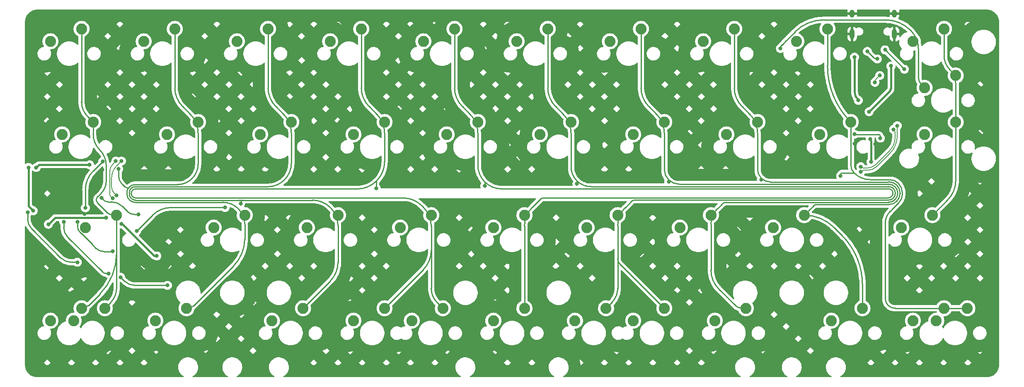
<source format=gbr>
%TF.GenerationSoftware,KiCad,Pcbnew,(6.0.4)*%
%TF.CreationDate,2022-12-31T18:56:14+01:00*%
%TF.ProjectId,PeppyQAZ,50657070-7951-4415-9a2e-6b696361645f,rev?*%
%TF.SameCoordinates,Original*%
%TF.FileFunction,Copper,L1,Top*%
%TF.FilePolarity,Positive*%
%FSLAX46Y46*%
G04 Gerber Fmt 4.6, Leading zero omitted, Abs format (unit mm)*
G04 Created by KiCad (PCBNEW (6.0.4)) date 2022-12-31 18:56:14*
%MOMM*%
%LPD*%
G01*
G04 APERTURE LIST*
%TA.AperFunction,ComponentPad*%
%ADD10C,2.250000*%
%TD*%
%TA.AperFunction,ComponentPad*%
%ADD11O,1.000000X2.100000*%
%TD*%
%TA.AperFunction,ComponentPad*%
%ADD12O,1.000000X1.600000*%
%TD*%
%TA.AperFunction,ViaPad*%
%ADD13C,0.800000*%
%TD*%
%TA.AperFunction,Conductor*%
%ADD14C,0.250000*%
%TD*%
%TA.AperFunction,Conductor*%
%ADD15C,0.500000*%
%TD*%
%TA.AperFunction,Conductor*%
%ADD16C,0.381000*%
%TD*%
%TA.AperFunction,Conductor*%
%ADD17C,0.300000*%
%TD*%
%TA.AperFunction,Conductor*%
%ADD18C,0.200000*%
%TD*%
G04 APERTURE END LIST*
D10*
%TO.P,MX19,1,COL*%
%TO.N,Net-(D9-Pad1)*%
X135890000Y-119697500D03*
%TO.P,MX19,2,ROW*%
%TO.N,A9*%
X142240000Y-117157500D03*
%TD*%
%TO.P,MX22,1,COL*%
%TO.N,Net-(D11-Pad1)*%
X126365000Y-81597500D03*
%TO.P,MX22,2,ROW*%
%TO.N,A9*%
X132715000Y-79057500D03*
%TD*%
%TO.P,MX39,1,COL*%
%TO.N,Net-(D17-Pad2)*%
X221615000Y-119697500D03*
%TO.P,MX39,2,ROW*%
%TO.N,B13*%
X227965000Y-117157500D03*
%TD*%
%TO.P,MX33,1,COL*%
%TO.N,Net-(D14-Pad2)*%
X178752500Y-62547500D03*
%TO.P,MX33,2,ROW*%
%TO.N,B14*%
X185102500Y-60007500D03*
%TD*%
%TO.P,MX20,1,COL*%
%TO.N,Net-(D9-Pad1)*%
X135890000Y-119697500D03*
%TO.P,MX20,2,ROW*%
%TO.N,A9*%
X142240000Y-117157500D03*
%TD*%
%TO.P,MX29,1,COL*%
%TO.N,Net-(D14-Pad1)*%
X159702500Y-62547500D03*
%TO.P,MX29,2,ROW*%
%TO.N,B15*%
X166052500Y-60007500D03*
%TD*%
%TO.P,MX25,1,COL*%
%TO.N,Net-(D13-Pad1)*%
X152558750Y-119697500D03*
%TO.P,MX25,2,ROW*%
%TO.N,A8*%
X158908750Y-117157500D03*
%TD*%
%TO.P,MX23,1,COL*%
%TO.N,Net-(D12-Pad1)*%
X135890000Y-100647500D03*
%TO.P,MX23,2,ROW*%
%TO.N,A9*%
X142240000Y-98107500D03*
%TD*%
%TO.P,MX43,1,COL*%
%TO.N,Net-(D19-Pad2)*%
X223996250Y-81597500D03*
%TO.P,MX43,2,ROW*%
%TO.N,B12*%
X230346250Y-79057500D03*
%TD*%
%TO.P,MX1,1,COL*%
%TO.N,Net-(D4-Pad1)*%
X50165000Y-119697500D03*
%TO.P,MX1,2,ROW*%
%TO.N,B8*%
X56515000Y-117157500D03*
%TD*%
%TO.P,MX6,1,COL*%
%TO.N,Net-(D1-Pad2)*%
X64452500Y-62547500D03*
%TO.P,MX6,2,ROW*%
%TO.N,A14*%
X70802500Y-60007500D03*
%TD*%
%TO.P,MX3,1,COL*%
%TO.N,Net-(D1-Pad1)*%
X45402500Y-62547500D03*
%TO.P,MX3,2,ROW*%
%TO.N,B8*%
X51752500Y-60007500D03*
%TD*%
%TO.P,MX31,1,COL*%
%TO.N,Net-(D16-Pad1)*%
X173990000Y-100647500D03*
%TO.P,MX31,2,ROW*%
%TO.N,B15*%
X180340000Y-98107500D03*
%TD*%
%TO.P,MX14,1,COL*%
%TO.N,Net-(D8-Pad2)*%
X107315000Y-119697500D03*
%TO.P,MX14,2,ROW*%
%TO.N,A13*%
X113665000Y-117157500D03*
%TD*%
%TO.P,MX40,1,COL*%
%TO.N,Net-(D17-Pad2)*%
X226377500Y-119697500D03*
%TO.P,MX40,2,ROW*%
%TO.N,B13*%
X232727500Y-117157500D03*
%TD*%
%TO.P,MX5,1,COL*%
%TO.N,Net-(D3-Pad1)*%
X52546250Y-100647500D03*
%TO.P,MX5,2,ROW*%
%TO.N,B8*%
X58896250Y-98107500D03*
%TD*%
%TO.P,MX24,1,COL*%
%TO.N,Net-(D13-Pad1)*%
X164465000Y-119697500D03*
%TO.P,MX24,2,ROW*%
%TO.N,A8*%
X170815000Y-117157500D03*
%TD*%
%TO.P,MX9,1,COL*%
%TO.N,Net-(D4-Pad2)*%
X66833750Y-119697500D03*
%TO.P,MX9,2,ROW*%
%TO.N,A14*%
X73183750Y-117157500D03*
%TD*%
%TO.P,MX37,1,COL*%
%TO.N,Net-(D18-Pad1)*%
X197802500Y-62547500D03*
%TO.P,MX37,2,ROW*%
%TO.N,B13*%
X204152500Y-60007500D03*
%TD*%
%TO.P,MX16,1,COL*%
%TO.N,Net-(D5-Pad2)*%
X102552500Y-62547500D03*
%TO.P,MX16,2,ROW*%
%TO.N,A13*%
X108902500Y-60007500D03*
%TD*%
%TO.P,MX38,1,COL*%
%TO.N,Net-(D19-Pad1)*%
X202565000Y-81597500D03*
%TO.P,MX38,2,ROW*%
%TO.N,B13*%
X208915000Y-79057500D03*
%TD*%
%TO.P,MX17,1,COL*%
%TO.N,Net-(D6-Pad2)*%
X107315000Y-81597500D03*
%TO.P,MX17,2,ROW*%
%TO.N,A13*%
X113665000Y-79057500D03*
%TD*%
%TO.P,MX12,1,COL*%
%TO.N,Net-(D7-Pad1)*%
X97790000Y-100647500D03*
%TO.P,MX12,2,ROW*%
%TO.N,A15*%
X104140000Y-98107500D03*
%TD*%
%TO.P,MX34,1,COL*%
%TO.N,Net-(D15-Pad2)*%
X183515000Y-81597500D03*
%TO.P,MX34,2,ROW*%
%TO.N,B14*%
X189865000Y-79057500D03*
%TD*%
%TO.P,MX36,1,COL*%
%TO.N,Net-(D17-Pad1)*%
X204946250Y-119697500D03*
%TO.P,MX36,2,ROW*%
%TO.N,B14*%
X211296250Y-117157500D03*
%TD*%
%TO.P,MX30,1,COL*%
%TO.N,Net-(D15-Pad1)*%
X164465000Y-81597500D03*
%TO.P,MX30,2,ROW*%
%TO.N,B15*%
X170815000Y-79057500D03*
%TD*%
%TO.P,MX41,1,COL*%
%TO.N,Net-(D18-Pad2)*%
X221615000Y-62547500D03*
%TO.P,MX41,2,ROW*%
%TO.N,B12*%
X227965000Y-60007500D03*
%TD*%
%TO.P,MX11,1,COL*%
%TO.N,Net-(D6-Pad1)*%
X88265000Y-81597500D03*
%TO.P,MX11,2,ROW*%
%TO.N,A15*%
X94615000Y-79057500D03*
%TD*%
%TO.P,MX13,1,COL*%
%TO.N,Net-(D8-Pad1)*%
X90646250Y-119697500D03*
%TO.P,MX13,2,ROW*%
%TO.N,A15*%
X96996250Y-117157500D03*
%TD*%
%TO.P,MX15,1,COL*%
%TO.N,Net-(D8-Pad2)*%
X119221250Y-119697500D03*
%TO.P,MX15,2,ROW*%
%TO.N,A13*%
X125571250Y-117157500D03*
%TD*%
%TO.P,MX28,1,COL*%
%TO.N,Net-(D12-Pad2)*%
X154940000Y-100647500D03*
%TO.P,MX28,2,ROW*%
%TO.N,A8*%
X161290000Y-98107500D03*
%TD*%
%TO.P,MX21,1,COL*%
%TO.N,Net-(D10-Pad1)*%
X121602500Y-62547500D03*
%TO.P,MX21,2,ROW*%
%TO.N,A9*%
X127952500Y-60007500D03*
%TD*%
%TO.P,MX35,1,COL*%
%TO.N,Net-(D16-Pad2)*%
X193040000Y-100647500D03*
%TO.P,MX35,2,ROW*%
%TO.N,B14*%
X199390000Y-98107500D03*
%TD*%
%TO.P,MX2,1,COL*%
%TO.N,Net-(D4-Pad1)*%
X45402500Y-119697500D03*
%TO.P,MX2,2,ROW*%
%TO.N,B8*%
X51752500Y-117157500D03*
%TD*%
%TO.P,MX7,1,COL*%
%TO.N,Net-(D2-Pad2)*%
X69215000Y-81597500D03*
%TO.P,MX7,2,ROW*%
%TO.N,A14*%
X75565000Y-79057500D03*
%TD*%
%TO.P,MX44,1,COL*%
%TO.N,Net-(D20-Pad2)*%
X219233750Y-100647500D03*
%TO.P,MX44,2,ROW*%
%TO.N,B12*%
X225583750Y-98107500D03*
%TD*%
%TO.P,MX42,1,COL*%
%TO.N,Net-(D18-Pad2)*%
X223996250Y-72072500D03*
%TO.P,MX42,2,ROW*%
%TO.N,B12*%
X230346250Y-69532500D03*
%TD*%
%TO.P,MX32,1,COL*%
%TO.N,Net-(D13-Pad2)*%
X181133750Y-119697500D03*
%TO.P,MX32,2,ROW*%
%TO.N,B15*%
X187483750Y-117157500D03*
%TD*%
%TO.P,MX18,1,COL*%
%TO.N,Net-(D7-Pad2)*%
X116840000Y-100647500D03*
%TO.P,MX18,2,ROW*%
%TO.N,A13*%
X123190000Y-98107500D03*
%TD*%
%TO.P,MX10,1,COL*%
%TO.N,Net-(D5-Pad1)*%
X83502500Y-62547500D03*
%TO.P,MX10,2,ROW*%
%TO.N,A15*%
X89852500Y-60007500D03*
%TD*%
%TO.P,MX8,1,COL*%
%TO.N,Net-(D3-Pad2)*%
X78740000Y-100647500D03*
%TO.P,MX8,2,ROW*%
%TO.N,A14*%
X85090000Y-98107500D03*
%TD*%
%TO.P,MX4,1,COL*%
%TO.N,Net-(D2-Pad1)*%
X47783750Y-81597500D03*
%TO.P,MX4,2,ROW*%
%TO.N,B8*%
X54133750Y-79057500D03*
%TD*%
%TO.P,MX26,1,COL*%
%TO.N,Net-(D10-Pad2)*%
X140652500Y-62547500D03*
%TO.P,MX26,2,ROW*%
%TO.N,A8*%
X147002500Y-60007500D03*
%TD*%
%TO.P,MX27,1,COL*%
%TO.N,Net-(D11-Pad2)*%
X145415000Y-81597500D03*
%TO.P,MX27,2,ROW*%
%TO.N,A8*%
X151765000Y-79057500D03*
%TD*%
D11*
%TO.P,J2,S1,SHIELD*%
%TO.N,GND*%
X217838750Y-61073750D03*
D12*
X209198750Y-56893750D03*
D11*
X209198750Y-61073750D03*
D12*
X217838750Y-56893750D03*
%TD*%
D13*
%TO.N,GND*%
X41130000Y-86570000D03*
X45380000Y-115650000D03*
X52350000Y-97840000D03*
X209680000Y-83440000D03*
X48795000Y-92235000D03*
X217120000Y-74790000D03*
X215410000Y-80000000D03*
X61390000Y-87190000D03*
X55980000Y-88810000D03*
X213930000Y-83540000D03*
%TO.N,+3V3*%
X40910000Y-88350000D03*
X213060000Y-87230421D03*
X44970000Y-99980000D03*
X212870000Y-82510000D03*
X41880000Y-97210000D03*
X42470000Y-88370000D03*
X67130000Y-106460000D03*
X56730000Y-98630000D03*
X53409250Y-87810000D03*
X59930000Y-99923000D03*
%TO.N,+5V*%
X212650000Y-76950000D03*
X217125000Y-67600000D03*
X210450000Y-74625000D03*
X209675000Y-65775000D03*
%TO.N,Net-(D19-Pad1)*%
X209639500Y-81560000D03*
X214950000Y-82350000D03*
%TO.N,BOOT0*%
X48100000Y-99460000D03*
X57230000Y-110050000D03*
%TO.N,/GND_R1*%
X212300000Y-64600000D03*
X214321278Y-66153722D03*
%TO.N,DBUS-*%
X213850000Y-70936000D03*
X214825000Y-69537000D03*
%TO.N,/GND_R2*%
X219868750Y-68262500D03*
X215900000Y-64293750D03*
%TO.N,B13*%
X206817009Y-90084021D03*
%TO.N,D_P*%
X58080000Y-94670000D03*
X210950000Y-89235000D03*
X218401232Y-79818768D03*
X58750000Y-87044500D03*
%TO.N,D_N*%
X58868960Y-94056365D03*
X217658768Y-80561232D03*
X59906385Y-87044500D03*
X210950000Y-88185000D03*
%TO.N,Net-(D18-Pad2)*%
X194530000Y-64010000D03*
%TO.N,NRST*%
X40770000Y-97570000D03*
X50900000Y-107740000D03*
X59760000Y-110820000D03*
X69290000Y-112470000D03*
%TO.N,B14*%
X190630000Y-90808521D03*
%TO.N,B15*%
X171702500Y-91258041D03*
%TO.N,A8*%
X152950000Y-91707561D03*
%TO.N,A9*%
X134140000Y-92157081D03*
%TO.N,A13*%
X55815500Y-94592122D03*
X111950000Y-92606601D03*
X63360000Y-97970000D03*
%TO.N,A14*%
X56067915Y-87150000D03*
X59310000Y-88635021D03*
X52530000Y-96620000D03*
%TO.N,A15*%
X84240000Y-95764020D03*
X81060000Y-96550000D03*
X58120000Y-105470000D03*
X63000000Y-101372000D03*
X50960000Y-99450000D03*
%TD*%
D14*
%TO.N,B14*%
X211296250Y-112413070D02*
X211296250Y-117157500D01*
X211296262Y-112413070D02*
G75*
G03*
X207070000Y-102210000I-14429362J-30D01*
G01*
X205497174Y-100637175D02*
X207070000Y-102210000D01*
X205497164Y-100637185D02*
G75*
G03*
X199390000Y-98107500I-6107164J-6107115D01*
G01*
X200478748Y-97018753D02*
X199390000Y-98107500D01*
X200478749Y-97018749D02*
X200478748Y-97018753D01*
X201262560Y-96234939D02*
X200478749Y-97018749D01*
X203292500Y-95930000D02*
X201998750Y-95930000D01*
X216720000Y-95930000D02*
X203292500Y-95930000D01*
X201262542Y-96234921D02*
G75*
G02*
X201998750Y-95930000I736158J-736179D01*
G01*
X216570000Y-91310000D02*
X216720000Y-91310000D01*
X216720000Y-95930000D02*
G75*
G03*
X218960000Y-93690000I0J2240000D01*
G01*
X218960000Y-93550000D02*
X218960000Y-93690000D01*
X218960000Y-93550000D02*
G75*
G03*
X216720000Y-91310000I-2240000J0D01*
G01*
X216570000Y-91310020D02*
G75*
G03*
X216559520Y-91320480I0J-10480D01*
G01*
X192469157Y-91320480D02*
X216559520Y-91320480D01*
X192469157Y-91320503D02*
G75*
G02*
X190627740Y-90557740I43J2604203D01*
G01*
%TO.N,A14*%
X73462731Y-117157527D02*
G75*
G03*
X74612500Y-116681250I-31J1626027D01*
G01*
X82822688Y-108471063D02*
X74612500Y-116681250D01*
X82822697Y-108471072D02*
G75*
G03*
X85090000Y-102997286I-5473797J5473772D01*
G01*
X73462731Y-117157500D02*
X73183750Y-117157500D01*
D15*
%TO.N,GND*%
X209198750Y-56893750D02*
X217838750Y-56893750D01*
D16*
%TO.N,+3V3*%
X44970000Y-99980000D02*
X46320000Y-98630000D01*
X40910000Y-88350000D02*
X40910000Y-96240000D01*
X59930000Y-99923000D02*
X60031472Y-99923000D01*
X40910000Y-96240000D02*
X41880000Y-97210000D01*
X60031472Y-99923000D02*
X66568472Y-106460000D01*
X213060000Y-82968700D02*
X213060000Y-87230421D01*
X43030000Y-87810000D02*
X42470000Y-88370000D01*
X53409250Y-87810000D02*
X43030000Y-87810000D01*
X66568472Y-106460000D02*
X67130000Y-106460000D01*
X46320000Y-98630000D02*
X56730000Y-98630000D01*
X213059999Y-82968700D02*
G75*
G03*
X212869999Y-82510001I-648699J0D01*
G01*
%TO.N,+5V*%
X217125000Y-71993750D02*
X217125000Y-71950000D01*
D17*
X210450000Y-74600000D02*
X210450000Y-74625000D01*
D16*
X217125000Y-70025000D02*
X217125000Y-70725000D01*
X217125000Y-71250000D02*
X217125000Y-71425000D01*
X217125000Y-70025000D02*
X217125000Y-67600000D01*
X216877512Y-72722487D02*
X212650000Y-76950000D01*
X217125000Y-71993750D02*
X217125000Y-72081250D01*
X209675000Y-72728985D02*
X209675000Y-65775000D01*
X217125000Y-70943750D02*
X217125000Y-71206250D01*
X217125000Y-70943750D02*
X217125000Y-70725000D01*
X217125000Y-71425000D02*
X217125000Y-71600000D01*
X217125000Y-72125000D02*
X217125000Y-72081250D01*
X217125000Y-71206250D02*
X217125000Y-71250000D01*
X217125000Y-71775000D02*
X217125000Y-71950000D01*
X217125000Y-71600000D02*
X217125000Y-71775000D01*
X216877518Y-72722493D02*
G75*
G03*
X217125000Y-72125000I-597518J597493D01*
G01*
X209675007Y-72728985D02*
G75*
G03*
X210450000Y-74600000I2645993J-15D01*
G01*
D14*
%TO.N,Net-(D1-Pad1)*%
X45392260Y-62557739D02*
X45402500Y-62547500D01*
X45381998Y-62582459D02*
G75*
G02*
X45392260Y-62557739I35002J-41D01*
G01*
%TO.N,Net-(D3-Pad2)*%
X78729760Y-100657739D02*
X78734880Y-100652619D01*
X78739964Y-100640259D02*
G75*
G02*
X78734879Y-100652618I-17464J-41D01*
G01*
X78719498Y-100682459D02*
G75*
G02*
X78729760Y-100657739I35002J-41D01*
G01*
%TO.N,Net-(D8-Pad1)*%
X91442500Y-119697500D02*
X90646250Y-119697500D01*
%TO.N,Net-(D6-Pad2)*%
X107870000Y-82152500D02*
G75*
G03*
X107315000Y-81597500I-555000J0D01*
G01*
%TO.N,Net-(D18-Pad1)*%
X197792260Y-62557739D02*
X197802500Y-62547500D01*
X197781998Y-62582459D02*
G75*
G02*
X197792260Y-62557739I35002J-41D01*
G01*
%TO.N,Net-(D19-Pad1)*%
X209703516Y-81597500D02*
X214573750Y-81597500D01*
X202559880Y-81602619D02*
X202554760Y-81607739D01*
X209658250Y-81578750D02*
X209639500Y-81560000D01*
X214950000Y-82350000D02*
X214950000Y-81973750D01*
X202572240Y-81597534D02*
G75*
G03*
X202559880Y-81602619I-40J-17466D01*
G01*
X209703516Y-81597493D02*
G75*
G02*
X209658250Y-81578750I-16J63993D01*
G01*
X214950000Y-81973750D02*
G75*
G03*
X214573750Y-81597500I-376300J-50D01*
G01*
X202544498Y-81632459D02*
G75*
G02*
X202554760Y-81607739I35002J-41D01*
G01*
%TO.N,Net-(D11-Pad1)*%
X126365000Y-81597500D02*
G75*
G03*
X126360000Y-81602500I0J-5000D01*
G01*
%TO.N,Net-(D14-Pad2)*%
X178742260Y-62557739D02*
X178752500Y-62547500D01*
X178731998Y-62582459D02*
G75*
G02*
X178742260Y-62557739I35002J-41D01*
G01*
%TO.N,Net-(D16-Pad1)*%
X173990000Y-99770000D02*
X173990000Y-100208750D01*
%TO.N,Net-(D17-Pad2)*%
X222571250Y-119697500D02*
G75*
G02*
X221615000Y-118741250I50J956300D01*
G01*
%TO.N,BOOT0*%
X57230000Y-110050000D02*
X56800829Y-110050000D01*
X48100000Y-100619170D02*
X48100000Y-99460000D01*
X48919657Y-102597998D02*
X56068189Y-109746530D01*
X56800829Y-110049981D02*
G75*
G02*
X56068190Y-109746529I-29J1036081D01*
G01*
X48919639Y-102598016D02*
G75*
G02*
X48100000Y-100619170I1978861J1978816D01*
G01*
%TO.N,/GND_R1*%
X212300000Y-64600000D02*
X213688415Y-65988415D01*
X214321278Y-66153722D02*
X214087500Y-66153722D01*
X214087500Y-66153712D02*
G75*
G02*
X213688415Y-65988415I0J564412D01*
G01*
D18*
%TO.N,DBUS-*%
X213850000Y-70724000D02*
X213850000Y-70936000D01*
X214825000Y-69537000D02*
X213999906Y-70362093D01*
X213999909Y-70362096D02*
G75*
G03*
X213850000Y-70724000I361891J-361904D01*
G01*
D14*
%TO.N,/GND_R2*%
X215900000Y-64293750D02*
X219868750Y-68262500D01*
%TO.N,B13*%
X208915000Y-87826264D02*
X208915000Y-79057500D01*
X218243205Y-96046794D02*
X218771177Y-95518822D01*
X217949998Y-117157500D02*
X232727500Y-117157500D01*
X209600000Y-89480000D02*
X207119019Y-89480000D01*
X216877428Y-90858203D02*
X212927276Y-90858203D01*
X206817009Y-89782010D02*
X206817009Y-90084021D01*
X217416794Y-96873205D02*
X217003589Y-97286411D01*
X219450000Y-93583797D02*
X219450000Y-93880000D01*
X215950000Y-99830000D02*
X215950000Y-115157501D01*
X204152500Y-67559808D02*
X204152500Y-60007500D01*
X218243205Y-96046794D02*
X217416794Y-96873205D01*
X217003584Y-97286406D02*
G75*
G03*
X215950000Y-99830000I2543616J-2543594D01*
G01*
X208915002Y-79057498D02*
G75*
G02*
X204152500Y-67559808I11497698J11497698D01*
G01*
X218771168Y-95518813D02*
G75*
G03*
X219450000Y-93880000I-1638768J1638813D01*
G01*
X212927276Y-90858212D02*
G75*
G02*
X209600001Y-89479999I24J4705512D01*
G01*
X218619992Y-91580008D02*
G75*
G03*
X216877428Y-90858203I-1742592J-1742592D01*
G01*
X209599989Y-89480011D02*
G75*
G02*
X208915000Y-87826264I1653711J1653711D01*
G01*
X206817000Y-89782010D02*
G75*
G02*
X207119019Y-89480000I302000J10D01*
G01*
X218619999Y-91580001D02*
G75*
G02*
X219450000Y-93583797I-2003799J-2003799D01*
G01*
X215950000Y-115157501D02*
G75*
G03*
X217949998Y-117157500I2000000J1D01*
G01*
D18*
%TO.N,D_P*%
X57785957Y-94375957D02*
X58080000Y-94670000D01*
X57491915Y-92565668D02*
X57491915Y-93576499D01*
X57491915Y-89192185D02*
X57491915Y-92565668D01*
X58750000Y-87044500D02*
X58120957Y-87673542D01*
X216934621Y-85433578D02*
X214205076Y-88163123D01*
X57491915Y-93666076D02*
X57491915Y-93576499D01*
X218401232Y-81892868D02*
X218401232Y-79818768D01*
X210950000Y-89235000D02*
X211099999Y-89085000D01*
X212341599Y-88935001D02*
X211462130Y-88935001D01*
X57491904Y-89192185D02*
G75*
G02*
X58120957Y-87673542I2147696J-15D01*
G01*
X212341599Y-88934986D02*
G75*
G03*
X214205076Y-88163123I1J2635386D01*
G01*
X211099991Y-89084992D02*
G75*
G02*
X211462130Y-88935001I362109J-362108D01*
G01*
X57785953Y-94375961D02*
G75*
G02*
X57491915Y-93666076I709847J709861D01*
G01*
X216934640Y-85433597D02*
G75*
G03*
X218401232Y-81892868I-3540740J3540697D01*
G01*
%TO.N,D_N*%
X58380197Y-93567602D02*
X58868960Y-94056365D01*
X210950000Y-88185000D02*
X211099999Y-88334999D01*
X58898910Y-88051975D02*
X59906385Y-87044500D01*
X211462130Y-88484999D02*
X212248400Y-88484999D01*
X216916424Y-84815375D02*
X213952777Y-87779022D01*
X57891435Y-92387625D02*
X57891435Y-90484234D01*
X217658768Y-80561232D02*
X217804999Y-80707463D01*
X217951231Y-82317132D02*
X217951231Y-81060497D01*
X211462130Y-88484986D02*
G75*
G02*
X211100000Y-88334998I-30J512086D01*
G01*
X57891469Y-90484234D02*
G75*
G02*
X58898910Y-88051975I3439731J34D01*
G01*
X217951242Y-81060497D02*
G75*
G03*
X217804998Y-80707464I-499242J-3D01*
G01*
X58380204Y-93567595D02*
G75*
G02*
X57891435Y-92387625I1179996J1179995D01*
G01*
X212248400Y-88484984D02*
G75*
G03*
X213952776Y-87779021I0J2410384D01*
G01*
X216916405Y-84815356D02*
G75*
G03*
X217951231Y-82317132I-2498205J2498256D01*
G01*
D14*
%TO.N,Net-(D18-Pad2)*%
X195540085Y-62589913D02*
X195179999Y-62949999D01*
X195089977Y-63040021D02*
X194909935Y-63220064D01*
X223358010Y-71434260D02*
X223996250Y-72072500D01*
X222719771Y-64115920D02*
X222719771Y-69893414D01*
X194819914Y-63310086D02*
X194909935Y-63220064D01*
X195089977Y-63040021D02*
X195179999Y-62949999D01*
X197530481Y-60599518D02*
X195540085Y-62589913D01*
X203420000Y-58160000D02*
X215947142Y-58160000D01*
X222719774Y-69893414D02*
G75*
G03*
X223358010Y-71434260I2179126J14D01*
G01*
X194819920Y-63310092D02*
G75*
G03*
X194530000Y-64010000I699880J-699908D01*
G01*
X215947142Y-58159962D02*
G75*
G02*
X221144468Y-60312803I-42J-7350138D01*
G01*
X222719770Y-64115920D02*
G75*
G03*
X221144467Y-60312804I-5378370J20D01*
G01*
X197530489Y-60599526D02*
G75*
G02*
X203420000Y-58160000I5889511J-5889474D01*
G01*
%TO.N,NRST*%
X49635001Y-107734999D02*
X50895001Y-107734997D01*
X40724999Y-98844999D02*
X40725001Y-97604999D01*
X41601810Y-100961811D02*
X47484046Y-106844046D01*
X69290000Y-112470000D02*
X62576726Y-112470000D01*
X59760000Y-110820000D02*
X60585000Y-111645000D01*
X49635001Y-107735002D02*
G75*
G02*
X47484046Y-106844046I-1J3041902D01*
G01*
X62576726Y-112469989D02*
G75*
G02*
X60585000Y-111645000I-26J2816689D01*
G01*
X41601815Y-100961806D02*
G75*
G02*
X40724999Y-98844999I2116785J2116806D01*
G01*
%TO.N,B12*%
X230346250Y-78077349D02*
X230346250Y-80037650D01*
X230346250Y-74371211D02*
X230346250Y-75182981D01*
X230346250Y-72793754D02*
X230346250Y-74371211D01*
X230346250Y-72793754D02*
X230346250Y-72399390D01*
X228752457Y-94938792D02*
X225583750Y-98107500D01*
X230346250Y-87099596D02*
X230346250Y-89760556D01*
X230346250Y-75182981D02*
X230346250Y-75948668D01*
X230346250Y-71610662D02*
X230346250Y-71216298D01*
X230346250Y-71610662D02*
X230346250Y-72399390D01*
X227965000Y-65467451D02*
X227965000Y-60007500D01*
X230346250Y-87099596D02*
X230346250Y-86086932D01*
X230346250Y-77480042D02*
X230346250Y-78077349D01*
X230346250Y-75948668D02*
X230346250Y-76714355D01*
X230346250Y-76714355D02*
X230346250Y-77480042D01*
X230346250Y-89760556D02*
X230346250Y-91091036D01*
X230346250Y-81400644D02*
X230346250Y-86086932D01*
X230346250Y-80037650D02*
X230346250Y-81400644D01*
X229155624Y-68341876D02*
G75*
G02*
X230346250Y-71216298I-2874424J-2874424D01*
G01*
X227965020Y-65467451D02*
G75*
G03*
X229155625Y-68341875I4064980J-49D01*
G01*
X230346274Y-91091036D02*
G75*
G02*
X228752456Y-94938791I-5441574J36D01*
G01*
%TO.N,B14*%
X190627740Y-90807391D02*
X190627740Y-90557740D01*
X189865000Y-81298114D02*
X189865000Y-88716322D01*
X188280646Y-77473146D02*
X186696292Y-75888792D01*
X185102500Y-72041036D02*
X185102500Y-60007500D01*
X190628870Y-90808521D02*
X190630000Y-90808521D01*
X185102490Y-72041036D02*
G75*
G03*
X186696293Y-75888791I5441610J36D01*
G01*
X189864996Y-81298114D02*
G75*
G03*
X188280646Y-77473146I-5409296J14D01*
G01*
X190627743Y-90557737D02*
G75*
G02*
X189865000Y-88716322I1841457J1841437D01*
G01*
X190628869Y-90808560D02*
G75*
G02*
X190627740Y-90807391I31J1160D01*
G01*
%TO.N,B15*%
X173845114Y-91770000D02*
X216660000Y-91770000D01*
X186425000Y-95480000D02*
X216630000Y-95480000D01*
X181653749Y-96793749D02*
X182560029Y-95887470D01*
X184552187Y-95480000D02*
X184264062Y-95480000D01*
X184840312Y-95480000D02*
X184552187Y-95480000D01*
X170815000Y-81298114D02*
X170815000Y-88739885D01*
X171702500Y-91258041D02*
X171702500Y-90882500D01*
X184840312Y-95480000D02*
X185272500Y-95480000D01*
X183975937Y-95480000D02*
X183687812Y-95480000D01*
X186425000Y-95480000D02*
X185272500Y-95480000D01*
X169230646Y-77473146D02*
X167646292Y-75888792D01*
X185330260Y-116595000D02*
X181933792Y-113198532D01*
X166052500Y-72041036D02*
X166052500Y-60007500D01*
X184264062Y-95480000D02*
X183975937Y-95480000D01*
X186688255Y-117157500D02*
X187483750Y-117157500D01*
X183543750Y-95480000D02*
X183687812Y-95480000D01*
X180340000Y-109350776D02*
X180340000Y-99965423D01*
X171702496Y-90882504D02*
G75*
G02*
X170815000Y-88739885I2142604J2142604D01*
G01*
X166052490Y-72041036D02*
G75*
G03*
X167646293Y-75888791I5441610J36D01*
G01*
X216630000Y-95480000D02*
G75*
G03*
X218500000Y-93610000I0J1870000D01*
G01*
X185330281Y-116594979D02*
G75*
G03*
X186688255Y-117157500I1358019J1357979D01*
G01*
X182560003Y-95887444D02*
G75*
G02*
X183543750Y-95480000I983697J-983756D01*
G01*
X171702496Y-90882504D02*
G75*
G03*
X173845114Y-91770000I2142604J2142604D01*
G01*
X180340009Y-99965423D02*
G75*
G02*
X181653750Y-96793750I4485391J23D01*
G01*
X169230649Y-77473143D02*
G75*
G02*
X170815000Y-81298114I-3824949J-3824957D01*
G01*
X181933770Y-113198554D02*
G75*
G02*
X180340000Y-109350776I3847830J3847754D01*
G01*
X216660000Y-91770000D02*
G75*
G02*
X218500000Y-93610000I0J-1840000D01*
G01*
%TO.N,Net-(D4-Pad2)*%
X66833700Y-119697500D02*
G75*
G03*
X66866250Y-119730000I32500J0D01*
G01*
%TO.N,A8*%
X160059847Y-116006400D02*
X160048553Y-116017693D01*
X161290000Y-106470000D02*
X161290000Y-107051250D01*
X161290000Y-104726250D02*
X161290000Y-100283960D01*
X155819378Y-92280000D02*
X216680000Y-92280000D01*
X160031613Y-116034633D02*
X159986440Y-116079806D01*
X161290000Y-104726250D02*
X161290000Y-105888750D01*
X161290000Y-106470000D02*
X161290000Y-105888750D01*
X160071140Y-115995107D02*
X160059847Y-116006400D01*
X160071140Y-115995107D02*
X160082434Y-115983814D01*
X150180646Y-77473146D02*
X148596292Y-75888792D01*
X160093728Y-115972521D02*
X160099375Y-115966875D01*
X147002500Y-72041036D02*
X147002500Y-60007500D01*
X161290000Y-105888750D02*
X161290000Y-104726250D01*
X161290000Y-107051250D02*
X161290000Y-113092451D01*
X152950000Y-91707561D02*
X152951250Y-91707561D01*
X216619520Y-95029520D02*
X164789230Y-95029520D01*
X159986440Y-116079806D02*
X158908750Y-117157500D01*
X152952500Y-91706311D02*
X152952500Y-91092500D01*
X161701005Y-108043505D02*
X170815000Y-117157500D01*
X218010000Y-93639040D02*
X218010000Y-93610000D01*
X161290000Y-106470000D02*
X161290000Y-105888750D01*
X151765000Y-88225621D02*
X151765000Y-81298114D01*
X164070111Y-95327388D02*
X162828990Y-96568510D01*
X160093728Y-115972521D02*
X160082434Y-115983814D01*
X161290000Y-106470000D02*
X161290000Y-107051250D01*
X160048553Y-116017693D02*
X160031613Y-116034633D01*
X161290021Y-113092451D02*
G75*
G02*
X160099375Y-115966875I-4065121J51D01*
G01*
X161290000Y-106470000D02*
G75*
G02*
X161290000Y-106470000I0J0D01*
G01*
X152952506Y-91092494D02*
G75*
G02*
X151765000Y-88225621I2866894J2866894D01*
G01*
X164070098Y-95327375D02*
G75*
G02*
X164789230Y-95029520I719102J-719125D01*
G01*
X150180649Y-77473143D02*
G75*
G02*
X151765000Y-81298114I-3824949J-3824957D01*
G01*
X161290000Y-107051250D02*
G75*
G02*
X161290000Y-107051250I0J0D01*
G01*
X161289961Y-100283960D02*
G75*
G02*
X162828991Y-96568511I5254439J-40D01*
G01*
X161700972Y-108043538D02*
G75*
G02*
X161290000Y-107051250I992328J992238D01*
G01*
X147002490Y-72041036D02*
G75*
G03*
X148596293Y-75888791I5441610J36D01*
G01*
X152951252Y-91707599D02*
G75*
G03*
X152952500Y-91706311I-52J1299D01*
G01*
X216619520Y-95029500D02*
G75*
G03*
X218010000Y-93639040I-20J1390500D01*
G01*
X216680000Y-92280000D02*
G75*
G02*
X218010000Y-93610000I0J-1330000D01*
G01*
X152952506Y-91092494D02*
G75*
G03*
X155819378Y-92280000I2866894J2866894D01*
G01*
X161290000Y-105888750D02*
G75*
G02*
X161290000Y-105888750I0J0D01*
G01*
%TO.N,A9*%
X134137500Y-91317500D02*
X134138750Y-91317500D01*
X132715000Y-87883281D02*
X132715000Y-81298114D01*
X134140000Y-92157081D02*
X134140000Y-91318750D01*
X146163437Y-94580000D02*
X146276562Y-94580000D01*
X146163437Y-94580000D02*
X146050312Y-94580000D01*
X127952500Y-72041036D02*
X127952500Y-60007500D01*
X147125000Y-94580000D02*
X146672500Y-94580000D01*
X146389687Y-94580000D02*
X146276562Y-94580000D01*
X147125000Y-94580000D02*
X216560000Y-94580000D01*
X142240000Y-100361463D02*
X142240000Y-117157500D01*
X131130646Y-77473146D02*
X129546292Y-75888792D01*
X143833792Y-96513706D02*
X145607517Y-94739982D01*
X146672500Y-94580000D02*
X146502812Y-94580000D01*
X146502812Y-94580000D02*
X146389687Y-94580000D01*
X137571718Y-92740000D02*
X216660000Y-92740000D01*
X146050312Y-94580000D02*
X145993750Y-94580000D01*
X142239988Y-100361463D02*
G75*
G02*
X143833792Y-96513706I5441612J-37D01*
G01*
X134138750Y-91317501D02*
G75*
G02*
X134139999Y-91318750I-50J-1299D01*
G01*
X137571718Y-92739992D02*
G75*
G02*
X134137500Y-91317500I-18J4856692D01*
G01*
X132714996Y-81298114D02*
G75*
G03*
X131130646Y-77473146I-5409296J14D01*
G01*
X127952490Y-72041036D02*
G75*
G03*
X129546293Y-75888791I5441610J36D01*
G01*
X145607496Y-94739961D02*
G75*
G02*
X145993750Y-94580000I386204J-386239D01*
G01*
X217530000Y-93610000D02*
G75*
G02*
X216560000Y-94580000I-970000J0D01*
G01*
X134137494Y-91317506D02*
G75*
G02*
X132715000Y-87883281I3434206J3434206D01*
G01*
X216660000Y-92730000D02*
G75*
G02*
X217530000Y-93600000I0J-870000D01*
G01*
%TO.N,A13*%
X57185263Y-95394511D02*
X57876200Y-95394511D01*
X123190000Y-107726170D02*
X123190000Y-108353912D01*
X123190000Y-105544735D02*
X123190000Y-105289356D01*
X123190000Y-112372443D02*
X123190000Y-112852448D01*
X62535000Y-97970000D02*
X63360000Y-97970000D01*
X111953792Y-92604705D02*
X111953792Y-91156206D01*
X111951896Y-92606601D02*
X111950000Y-92606601D01*
X108902500Y-72041036D02*
X108902500Y-60007500D01*
X123190000Y-111397056D02*
X123190000Y-111907816D01*
X123190000Y-112852448D02*
X123190000Y-113092451D01*
X121596207Y-109226292D02*
X113665000Y-117157500D01*
X117418536Y-94590000D02*
X62800000Y-94590000D01*
X123190000Y-105289356D02*
X123190000Y-100361463D01*
X123190000Y-107123146D02*
X123190000Y-107726170D01*
X123190000Y-112372443D02*
X123190000Y-111907816D01*
X123190000Y-108353912D02*
X123190000Y-110212421D01*
X123190000Y-110886296D02*
X123190000Y-111397056D01*
X112071207Y-91038792D02*
X111953792Y-91156206D01*
X113665000Y-87191036D02*
X113665000Y-81298114D01*
X121596207Y-96513707D02*
X121266292Y-96183792D01*
X61126636Y-97386636D02*
X60024271Y-96284271D01*
X123190000Y-106520122D02*
X123190000Y-107123146D01*
X112080646Y-77473146D02*
X110496292Y-75888792D01*
X123190000Y-110212421D02*
X123190000Y-110886296D01*
X123190000Y-105544735D02*
X123190000Y-106055494D01*
X56216694Y-94993316D02*
X55815500Y-94592122D01*
X108106036Y-92750000D02*
X62840000Y-92750000D01*
X123190000Y-106055494D02*
X123190000Y-106520122D01*
X124380625Y-115966875D02*
X125571250Y-117157500D01*
X62535000Y-97970007D02*
G75*
G02*
X61126636Y-97386636I0J1991707D01*
G01*
X111953785Y-91156199D02*
G75*
G02*
X108106036Y-92750000I-3847785J3847799D01*
G01*
X62800000Y-94590000D02*
G75*
G02*
X61900000Y-93690000I0J900000D01*
G01*
X111951896Y-92606592D02*
G75*
G03*
X111953792Y-92604705I4J1892D01*
G01*
X121596228Y-109226313D02*
G75*
G03*
X123189999Y-105289356I-3957128J3893013D01*
G01*
X123190010Y-100361463D02*
G75*
G03*
X121596206Y-96513708I-5441610J-37D01*
G01*
X57876200Y-95394499D02*
G75*
G02*
X60024271Y-96284271I0J-3037801D01*
G01*
X112080649Y-77473143D02*
G75*
G02*
X113665000Y-81298114I-3824949J-3824957D01*
G01*
X57185263Y-95394522D02*
G75*
G02*
X56216695Y-94993315I37J1369822D01*
G01*
X113665010Y-87191036D02*
G75*
G02*
X112071207Y-91038792I-5441610J36D01*
G01*
X121266284Y-96183800D02*
G75*
G03*
X117418536Y-94590000I-3847784J-3847800D01*
G01*
X124380611Y-115966889D02*
G75*
G02*
X123190000Y-113092451I2874389J2874389D01*
G01*
X62840000Y-92750000D02*
G75*
G03*
X61900000Y-93690000I0J-940000D01*
G01*
X110496300Y-75888784D02*
G75*
G02*
X108902500Y-72041036I3847800J3847784D01*
G01*
%TO.N,A14*%
X73971207Y-77463707D02*
X72396292Y-75888792D01*
X54123792Y-89094122D02*
X56067915Y-87150000D01*
X60038834Y-91781543D02*
X60556747Y-92299456D01*
X52530000Y-96620000D02*
X52530000Y-92941878D01*
X61030000Y-93790000D02*
X61030000Y-93317310D01*
X62729040Y-95489040D02*
X80620009Y-95489040D01*
X70802500Y-72041036D02*
X70802500Y-60007500D01*
X59310000Y-90021982D02*
X59310000Y-88635021D01*
X61364242Y-92510377D02*
X61065955Y-92510377D01*
X85090000Y-102997286D02*
X85090000Y-99959030D01*
X71389485Y-91850960D02*
X62726283Y-91850960D01*
X61526829Y-92347789D02*
X61364242Y-92510377D01*
X75565000Y-81311463D02*
X75565000Y-87675446D01*
X85089975Y-99959030D02*
G75*
G03*
X83780770Y-96798270I-4469975J30D01*
G01*
X60038824Y-91781553D02*
G75*
G02*
X59310000Y-90021982I1759576J1759553D01*
G01*
X75565010Y-81311463D02*
G75*
G03*
X73971206Y-77463708I-5441610J-37D01*
G01*
X61364232Y-92510367D02*
G75*
G03*
X61030000Y-93317310I806968J-806933D01*
G01*
X62726283Y-91850935D02*
G75*
G03*
X61526830Y-92347790I17J-1696265D01*
G01*
X72396300Y-75888784D02*
G75*
G02*
X70802500Y-72041036I3847800J3847784D01*
G01*
X52529970Y-92941878D02*
G75*
G02*
X54123792Y-89094122I5441530J-22D01*
G01*
X61065955Y-92510394D02*
G75*
G02*
X60556747Y-92299456I45J720194D01*
G01*
X83780759Y-96798281D02*
G75*
G03*
X80620009Y-95489040I-3160759J-3160719D01*
G01*
X62729040Y-95489000D02*
G75*
G02*
X61030000Y-93790000I-40J1699000D01*
G01*
X74342037Y-90627997D02*
G75*
G02*
X71389485Y-91850960I-2952537J2952597D01*
G01*
X75565036Y-87675446D02*
G75*
G02*
X74342020Y-90627980I-4175536J46D01*
G01*
%TO.N,A15*%
X85909664Y-92300480D02*
X85758849Y-92300480D01*
X56323308Y-105555921D02*
X57973323Y-105555921D01*
X86211294Y-92300480D02*
X86362109Y-92300480D01*
X66228207Y-98143792D02*
X63000000Y-101372000D01*
X102546207Y-111607542D02*
X96996250Y-117157500D01*
X86060479Y-92300480D02*
X86211294Y-92300480D01*
X89791603Y-92300480D02*
X86211294Y-92300480D01*
X85909664Y-92300480D02*
X86060479Y-92300480D01*
X84319760Y-95684260D02*
X84240000Y-95764020D01*
X84399520Y-95491702D02*
X84399520Y-95322010D01*
X94615000Y-87477083D02*
X94615000Y-81298114D01*
X58120000Y-105470000D02*
X58077039Y-105512960D01*
X54671875Y-104871875D02*
X54012577Y-104212577D01*
X51373405Y-101524574D02*
X51779325Y-101930494D01*
X85758849Y-92300480D02*
X85457220Y-92300480D01*
X89852500Y-72041036D02*
X89852500Y-60007500D01*
X53963080Y-104093080D02*
X51815463Y-101945463D01*
X93030646Y-77473146D02*
X91446292Y-75888792D01*
X81060000Y-96550000D02*
X70075963Y-96550000D01*
X85457220Y-92300480D02*
X62732113Y-92300480D01*
X86060479Y-92300480D02*
X86211294Y-92300480D01*
X84117030Y-95039520D02*
X84682010Y-95039520D01*
X50960000Y-100526526D02*
X50960000Y-99450000D01*
X85909664Y-92300480D02*
X85758849Y-92300480D01*
X62757895Y-95039520D02*
X84117030Y-95039520D01*
X85909664Y-92300480D02*
X86060479Y-92300480D01*
X61499326Y-93533267D02*
X61499326Y-93780949D01*
X104140000Y-107759786D02*
X104140000Y-100276889D01*
X85457220Y-92300480D02*
X85758849Y-92300480D01*
X98902630Y-95039520D02*
X84682010Y-95039520D01*
X62757895Y-95039508D02*
G75*
G02*
X61867952Y-94670893I5J1258608D01*
G01*
X93030649Y-77473143D02*
G75*
G02*
X94615000Y-81298114I-3824949J-3824957D01*
G01*
X62732113Y-92300499D02*
G75*
G03*
X61860401Y-92661555I-13J-1232801D01*
G01*
X85909664Y-92300480D02*
G75*
G02*
X85909664Y-92300480I0J0D01*
G01*
X102605997Y-96573523D02*
G75*
G03*
X98902630Y-95039520I-3703397J-3703377D01*
G01*
X51373408Y-101524571D02*
G75*
G02*
X50960000Y-100526526I998092J998071D01*
G01*
X84117030Y-95039480D02*
G75*
G02*
X84399520Y-95322010I-30J-282520D01*
G01*
X86211294Y-92300480D02*
G75*
G02*
X86211294Y-92300480I0J0D01*
G01*
X84399520Y-95322010D02*
G75*
G02*
X84682010Y-95039520I282480J10D01*
G01*
X93202269Y-90887749D02*
G75*
G03*
X94615000Y-87477083I-3410669J3410649D01*
G01*
X91446300Y-75888784D02*
G75*
G02*
X89852500Y-72041036I3847800J3847784D01*
G01*
X61499363Y-93780949D02*
G75*
G03*
X61867952Y-94670893I1258537J-51D01*
G01*
X102606011Y-96573509D02*
G75*
G02*
X104140000Y-100276889I-3703411J-3703391D01*
G01*
X66228236Y-98143821D02*
G75*
G02*
X70075963Y-96550000I3847764J-3847679D01*
G01*
X54012597Y-104212557D02*
G75*
G02*
X53987829Y-104152829I59703J59757D01*
G01*
X85758849Y-92300480D02*
G75*
G02*
X85758849Y-92300480I0J0D01*
G01*
X57973323Y-105555923D02*
G75*
G03*
X58077038Y-105512959I-23J146723D01*
G01*
X61860420Y-92661574D02*
G75*
G03*
X61499326Y-93533267I871680J-871726D01*
G01*
X86060479Y-92300480D02*
G75*
G02*
X86060479Y-92300480I0J0D01*
G01*
X102546225Y-111607560D02*
G75*
G03*
X104140000Y-107759786I-3847825J3847760D01*
G01*
X51797394Y-101937975D02*
G75*
G02*
X51779325Y-101930494I6J25575D01*
G01*
X56323308Y-105555902D02*
G75*
G02*
X54671876Y-104871874I-8J2335502D01*
G01*
X53987799Y-104152829D02*
G75*
G03*
X53963080Y-104093080I-84499J29D01*
G01*
X84319759Y-95684259D02*
G75*
G03*
X84399520Y-95491702I-192559J192559D01*
G01*
X51797394Y-101937974D02*
G75*
G02*
X51815463Y-101945463I6J-25526D01*
G01*
X89791603Y-92300487D02*
G75*
G03*
X93202260Y-90887740I-3J4823387D01*
G01*
%TO.N,B8*%
X51752500Y-74992451D02*
X51752500Y-60007500D01*
X57705625Y-115966875D02*
X56515000Y-117157500D01*
X53538437Y-78462187D02*
X52943125Y-77866875D01*
X58896250Y-105525204D02*
X58896250Y-105984159D01*
X57057109Y-97627109D02*
X55027030Y-95597030D01*
X53169398Y-116570601D02*
X55460000Y-114280000D01*
X56792415Y-87972375D02*
X56792415Y-91160529D01*
X58896250Y-113092451D02*
X58896250Y-105525204D01*
X58896250Y-98786875D02*
X58896250Y-105525204D01*
X54133750Y-79899399D02*
X54133750Y-81553789D01*
X58896250Y-105525204D02*
X58896250Y-104607295D01*
X55027030Y-94355977D02*
X55781207Y-93601800D01*
X58896286Y-113092451D02*
G75*
G02*
X57705625Y-115966875I-4065086J51D01*
G01*
X58216875Y-98107550D02*
G75*
G02*
X58896250Y-98786875I25J-679350D01*
G01*
X55027044Y-95597016D02*
G75*
G02*
X54770000Y-94976504I620456J620516D01*
G01*
X55781200Y-93601793D02*
G75*
G03*
X56792415Y-91160529I-2441300J2441293D01*
G01*
X52943126Y-77866874D02*
G75*
G02*
X51752500Y-74992451I2874424J2874424D01*
G01*
X55460000Y-114280000D02*
G75*
G03*
X58896250Y-105984159I-8295840J8295840D01*
G01*
X54133743Y-79899399D02*
G75*
G03*
X53538437Y-78462187I-2032543J-1D01*
G01*
X58896250Y-105525204D02*
G75*
G02*
X58896250Y-105525204I0J0D01*
G01*
X56792435Y-87972375D02*
G75*
G03*
X55463082Y-84763082I-4538635J-25D01*
G01*
X54769986Y-94976504D02*
G75*
G02*
X55027030Y-94355977I877514J4D01*
G01*
X55463072Y-84763092D02*
G75*
G02*
X54133750Y-81553789I3209328J3209292D01*
G01*
X51752500Y-117157498D02*
G75*
G03*
X53169398Y-116570601I0J2003798D01*
G01*
X58216875Y-98107504D02*
G75*
G02*
X57057110Y-97627108I25J1640204D01*
G01*
%TD*%
%TA.AperFunction,Conductor*%
%TO.N,GND*%
G36*
X208202994Y-56091002D02*
G01*
X208249487Y-56144658D01*
X208259591Y-56214932D01*
X208254975Y-56235098D01*
X208209870Y-56377288D01*
X208207320Y-56389282D01*
X208191143Y-56533511D01*
X208190750Y-56540535D01*
X208190750Y-56621635D01*
X208195225Y-56636874D01*
X208196615Y-56638079D01*
X208204298Y-56639750D01*
X210188635Y-56639750D01*
X210203874Y-56635275D01*
X210205079Y-56633885D01*
X210206750Y-56626202D01*
X210206750Y-56547093D01*
X210206449Y-56540945D01*
X210192938Y-56403147D01*
X210190555Y-56391112D01*
X210142944Y-56233418D01*
X210142403Y-56162424D01*
X210180330Y-56102407D01*
X210244685Y-56072423D01*
X210263566Y-56071000D01*
X216774873Y-56071000D01*
X216842994Y-56091002D01*
X216889487Y-56144658D01*
X216899591Y-56214932D01*
X216894975Y-56235098D01*
X216849870Y-56377288D01*
X216847320Y-56389282D01*
X216831143Y-56533511D01*
X216830750Y-56540535D01*
X216830750Y-56621635D01*
X216835225Y-56636874D01*
X216836615Y-56638079D01*
X216844298Y-56639750D01*
X218828635Y-56639750D01*
X218843874Y-56635275D01*
X218845079Y-56633885D01*
X218846750Y-56626202D01*
X218846750Y-56547093D01*
X218846449Y-56540945D01*
X218832938Y-56403147D01*
X218830555Y-56391112D01*
X218782944Y-56233418D01*
X218782403Y-56162424D01*
X218820330Y-56102407D01*
X218884685Y-56072423D01*
X218903566Y-56071000D01*
X236663133Y-56071000D01*
X236682518Y-56072500D01*
X236697351Y-56074810D01*
X236697355Y-56074810D01*
X236706224Y-56076191D01*
X236723423Y-56073942D01*
X236747363Y-56073109D01*
X237005210Y-56088706D01*
X237020314Y-56090540D01*
X237085072Y-56102407D01*
X237301260Y-56142025D01*
X237316026Y-56145664D01*
X237588731Y-56230642D01*
X237602945Y-56236034D01*
X237820723Y-56334047D01*
X237863406Y-56353257D01*
X237876879Y-56360328D01*
X238121313Y-56508095D01*
X238133834Y-56516738D01*
X238358671Y-56692885D01*
X238370060Y-56702975D01*
X238572025Y-56904940D01*
X238582115Y-56916329D01*
X238758262Y-57141166D01*
X238766905Y-57153687D01*
X238888945Y-57355563D01*
X238908678Y-57388205D01*
X238914672Y-57398121D01*
X238921742Y-57411592D01*
X239038966Y-57672055D01*
X239044358Y-57686269D01*
X239089952Y-57832586D01*
X239129336Y-57958973D01*
X239132977Y-57973746D01*
X239184460Y-58254686D01*
X239186294Y-58269790D01*
X239201453Y-58520404D01*
X239200192Y-58547216D01*
X239200190Y-58547352D01*
X239198809Y-58556224D01*
X239199973Y-58565126D01*
X239199973Y-58565128D01*
X239202936Y-58587783D01*
X239204000Y-58604121D01*
X239204000Y-128713133D01*
X239202500Y-128732518D01*
X239200190Y-128747351D01*
X239200190Y-128747355D01*
X239198809Y-128756224D01*
X239201058Y-128773419D01*
X239201891Y-128797363D01*
X239186294Y-129055210D01*
X239184460Y-129070314D01*
X239142741Y-129297975D01*
X239132977Y-129351254D01*
X239129336Y-129366026D01*
X239062481Y-129580573D01*
X239044359Y-129638727D01*
X239038966Y-129652945D01*
X238947492Y-129856193D01*
X238921743Y-129913406D01*
X238914672Y-129926879D01*
X238766905Y-130171313D01*
X238758262Y-130183834D01*
X238582115Y-130408671D01*
X238572025Y-130420060D01*
X238370060Y-130622025D01*
X238358671Y-130632115D01*
X238133834Y-130808262D01*
X238121313Y-130816905D01*
X238028234Y-130873174D01*
X237897130Y-130952430D01*
X237876879Y-130964672D01*
X237863408Y-130971742D01*
X237602945Y-131088966D01*
X237588731Y-131094358D01*
X237451602Y-131137089D01*
X237316027Y-131179336D01*
X237301260Y-131182975D01*
X237124105Y-131215440D01*
X237020314Y-131234460D01*
X237005210Y-131236294D01*
X236754596Y-131251453D01*
X236727784Y-131250192D01*
X236727648Y-131250190D01*
X236718776Y-131248809D01*
X236709874Y-131249973D01*
X236709872Y-131249973D01*
X236695207Y-131251891D01*
X236687214Y-131252936D01*
X236670879Y-131254000D01*
X206888997Y-131254000D01*
X206820876Y-131233998D01*
X206774383Y-131180342D01*
X206764279Y-131110068D01*
X206793773Y-131045488D01*
X206829840Y-131016751D01*
X206954691Y-130950367D01*
X206958251Y-130947781D01*
X206958255Y-130947778D01*
X207181093Y-130785876D01*
X207181096Y-130785874D01*
X207184656Y-130783287D01*
X207187823Y-130780229D01*
X207385968Y-130588883D01*
X207385971Y-130588879D01*
X207389130Y-130585829D01*
X207564133Y-130361835D01*
X207639904Y-130230597D01*
X207704055Y-130119485D01*
X207704058Y-130119480D01*
X207706260Y-130115665D01*
X207707910Y-130111581D01*
X207707913Y-130111575D01*
X207811093Y-129856193D01*
X207811094Y-129856190D01*
X207812742Y-129852111D01*
X207881509Y-129576302D01*
X207895016Y-129447800D01*
X207910763Y-129297975D01*
X207910763Y-129297972D01*
X207911222Y-129293606D01*
X207911069Y-129289212D01*
X207901456Y-129013924D01*
X207901455Y-129013917D01*
X207901302Y-129009527D01*
X207851942Y-128729593D01*
X207850587Y-128725422D01*
X207850585Y-128725415D01*
X207765464Y-128463442D01*
X207764103Y-128459253D01*
X207691664Y-128310732D01*
X212316189Y-128310732D01*
X212761457Y-128756000D01*
X213287965Y-128756000D01*
X213733233Y-128310732D01*
X217265936Y-128310732D01*
X217711204Y-128756000D01*
X218237712Y-128756000D01*
X218682980Y-128310732D01*
X222215684Y-128310732D01*
X222660952Y-128756000D01*
X223187460Y-128756000D01*
X223632728Y-128310732D01*
X227165431Y-128310732D01*
X227610699Y-128756000D01*
X228137207Y-128756000D01*
X228582475Y-128310732D01*
X232115179Y-128310732D01*
X232560447Y-128756000D01*
X233086954Y-128756000D01*
X233532221Y-128310732D01*
X232823700Y-127602211D01*
X232115179Y-128310732D01*
X228582475Y-128310732D01*
X227873953Y-127602210D01*
X227165431Y-128310732D01*
X223632728Y-128310732D01*
X222924206Y-127602210D01*
X222215684Y-128310732D01*
X218682980Y-128310732D01*
X217974458Y-127602210D01*
X217265936Y-128310732D01*
X213733233Y-128310732D01*
X213024711Y-127602210D01*
X212316189Y-128310732D01*
X207691664Y-128310732D01*
X207639495Y-128203769D01*
X207637040Y-128200130D01*
X207637037Y-128200124D01*
X207483003Y-127971759D01*
X207482998Y-127971752D01*
X207480543Y-127968113D01*
X207471138Y-127957667D01*
X207293289Y-127760146D01*
X207293288Y-127760145D01*
X207290341Y-127756872D01*
X207072591Y-127574158D01*
X206831531Y-127423527D01*
X206571853Y-127307911D01*
X206298612Y-127229560D01*
X206294262Y-127228949D01*
X206294259Y-127228948D01*
X206189783Y-127214265D01*
X206017126Y-127190000D01*
X205804024Y-127190000D01*
X205801839Y-127190153D01*
X205801833Y-127190153D01*
X205595825Y-127204558D01*
X205595820Y-127204559D01*
X205591440Y-127204865D01*
X205313399Y-127263965D01*
X205309268Y-127265469D01*
X205309263Y-127265470D01*
X205195988Y-127306699D01*
X205046289Y-127361185D01*
X205042402Y-127363252D01*
X204799201Y-127492563D01*
X204799195Y-127492567D01*
X204795309Y-127494633D01*
X204791749Y-127497219D01*
X204791745Y-127497222D01*
X204647241Y-127602211D01*
X204565344Y-127661713D01*
X204562180Y-127664769D01*
X204562177Y-127664771D01*
X204364032Y-127856117D01*
X204364029Y-127856121D01*
X204360870Y-127859171D01*
X204185867Y-128083165D01*
X204154149Y-128138102D01*
X204063091Y-128295819D01*
X204043740Y-128329335D01*
X204042090Y-128333419D01*
X204042087Y-128333425D01*
X203944181Y-128575753D01*
X203937258Y-128592889D01*
X203868491Y-128868698D01*
X203838778Y-129151394D01*
X203838931Y-129155782D01*
X203838931Y-129155788D01*
X203843897Y-129297975D01*
X203848698Y-129435473D01*
X203849460Y-129439796D01*
X203849461Y-129439803D01*
X203872759Y-129571928D01*
X203898058Y-129715407D01*
X203899413Y-129719578D01*
X203899415Y-129719585D01*
X203941088Y-129847840D01*
X203985897Y-129985747D01*
X204110505Y-130241231D01*
X204112960Y-130244870D01*
X204112963Y-130244876D01*
X204266997Y-130473241D01*
X204267002Y-130473248D01*
X204269457Y-130476887D01*
X204272401Y-130480156D01*
X204272402Y-130480158D01*
X204400140Y-130622025D01*
X204459659Y-130688128D01*
X204677409Y-130870842D01*
X204910908Y-131016748D01*
X204917946Y-131021146D01*
X204965116Y-131074207D01*
X204976111Y-131144347D01*
X204947440Y-131209297D01*
X204888206Y-131248436D01*
X204851176Y-131254000D01*
X197863997Y-131254000D01*
X197795876Y-131233998D01*
X197749383Y-131180342D01*
X197739279Y-131110068D01*
X197768773Y-131045488D01*
X197804840Y-131016751D01*
X197929691Y-130950367D01*
X197933251Y-130947781D01*
X197933255Y-130947778D01*
X198156093Y-130785876D01*
X198156096Y-130785874D01*
X198159656Y-130783287D01*
X198162823Y-130780229D01*
X198360968Y-130588883D01*
X198360971Y-130588879D01*
X198364130Y-130585829D01*
X198539133Y-130361835D01*
X198614904Y-130230597D01*
X198679055Y-130119485D01*
X198679058Y-130119480D01*
X198681260Y-130115665D01*
X198682910Y-130111581D01*
X198682913Y-130111575D01*
X198786093Y-129856193D01*
X198786094Y-129856190D01*
X198787742Y-129852111D01*
X198856509Y-129576302D01*
X198870016Y-129447800D01*
X198885763Y-129297975D01*
X198885763Y-129297972D01*
X198886222Y-129293606D01*
X198886069Y-129289212D01*
X198876456Y-129013924D01*
X198876455Y-129013917D01*
X198876302Y-129009527D01*
X198826942Y-128729593D01*
X198825587Y-128725422D01*
X198825585Y-128725415D01*
X198740464Y-128463442D01*
X198739103Y-128459253D01*
X198614495Y-128203769D01*
X198612040Y-128200130D01*
X198612037Y-128200124D01*
X198458003Y-127971759D01*
X198457998Y-127971752D01*
X198455543Y-127968113D01*
X198446138Y-127957667D01*
X198268289Y-127760146D01*
X198268288Y-127760145D01*
X198265341Y-127756872D01*
X198047591Y-127574158D01*
X197806531Y-127423527D01*
X197546853Y-127307911D01*
X197273612Y-127229560D01*
X197269262Y-127228949D01*
X197269259Y-127228948D01*
X197164783Y-127214265D01*
X196992126Y-127190000D01*
X196779024Y-127190000D01*
X196776839Y-127190153D01*
X196776833Y-127190153D01*
X196570825Y-127204558D01*
X196570820Y-127204559D01*
X196566440Y-127204865D01*
X196288399Y-127263965D01*
X196284268Y-127265469D01*
X196284263Y-127265470D01*
X196170988Y-127306699D01*
X196021289Y-127361185D01*
X196017402Y-127363252D01*
X195774201Y-127492563D01*
X195774195Y-127492567D01*
X195770309Y-127494633D01*
X195766749Y-127497219D01*
X195766745Y-127497222D01*
X195622241Y-127602211D01*
X195540344Y-127661713D01*
X195537180Y-127664769D01*
X195537177Y-127664771D01*
X195339032Y-127856117D01*
X195339029Y-127856121D01*
X195335870Y-127859171D01*
X195160867Y-128083165D01*
X195129149Y-128138102D01*
X195038091Y-128295819D01*
X195018740Y-128329335D01*
X195017090Y-128333419D01*
X195017087Y-128333425D01*
X194919181Y-128575753D01*
X194912258Y-128592889D01*
X194843491Y-128868698D01*
X194813778Y-129151394D01*
X194813931Y-129155782D01*
X194813931Y-129155788D01*
X194818897Y-129297975D01*
X194823698Y-129435473D01*
X194824460Y-129439796D01*
X194824461Y-129439803D01*
X194847759Y-129571928D01*
X194873058Y-129715407D01*
X194874413Y-129719578D01*
X194874415Y-129719585D01*
X194916088Y-129847840D01*
X194960897Y-129985747D01*
X195085505Y-130241231D01*
X195087960Y-130244870D01*
X195087963Y-130244876D01*
X195241997Y-130473241D01*
X195242002Y-130473248D01*
X195244457Y-130476887D01*
X195247401Y-130480156D01*
X195247402Y-130480158D01*
X195375140Y-130622025D01*
X195434659Y-130688128D01*
X195652409Y-130870842D01*
X195885908Y-131016748D01*
X195892946Y-131021146D01*
X195940116Y-131074207D01*
X195951111Y-131144347D01*
X195922440Y-131209297D01*
X195863206Y-131248436D01*
X195826176Y-131254000D01*
X188338997Y-131254000D01*
X188270876Y-131233998D01*
X188224383Y-131180342D01*
X188214279Y-131110068D01*
X188243773Y-131045488D01*
X188279840Y-131016751D01*
X188404691Y-130950367D01*
X188408251Y-130947781D01*
X188408255Y-130947778D01*
X188631093Y-130785876D01*
X188631096Y-130785874D01*
X188634656Y-130783287D01*
X188637823Y-130780229D01*
X188835968Y-130588883D01*
X188835971Y-130588879D01*
X188839130Y-130585829D01*
X189014133Y-130361835D01*
X189089904Y-130230597D01*
X189154055Y-130119485D01*
X189154058Y-130119480D01*
X189156260Y-130115665D01*
X189157910Y-130111581D01*
X189157913Y-130111575D01*
X189261093Y-129856193D01*
X189261094Y-129856190D01*
X189262742Y-129852111D01*
X189331509Y-129576302D01*
X189345016Y-129447800D01*
X189360763Y-129297975D01*
X189360763Y-129297972D01*
X189361222Y-129293606D01*
X189361069Y-129289212D01*
X189351456Y-129013924D01*
X189351455Y-129013917D01*
X189351302Y-129009527D01*
X189301942Y-128729593D01*
X189300587Y-128725422D01*
X189300585Y-128725415D01*
X189215464Y-128463442D01*
X189214103Y-128459253D01*
X189089495Y-128203769D01*
X189087040Y-128200130D01*
X189087037Y-128200124D01*
X188933003Y-127971759D01*
X188932998Y-127971752D01*
X188930543Y-127968113D01*
X188921138Y-127957667D01*
X188743289Y-127760146D01*
X188743288Y-127760145D01*
X188740341Y-127756872D01*
X188522591Y-127574158D01*
X188281531Y-127423527D01*
X188021853Y-127307911D01*
X187748612Y-127229560D01*
X187744262Y-127228949D01*
X187744259Y-127228948D01*
X187639783Y-127214265D01*
X187467126Y-127190000D01*
X187254024Y-127190000D01*
X187251839Y-127190153D01*
X187251833Y-127190153D01*
X187045825Y-127204558D01*
X187045820Y-127204559D01*
X187041440Y-127204865D01*
X186763399Y-127263965D01*
X186759268Y-127265469D01*
X186759263Y-127265470D01*
X186645988Y-127306699D01*
X186496289Y-127361185D01*
X186492402Y-127363252D01*
X186249201Y-127492563D01*
X186249195Y-127492567D01*
X186245309Y-127494633D01*
X186241749Y-127497219D01*
X186241745Y-127497222D01*
X186097241Y-127602211D01*
X186015344Y-127661713D01*
X186012180Y-127664769D01*
X186012177Y-127664771D01*
X185814032Y-127856117D01*
X185814029Y-127856121D01*
X185810870Y-127859171D01*
X185635867Y-128083165D01*
X185604149Y-128138102D01*
X185513091Y-128295819D01*
X185493740Y-128329335D01*
X185492090Y-128333419D01*
X185492087Y-128333425D01*
X185394181Y-128575753D01*
X185387258Y-128592889D01*
X185318491Y-128868698D01*
X185288778Y-129151394D01*
X185288931Y-129155782D01*
X185288931Y-129155788D01*
X185293897Y-129297975D01*
X185298698Y-129435473D01*
X185299460Y-129439796D01*
X185299461Y-129439803D01*
X185322759Y-129571928D01*
X185348058Y-129715407D01*
X185349413Y-129719578D01*
X185349415Y-129719585D01*
X185391088Y-129847840D01*
X185435897Y-129985747D01*
X185560505Y-130241231D01*
X185562960Y-130244870D01*
X185562963Y-130244876D01*
X185716997Y-130473241D01*
X185717002Y-130473248D01*
X185719457Y-130476887D01*
X185722401Y-130480156D01*
X185722402Y-130480158D01*
X185850140Y-130622025D01*
X185909659Y-130688128D01*
X186127409Y-130870842D01*
X186360908Y-131016748D01*
X186367946Y-131021146D01*
X186415116Y-131074207D01*
X186426111Y-131144347D01*
X186397440Y-131209297D01*
X186338206Y-131248436D01*
X186301176Y-131254000D01*
X150238997Y-131254000D01*
X150170876Y-131233998D01*
X150124383Y-131180342D01*
X150114279Y-131110068D01*
X150143773Y-131045488D01*
X150179840Y-131016751D01*
X150304691Y-130950367D01*
X150308251Y-130947781D01*
X150308255Y-130947778D01*
X150531093Y-130785876D01*
X150531096Y-130785874D01*
X150534656Y-130783287D01*
X150537823Y-130780229D01*
X150735968Y-130588883D01*
X150735971Y-130588879D01*
X150739130Y-130585829D01*
X150914133Y-130361835D01*
X150989904Y-130230597D01*
X151054055Y-130119485D01*
X151054058Y-130119480D01*
X151056260Y-130115665D01*
X151057910Y-130111581D01*
X151057913Y-130111575D01*
X151161093Y-129856193D01*
X151161094Y-129856190D01*
X151162742Y-129852111D01*
X151231509Y-129576302D01*
X151245016Y-129447800D01*
X151260763Y-129297975D01*
X151260763Y-129297972D01*
X151261222Y-129293606D01*
X151261069Y-129289212D01*
X151251456Y-129013924D01*
X151251455Y-129013917D01*
X151251302Y-129009527D01*
X151201942Y-128729593D01*
X151200587Y-128725422D01*
X151200585Y-128725415D01*
X151115464Y-128463442D01*
X151114103Y-128459253D01*
X150989495Y-128203769D01*
X150987040Y-128200130D01*
X150987037Y-128200124D01*
X150833003Y-127971759D01*
X150832998Y-127971752D01*
X150830543Y-127968113D01*
X150821138Y-127957667D01*
X150643289Y-127760146D01*
X150643288Y-127760145D01*
X150640341Y-127756872D01*
X150604939Y-127727166D01*
X153502785Y-127727166D01*
X153577680Y-127957667D01*
X153578966Y-127961871D01*
X153622164Y-128112513D01*
X153623301Y-128116760D01*
X153627554Y-128133816D01*
X153628544Y-128138102D01*
X153661152Y-128291500D01*
X153661992Y-128295819D01*
X153711352Y-128575753D01*
X153712040Y-128580099D01*
X153733865Y-128735410D01*
X153734401Y-128739777D01*
X153736106Y-128756000D01*
X153890995Y-128756000D01*
X154336263Y-128310732D01*
X157868967Y-128310732D01*
X158314235Y-128756000D01*
X158840742Y-128756000D01*
X159286009Y-128310732D01*
X162818714Y-128310732D01*
X163263982Y-128756000D01*
X163790490Y-128756000D01*
X164235758Y-128310732D01*
X167768463Y-128310732D01*
X168213730Y-128756000D01*
X168740237Y-128756000D01*
X169185505Y-128310732D01*
X172718209Y-128310732D01*
X173163477Y-128756000D01*
X173689985Y-128756000D01*
X174135253Y-128310732D01*
X177667958Y-128310732D01*
X178113225Y-128756000D01*
X178639732Y-128756000D01*
X179085000Y-128310732D01*
X178376479Y-127602211D01*
X177667958Y-128310732D01*
X174135253Y-128310732D01*
X173426731Y-127602210D01*
X172718209Y-128310732D01*
X169185505Y-128310732D01*
X168476984Y-127602211D01*
X167768463Y-128310732D01*
X164235758Y-128310732D01*
X163527236Y-127602210D01*
X162818714Y-128310732D01*
X159286009Y-128310732D01*
X158577488Y-127602211D01*
X157868967Y-128310732D01*
X154336263Y-128310732D01*
X153627741Y-127602210D01*
X153502785Y-127727166D01*
X150604939Y-127727166D01*
X150422591Y-127574158D01*
X150181531Y-127423527D01*
X149921853Y-127307911D01*
X149648612Y-127229560D01*
X149644262Y-127228949D01*
X149644259Y-127228948D01*
X149539783Y-127214265D01*
X149367126Y-127190000D01*
X149154024Y-127190000D01*
X149151839Y-127190153D01*
X149151833Y-127190153D01*
X148945825Y-127204558D01*
X148945820Y-127204559D01*
X148941440Y-127204865D01*
X148663399Y-127263965D01*
X148659268Y-127265469D01*
X148659263Y-127265470D01*
X148545988Y-127306699D01*
X148396289Y-127361185D01*
X148392402Y-127363252D01*
X148149201Y-127492563D01*
X148149195Y-127492567D01*
X148145309Y-127494633D01*
X148141749Y-127497219D01*
X148141745Y-127497222D01*
X147997241Y-127602211D01*
X147915344Y-127661713D01*
X147912180Y-127664769D01*
X147912177Y-127664771D01*
X147714032Y-127856117D01*
X147714029Y-127856121D01*
X147710870Y-127859171D01*
X147535867Y-128083165D01*
X147504149Y-128138102D01*
X147413091Y-128295819D01*
X147393740Y-128329335D01*
X147392090Y-128333419D01*
X147392087Y-128333425D01*
X147294181Y-128575753D01*
X147287258Y-128592889D01*
X147218491Y-128868698D01*
X147188778Y-129151394D01*
X147188931Y-129155782D01*
X147188931Y-129155788D01*
X147193897Y-129297975D01*
X147198698Y-129435473D01*
X147199460Y-129439796D01*
X147199461Y-129439803D01*
X147222759Y-129571928D01*
X147248058Y-129715407D01*
X147249413Y-129719578D01*
X147249415Y-129719585D01*
X147291088Y-129847840D01*
X147335897Y-129985747D01*
X147460505Y-130241231D01*
X147462960Y-130244870D01*
X147462963Y-130244876D01*
X147616997Y-130473241D01*
X147617002Y-130473248D01*
X147619457Y-130476887D01*
X147622401Y-130480156D01*
X147622402Y-130480158D01*
X147750140Y-130622025D01*
X147809659Y-130688128D01*
X148027409Y-130870842D01*
X148260908Y-131016748D01*
X148267946Y-131021146D01*
X148315116Y-131074207D01*
X148326111Y-131144347D01*
X148297440Y-131209297D01*
X148238206Y-131248436D01*
X148201176Y-131254000D01*
X131188997Y-131254000D01*
X131120876Y-131233998D01*
X131074383Y-131180342D01*
X131064279Y-131110068D01*
X131093773Y-131045488D01*
X131129840Y-131016751D01*
X131254691Y-130950367D01*
X131258251Y-130947781D01*
X131258255Y-130947778D01*
X131481093Y-130785876D01*
X131481096Y-130785874D01*
X131484656Y-130783287D01*
X131487823Y-130780229D01*
X131685968Y-130588883D01*
X131685971Y-130588879D01*
X131689130Y-130585829D01*
X131864133Y-130361835D01*
X131939904Y-130230597D01*
X132004055Y-130119485D01*
X132004058Y-130119480D01*
X132006260Y-130115665D01*
X132007910Y-130111581D01*
X132007913Y-130111575D01*
X132111093Y-129856193D01*
X132111094Y-129856190D01*
X132112742Y-129852111D01*
X132181509Y-129576302D01*
X132195016Y-129447800D01*
X132210763Y-129297975D01*
X132210763Y-129297972D01*
X132211222Y-129293606D01*
X132211069Y-129289212D01*
X132201456Y-129013924D01*
X132201455Y-129013917D01*
X132201302Y-129009527D01*
X132151942Y-128729593D01*
X132150587Y-128725422D01*
X132150585Y-128725415D01*
X132065464Y-128463442D01*
X132064103Y-128459253D01*
X131991664Y-128310732D01*
X138069977Y-128310732D01*
X138515245Y-128756000D01*
X139041753Y-128756000D01*
X139487021Y-128310732D01*
X143019724Y-128310732D01*
X143464992Y-128756000D01*
X143991500Y-128756000D01*
X144436768Y-128310732D01*
X143728246Y-127602210D01*
X143019724Y-128310732D01*
X139487021Y-128310732D01*
X138778499Y-127602210D01*
X138069977Y-128310732D01*
X131991664Y-128310732D01*
X131939495Y-128203769D01*
X131937040Y-128200130D01*
X131937037Y-128200124D01*
X131783003Y-127971759D01*
X131782998Y-127971752D01*
X131780543Y-127968113D01*
X131771138Y-127957667D01*
X131593289Y-127760146D01*
X131593288Y-127760145D01*
X131590341Y-127756872D01*
X131372591Y-127574158D01*
X131131531Y-127423527D01*
X130871853Y-127307911D01*
X130598612Y-127229560D01*
X130594262Y-127228949D01*
X130594259Y-127228948D01*
X130489783Y-127214265D01*
X130317126Y-127190000D01*
X130104024Y-127190000D01*
X130101839Y-127190153D01*
X130101833Y-127190153D01*
X129895825Y-127204558D01*
X129895820Y-127204559D01*
X129891440Y-127204865D01*
X129613399Y-127263965D01*
X129609268Y-127265469D01*
X129609263Y-127265470D01*
X129495988Y-127306699D01*
X129346289Y-127361185D01*
X129342402Y-127363252D01*
X129099201Y-127492563D01*
X129099195Y-127492567D01*
X129095309Y-127494633D01*
X129091749Y-127497219D01*
X129091745Y-127497222D01*
X128947241Y-127602211D01*
X128865344Y-127661713D01*
X128862180Y-127664769D01*
X128862177Y-127664771D01*
X128664032Y-127856117D01*
X128664029Y-127856121D01*
X128660870Y-127859171D01*
X128485867Y-128083165D01*
X128454149Y-128138102D01*
X128363091Y-128295819D01*
X128343740Y-128329335D01*
X128342090Y-128333419D01*
X128342087Y-128333425D01*
X128244181Y-128575753D01*
X128237258Y-128592889D01*
X128168491Y-128868698D01*
X128138778Y-129151394D01*
X128138931Y-129155782D01*
X128138931Y-129155788D01*
X128143897Y-129297975D01*
X128148698Y-129435473D01*
X128149460Y-129439796D01*
X128149461Y-129439803D01*
X128172759Y-129571928D01*
X128198058Y-129715407D01*
X128199413Y-129719578D01*
X128199415Y-129719585D01*
X128241088Y-129847840D01*
X128285897Y-129985747D01*
X128410505Y-130241231D01*
X128412960Y-130244870D01*
X128412963Y-130244876D01*
X128566997Y-130473241D01*
X128567002Y-130473248D01*
X128569457Y-130476887D01*
X128572401Y-130480156D01*
X128572402Y-130480158D01*
X128700140Y-130622025D01*
X128759659Y-130688128D01*
X128977409Y-130870842D01*
X129210908Y-131016748D01*
X129217946Y-131021146D01*
X129265116Y-131074207D01*
X129276111Y-131144347D01*
X129247440Y-131209297D01*
X129188206Y-131248436D01*
X129151176Y-131254000D01*
X93088997Y-131254000D01*
X93020876Y-131233998D01*
X92974383Y-131180342D01*
X92964279Y-131110068D01*
X92993773Y-131045488D01*
X93029840Y-131016751D01*
X93154691Y-130950367D01*
X93158251Y-130947781D01*
X93158255Y-130947778D01*
X93381093Y-130785876D01*
X93381096Y-130785874D01*
X93384656Y-130783287D01*
X93387823Y-130780229D01*
X93585968Y-130588883D01*
X93585971Y-130588879D01*
X93589130Y-130585829D01*
X93764133Y-130361835D01*
X93839904Y-130230597D01*
X93904055Y-130119485D01*
X93904058Y-130119480D01*
X93906260Y-130115665D01*
X93907910Y-130111581D01*
X93907913Y-130111575D01*
X94011093Y-129856193D01*
X94011094Y-129856190D01*
X94012742Y-129852111D01*
X94081509Y-129576302D01*
X94095016Y-129447800D01*
X94110763Y-129297975D01*
X94110763Y-129297972D01*
X94111222Y-129293606D01*
X94111069Y-129289212D01*
X94101456Y-129013924D01*
X94101455Y-129013917D01*
X94101302Y-129009527D01*
X94051942Y-128729593D01*
X94050587Y-128725422D01*
X94050585Y-128725415D01*
X93965464Y-128463442D01*
X93964103Y-128459253D01*
X93891664Y-128310732D01*
X98471997Y-128310732D01*
X98917265Y-128756000D01*
X99443773Y-128756000D01*
X99889041Y-128310732D01*
X103421744Y-128310732D01*
X103867012Y-128756000D01*
X104393520Y-128756000D01*
X104838788Y-128310732D01*
X108371492Y-128310732D01*
X108816760Y-128756000D01*
X109343268Y-128756000D01*
X109788536Y-128310732D01*
X113321239Y-128310732D01*
X113766507Y-128756000D01*
X114293015Y-128756000D01*
X114738283Y-128310732D01*
X118270987Y-128310732D01*
X118716255Y-128756000D01*
X119242763Y-128756000D01*
X119688031Y-128310732D01*
X123220734Y-128310732D01*
X123666002Y-128756000D01*
X124192510Y-128756000D01*
X124637778Y-128310732D01*
X123929256Y-127602210D01*
X123220734Y-128310732D01*
X119688031Y-128310732D01*
X118979509Y-127602210D01*
X118270987Y-128310732D01*
X114738283Y-128310732D01*
X114029761Y-127602210D01*
X113321239Y-128310732D01*
X109788536Y-128310732D01*
X109080014Y-127602210D01*
X108371492Y-128310732D01*
X104838788Y-128310732D01*
X104130266Y-127602210D01*
X103421744Y-128310732D01*
X99889041Y-128310732D01*
X99180519Y-127602210D01*
X98471997Y-128310732D01*
X93891664Y-128310732D01*
X93839495Y-128203769D01*
X93837040Y-128200130D01*
X93837037Y-128200124D01*
X93683003Y-127971759D01*
X93682998Y-127971752D01*
X93680543Y-127968113D01*
X93671138Y-127957667D01*
X93493289Y-127760146D01*
X93493288Y-127760145D01*
X93490341Y-127756872D01*
X93272591Y-127574158D01*
X93031531Y-127423527D01*
X92771853Y-127307911D01*
X92498612Y-127229560D01*
X92494262Y-127228949D01*
X92494259Y-127228948D01*
X92389783Y-127214265D01*
X92217126Y-127190000D01*
X92004024Y-127190000D01*
X92001839Y-127190153D01*
X92001833Y-127190153D01*
X91795825Y-127204558D01*
X91795820Y-127204559D01*
X91791440Y-127204865D01*
X91513399Y-127263965D01*
X91509268Y-127265469D01*
X91509263Y-127265470D01*
X91395988Y-127306699D01*
X91246289Y-127361185D01*
X91242402Y-127363252D01*
X90999201Y-127492563D01*
X90999195Y-127492567D01*
X90995309Y-127494633D01*
X90991749Y-127497219D01*
X90991745Y-127497222D01*
X90847241Y-127602211D01*
X90765344Y-127661713D01*
X90762180Y-127664769D01*
X90762177Y-127664771D01*
X90564032Y-127856117D01*
X90564029Y-127856121D01*
X90560870Y-127859171D01*
X90385867Y-128083165D01*
X90354149Y-128138102D01*
X90263091Y-128295819D01*
X90243740Y-128329335D01*
X90242090Y-128333419D01*
X90242087Y-128333425D01*
X90144181Y-128575753D01*
X90137258Y-128592889D01*
X90068491Y-128868698D01*
X90038778Y-129151394D01*
X90038931Y-129155782D01*
X90038931Y-129155788D01*
X90043897Y-129297975D01*
X90048698Y-129435473D01*
X90049460Y-129439796D01*
X90049461Y-129439803D01*
X90072759Y-129571928D01*
X90098058Y-129715407D01*
X90099413Y-129719578D01*
X90099415Y-129719585D01*
X90141088Y-129847840D01*
X90185897Y-129985747D01*
X90310505Y-130241231D01*
X90312960Y-130244870D01*
X90312963Y-130244876D01*
X90466997Y-130473241D01*
X90467002Y-130473248D01*
X90469457Y-130476887D01*
X90472401Y-130480156D01*
X90472402Y-130480158D01*
X90600140Y-130622025D01*
X90659659Y-130688128D01*
X90877409Y-130870842D01*
X91110908Y-131016748D01*
X91117946Y-131021146D01*
X91165116Y-131074207D01*
X91176111Y-131144347D01*
X91147440Y-131209297D01*
X91088206Y-131248436D01*
X91051176Y-131254000D01*
X83563997Y-131254000D01*
X83495876Y-131233998D01*
X83449383Y-131180342D01*
X83439279Y-131110068D01*
X83468773Y-131045488D01*
X83504840Y-131016751D01*
X83629691Y-130950367D01*
X83633251Y-130947781D01*
X83633255Y-130947778D01*
X83856093Y-130785876D01*
X83856096Y-130785874D01*
X83859656Y-130783287D01*
X83862823Y-130780229D01*
X84060968Y-130588883D01*
X84060971Y-130588879D01*
X84064130Y-130585829D01*
X84239133Y-130361835D01*
X84314904Y-130230597D01*
X84379055Y-130119485D01*
X84379058Y-130119480D01*
X84381260Y-130115665D01*
X84382910Y-130111581D01*
X84382913Y-130111575D01*
X84486093Y-129856193D01*
X84486094Y-129856190D01*
X84487742Y-129852111D01*
X84556509Y-129576302D01*
X84570016Y-129447800D01*
X84585763Y-129297975D01*
X84585763Y-129297972D01*
X84586222Y-129293606D01*
X84586069Y-129289212D01*
X84576456Y-129013924D01*
X84576455Y-129013917D01*
X84576302Y-129009527D01*
X84526942Y-128729593D01*
X84525587Y-128725422D01*
X84525585Y-128725415D01*
X84440464Y-128463442D01*
X84439103Y-128459253D01*
X84314495Y-128203769D01*
X84312040Y-128200130D01*
X84312037Y-128200124D01*
X84158003Y-127971759D01*
X84157998Y-127971752D01*
X84155543Y-127968113D01*
X84146138Y-127957667D01*
X83968289Y-127760146D01*
X83968288Y-127760145D01*
X83965341Y-127756872D01*
X83747591Y-127574158D01*
X83506531Y-127423527D01*
X83246853Y-127307911D01*
X82973612Y-127229560D01*
X82969262Y-127228949D01*
X82969259Y-127228948D01*
X82864783Y-127214265D01*
X82692126Y-127190000D01*
X82479024Y-127190000D01*
X82476839Y-127190153D01*
X82476833Y-127190153D01*
X82270825Y-127204558D01*
X82270820Y-127204559D01*
X82266440Y-127204865D01*
X81988399Y-127263965D01*
X81984268Y-127265469D01*
X81984263Y-127265470D01*
X81870988Y-127306699D01*
X81721289Y-127361185D01*
X81717402Y-127363252D01*
X81474201Y-127492563D01*
X81474195Y-127492567D01*
X81470309Y-127494633D01*
X81466749Y-127497219D01*
X81466745Y-127497222D01*
X81322241Y-127602211D01*
X81240344Y-127661713D01*
X81237180Y-127664769D01*
X81237177Y-127664771D01*
X81039032Y-127856117D01*
X81039029Y-127856121D01*
X81035870Y-127859171D01*
X80860867Y-128083165D01*
X80829149Y-128138102D01*
X80738091Y-128295819D01*
X80718740Y-128329335D01*
X80717090Y-128333419D01*
X80717087Y-128333425D01*
X80619181Y-128575753D01*
X80612258Y-128592889D01*
X80543491Y-128868698D01*
X80513778Y-129151394D01*
X80513931Y-129155782D01*
X80513931Y-129155788D01*
X80518897Y-129297975D01*
X80523698Y-129435473D01*
X80524460Y-129439796D01*
X80524461Y-129439803D01*
X80547759Y-129571928D01*
X80573058Y-129715407D01*
X80574413Y-129719578D01*
X80574415Y-129719585D01*
X80616088Y-129847840D01*
X80660897Y-129985747D01*
X80785505Y-130241231D01*
X80787960Y-130244870D01*
X80787963Y-130244876D01*
X80941997Y-130473241D01*
X80942002Y-130473248D01*
X80944457Y-130476887D01*
X80947401Y-130480156D01*
X80947402Y-130480158D01*
X81075140Y-130622025D01*
X81134659Y-130688128D01*
X81352409Y-130870842D01*
X81585908Y-131016748D01*
X81592946Y-131021146D01*
X81640116Y-131074207D01*
X81651111Y-131144347D01*
X81622440Y-131209297D01*
X81563206Y-131248436D01*
X81526176Y-131254000D01*
X74538997Y-131254000D01*
X74470876Y-131233998D01*
X74424383Y-131180342D01*
X74414279Y-131110068D01*
X74443773Y-131045488D01*
X74479840Y-131016751D01*
X74604691Y-130950367D01*
X74608251Y-130947781D01*
X74608255Y-130947778D01*
X74831093Y-130785876D01*
X74831096Y-130785874D01*
X74834656Y-130783287D01*
X74837823Y-130780229D01*
X75035968Y-130588883D01*
X75035971Y-130588879D01*
X75039130Y-130585829D01*
X75214133Y-130361835D01*
X75289904Y-130230597D01*
X75354055Y-130119485D01*
X75354058Y-130119480D01*
X75356260Y-130115665D01*
X75357910Y-130111581D01*
X75357913Y-130111575D01*
X75461093Y-129856193D01*
X75461094Y-129856190D01*
X75462742Y-129852111D01*
X75531509Y-129576302D01*
X75545016Y-129447800D01*
X75560763Y-129297975D01*
X75560763Y-129297972D01*
X75561222Y-129293606D01*
X75561069Y-129289212D01*
X75551456Y-129013924D01*
X75551455Y-129013917D01*
X75551302Y-129009527D01*
X75501942Y-128729593D01*
X75500587Y-128725422D01*
X75500585Y-128725415D01*
X75415464Y-128463442D01*
X75414103Y-128459253D01*
X75289495Y-128203769D01*
X75287040Y-128200130D01*
X75287037Y-128200124D01*
X75133003Y-127971759D01*
X75132998Y-127971752D01*
X75130543Y-127968113D01*
X75121138Y-127957667D01*
X74943289Y-127760146D01*
X74943288Y-127760145D01*
X74940341Y-127756872D01*
X74722591Y-127574158D01*
X74481531Y-127423527D01*
X74221853Y-127307911D01*
X73948612Y-127229560D01*
X73944262Y-127228949D01*
X73944259Y-127228948D01*
X73839783Y-127214265D01*
X73667126Y-127190000D01*
X73454024Y-127190000D01*
X73451839Y-127190153D01*
X73451833Y-127190153D01*
X73245825Y-127204558D01*
X73245820Y-127204559D01*
X73241440Y-127204865D01*
X72963399Y-127263965D01*
X72959268Y-127265469D01*
X72959263Y-127265470D01*
X72845988Y-127306699D01*
X72696289Y-127361185D01*
X72692402Y-127363252D01*
X72449201Y-127492563D01*
X72449195Y-127492567D01*
X72445309Y-127494633D01*
X72441749Y-127497219D01*
X72441745Y-127497222D01*
X72297241Y-127602211D01*
X72215344Y-127661713D01*
X72212180Y-127664769D01*
X72212177Y-127664771D01*
X72014032Y-127856117D01*
X72014029Y-127856121D01*
X72010870Y-127859171D01*
X71835867Y-128083165D01*
X71804149Y-128138102D01*
X71713091Y-128295819D01*
X71693740Y-128329335D01*
X71692090Y-128333419D01*
X71692087Y-128333425D01*
X71594181Y-128575753D01*
X71587258Y-128592889D01*
X71518491Y-128868698D01*
X71488778Y-129151394D01*
X71488931Y-129155782D01*
X71488931Y-129155788D01*
X71493897Y-129297975D01*
X71498698Y-129435473D01*
X71499460Y-129439796D01*
X71499461Y-129439803D01*
X71522759Y-129571928D01*
X71548058Y-129715407D01*
X71549413Y-129719578D01*
X71549415Y-129719585D01*
X71591088Y-129847840D01*
X71635897Y-129985747D01*
X71760505Y-130241231D01*
X71762960Y-130244870D01*
X71762963Y-130244876D01*
X71916997Y-130473241D01*
X71917002Y-130473248D01*
X71919457Y-130476887D01*
X71922401Y-130480156D01*
X71922402Y-130480158D01*
X72050140Y-130622025D01*
X72109659Y-130688128D01*
X72327409Y-130870842D01*
X72560908Y-131016748D01*
X72567946Y-131021146D01*
X72615116Y-131074207D01*
X72626111Y-131144347D01*
X72597440Y-131209297D01*
X72538206Y-131248436D01*
X72501176Y-131254000D01*
X42736867Y-131254000D01*
X42717482Y-131252500D01*
X42702649Y-131250190D01*
X42702645Y-131250190D01*
X42693776Y-131248809D01*
X42676577Y-131251058D01*
X42652637Y-131251891D01*
X42394790Y-131236294D01*
X42379686Y-131234460D01*
X42275895Y-131215440D01*
X42098740Y-131182975D01*
X42083973Y-131179336D01*
X41948398Y-131137089D01*
X41811269Y-131094358D01*
X41797055Y-131088966D01*
X41536592Y-130971742D01*
X41523121Y-130964672D01*
X41502871Y-130952430D01*
X41371766Y-130873174D01*
X41278687Y-130816905D01*
X41266166Y-130808262D01*
X41041329Y-130632115D01*
X41029940Y-130622025D01*
X40827975Y-130420060D01*
X40817885Y-130408671D01*
X40641738Y-130183834D01*
X40633095Y-130171313D01*
X40485328Y-129926879D01*
X40478257Y-129913406D01*
X40452508Y-129856193D01*
X40361034Y-129652945D01*
X40355641Y-129638727D01*
X40337520Y-129580573D01*
X40270664Y-129366026D01*
X40267023Y-129351254D01*
X40257260Y-129297975D01*
X40215540Y-129070314D01*
X40213706Y-129055210D01*
X40198769Y-128808268D01*
X40200020Y-128784716D01*
X40199834Y-128784699D01*
X40200269Y-128779850D01*
X40201076Y-128775052D01*
X40201229Y-128762500D01*
X40197273Y-128734876D01*
X40196000Y-128717014D01*
X40196000Y-128310732D01*
X44024775Y-128310732D01*
X44470043Y-128756000D01*
X44996551Y-128756000D01*
X45441819Y-128310732D01*
X48974522Y-128310732D01*
X49419790Y-128756000D01*
X49946298Y-128756000D01*
X50391566Y-128310732D01*
X53924270Y-128310732D01*
X54369538Y-128756000D01*
X54896046Y-128756000D01*
X55341314Y-128310732D01*
X58874017Y-128310732D01*
X59319285Y-128756000D01*
X59845793Y-128756000D01*
X60291061Y-128310732D01*
X63823765Y-128310732D01*
X64269033Y-128756000D01*
X64795541Y-128756000D01*
X65240809Y-128310732D01*
X64532287Y-127602210D01*
X63823765Y-128310732D01*
X60291061Y-128310732D01*
X59582539Y-127602210D01*
X58874017Y-128310732D01*
X55341314Y-128310732D01*
X54632792Y-127602210D01*
X53924270Y-128310732D01*
X50391566Y-128310732D01*
X49683044Y-127602210D01*
X48974522Y-128310732D01*
X45441819Y-128310732D01*
X44733297Y-127602210D01*
X44024775Y-128310732D01*
X40196000Y-128310732D01*
X40196000Y-126314015D01*
X56877300Y-126314015D01*
X57107665Y-126544380D01*
X57756535Y-125895510D01*
X57620271Y-125846048D01*
X57615297Y-125844122D01*
X57595223Y-125835858D01*
X61348891Y-125835858D01*
X62057413Y-126544380D01*
X62590441Y-126011352D01*
X66474132Y-126011352D01*
X67007160Y-126544380D01*
X67458996Y-126092544D01*
X67337973Y-125992424D01*
X76707056Y-125992424D01*
X76793720Y-126082171D01*
X76796717Y-126085386D01*
X76986919Y-126296627D01*
X76989803Y-126299944D01*
X77063393Y-126387642D01*
X77615177Y-125835858D01*
X86097628Y-125835858D01*
X86806150Y-126544380D01*
X87500625Y-125849905D01*
X100960918Y-125849905D01*
X101655393Y-126544380D01*
X102082316Y-126117457D01*
X106178217Y-126117457D01*
X106605140Y-126544380D01*
X107030746Y-126118774D01*
X116079029Y-126118774D01*
X116504635Y-126544380D01*
X116837781Y-126211234D01*
X126070984Y-126211234D01*
X126404130Y-126544380D01*
X126986999Y-125961511D01*
X135720756Y-125961511D01*
X136303625Y-126544380D01*
X136647034Y-126200971D01*
X136637025Y-126193207D01*
X136633935Y-126190731D01*
X136412815Y-126007805D01*
X160515787Y-126007805D01*
X161052362Y-126544380D01*
X161477742Y-126119000D01*
X161342679Y-126119000D01*
X161341192Y-126118991D01*
X161288226Y-126118366D01*
X161286742Y-126118340D01*
X161280807Y-126118200D01*
X161279326Y-126118156D01*
X161226496Y-126116288D01*
X161225013Y-126116227D01*
X161200414Y-126115067D01*
X161196272Y-126114803D01*
X161048795Y-126102970D01*
X161044663Y-126102570D01*
X161028177Y-126100699D01*
X161024061Y-126100163D01*
X160877673Y-126078644D01*
X160873577Y-126077973D01*
X160642536Y-126036194D01*
X160637311Y-126035135D01*
X160515787Y-126007805D01*
X136412815Y-126007805D01*
X136391319Y-125990022D01*
X136388309Y-125987451D01*
X136282476Y-125894147D01*
X136279548Y-125891483D01*
X136268013Y-125880651D01*
X136265171Y-125877897D01*
X136223132Y-125835858D01*
X175193083Y-125835858D01*
X175901605Y-126544380D01*
X176361237Y-126084748D01*
X180391720Y-126084748D01*
X180851352Y-126544380D01*
X181316041Y-126079691D01*
X190591326Y-126079691D01*
X190593720Y-126082171D01*
X190596717Y-126085386D01*
X190786919Y-126296627D01*
X190789803Y-126299944D01*
X190883556Y-126411671D01*
X191443254Y-125851973D01*
X191329558Y-125897505D01*
X191324566Y-125899383D01*
X191304469Y-125906460D01*
X191299403Y-125908124D01*
X191117641Y-125963606D01*
X191112510Y-125965054D01*
X190885252Y-126024038D01*
X190880064Y-126025268D01*
X190694269Y-126065185D01*
X190689034Y-126066194D01*
X190668033Y-126069784D01*
X190662758Y-126070572D01*
X190591326Y-126079691D01*
X181316041Y-126079691D01*
X181513474Y-125882258D01*
X181511763Y-125880651D01*
X181508921Y-125877897D01*
X181466882Y-125835858D01*
X199941820Y-125835858D01*
X200650342Y-126544380D01*
X201228689Y-125966033D01*
X214921239Y-125966033D01*
X215499585Y-126544379D01*
X215935509Y-126108455D01*
X220013407Y-126108455D01*
X220449332Y-126544380D01*
X220891993Y-126101719D01*
X234855913Y-126101719D01*
X235298574Y-126544380D01*
X235752753Y-126090201D01*
X235717953Y-126094644D01*
X235712650Y-126095207D01*
X235537652Y-126110056D01*
X235534992Y-126110253D01*
X235440096Y-126116285D01*
X235437432Y-126116426D01*
X235426779Y-126116877D01*
X235424115Y-126116962D01*
X235329115Y-126118972D01*
X235326450Y-126119000D01*
X235161429Y-126119000D01*
X235159942Y-126118991D01*
X235106976Y-126118366D01*
X235105492Y-126118340D01*
X235099557Y-126118200D01*
X235098076Y-126118156D01*
X235045246Y-126116288D01*
X235043763Y-126116227D01*
X235019164Y-126115067D01*
X235015022Y-126114803D01*
X234867545Y-126102970D01*
X234863413Y-126102570D01*
X234855913Y-126101719D01*
X220891993Y-126101719D01*
X220914232Y-126079480D01*
X220795453Y-126094644D01*
X220790150Y-126095207D01*
X220615152Y-126110056D01*
X220612492Y-126110253D01*
X220517596Y-126116285D01*
X220514932Y-126116426D01*
X220504279Y-126116877D01*
X220501615Y-126116962D01*
X220406615Y-126118972D01*
X220403950Y-126119000D01*
X220238929Y-126119000D01*
X220237442Y-126118991D01*
X220184476Y-126118366D01*
X220182992Y-126118340D01*
X220177057Y-126118200D01*
X220175576Y-126118156D01*
X220122746Y-126116288D01*
X220121263Y-126116227D01*
X220096664Y-126115067D01*
X220092522Y-126114803D01*
X220013407Y-126108455D01*
X215935509Y-126108455D01*
X216208106Y-125835858D01*
X215899570Y-125527322D01*
X215740125Y-125625128D01*
X215735522Y-125627819D01*
X215716906Y-125638181D01*
X215712192Y-125640676D01*
X215542324Y-125726020D01*
X215537509Y-125728313D01*
X215323437Y-125824746D01*
X215318529Y-125826833D01*
X215142058Y-125897505D01*
X215137066Y-125899383D01*
X215116969Y-125906460D01*
X215111903Y-125908124D01*
X214930141Y-125963606D01*
X214925010Y-125965054D01*
X214921239Y-125966033D01*
X201228689Y-125966033D01*
X201358864Y-125835858D01*
X200650342Y-125127336D01*
X199941820Y-125835858D01*
X181466882Y-125835858D01*
X181423212Y-125792188D01*
X181350937Y-125824746D01*
X181346029Y-125826833D01*
X181169558Y-125897505D01*
X181164566Y-125899383D01*
X181144469Y-125906460D01*
X181139403Y-125908124D01*
X180957641Y-125963606D01*
X180952510Y-125965054D01*
X180725252Y-126024038D01*
X180720064Y-126025268D01*
X180534269Y-126065185D01*
X180529034Y-126066194D01*
X180508033Y-126069784D01*
X180502758Y-126070572D01*
X180391720Y-126084748D01*
X176361237Y-126084748D01*
X176610127Y-125835858D01*
X175923822Y-125149553D01*
X175802351Y-125255983D01*
X175798265Y-125259413D01*
X175781660Y-125272763D01*
X175777436Y-125276014D01*
X175684398Y-125344543D01*
X175193083Y-125835858D01*
X136223132Y-125835858D01*
X136179462Y-125792188D01*
X136107187Y-125824746D01*
X136102279Y-125826833D01*
X135925808Y-125897505D01*
X135920816Y-125899383D01*
X135900719Y-125906460D01*
X135895653Y-125908124D01*
X135720756Y-125961511D01*
X126986999Y-125961511D01*
X126992232Y-125956278D01*
X126902271Y-125927871D01*
X126897220Y-125926158D01*
X126676521Y-125846048D01*
X126671547Y-125844122D01*
X126549923Y-125794053D01*
X126466079Y-125877897D01*
X126463237Y-125880651D01*
X126451702Y-125891483D01*
X126448774Y-125894147D01*
X126342941Y-125987451D01*
X126339931Y-125990022D01*
X126097315Y-126190731D01*
X126094225Y-126193207D01*
X126070984Y-126211234D01*
X116837781Y-126211234D01*
X117013467Y-126035548D01*
X116875519Y-126065185D01*
X116870284Y-126066194D01*
X116849283Y-126069784D01*
X116844008Y-126070572D01*
X116655453Y-126094644D01*
X116650150Y-126095207D01*
X116475152Y-126110056D01*
X116472492Y-126110253D01*
X116377596Y-126116285D01*
X116374932Y-126116426D01*
X116364279Y-126116877D01*
X116361615Y-126116962D01*
X116266615Y-126118972D01*
X116263950Y-126119000D01*
X116098929Y-126119000D01*
X116097442Y-126118991D01*
X116079029Y-126118774D01*
X107030746Y-126118774D01*
X107206574Y-125942946D01*
X107138891Y-125963606D01*
X107133760Y-125965054D01*
X106906502Y-126024038D01*
X106901314Y-126025268D01*
X106715519Y-126065185D01*
X106710284Y-126066194D01*
X106689283Y-126069784D01*
X106684008Y-126070572D01*
X106495453Y-126094644D01*
X106490150Y-126095207D01*
X106315152Y-126110056D01*
X106312492Y-126110253D01*
X106217596Y-126116285D01*
X106214932Y-126116426D01*
X106204279Y-126116877D01*
X106201615Y-126116962D01*
X106178217Y-126117457D01*
X102082316Y-126117457D01*
X102363915Y-125835858D01*
X101869651Y-125341594D01*
X101805704Y-125388696D01*
X101801346Y-125391766D01*
X101606583Y-125522888D01*
X101602099Y-125525771D01*
X101440125Y-125625128D01*
X101435522Y-125627819D01*
X101416906Y-125638181D01*
X101412192Y-125640676D01*
X101242324Y-125726020D01*
X101237509Y-125728313D01*
X101023437Y-125824746D01*
X101018529Y-125826833D01*
X100960918Y-125849905D01*
X87500625Y-125849905D01*
X87514672Y-125835858D01*
X86930184Y-125251370D01*
X86824364Y-125164603D01*
X86820312Y-125161135D01*
X86794981Y-125138505D01*
X86097628Y-125835858D01*
X77615177Y-125835858D01*
X77480086Y-125700767D01*
X77429824Y-125726020D01*
X77425009Y-125728313D01*
X77210937Y-125824746D01*
X77206029Y-125826833D01*
X77029558Y-125897505D01*
X77024566Y-125899383D01*
X77004469Y-125906460D01*
X76999403Y-125908124D01*
X76817641Y-125963606D01*
X76812510Y-125965054D01*
X76707056Y-125992424D01*
X67337973Y-125992424D01*
X67335069Y-125990022D01*
X67332059Y-125987451D01*
X67226226Y-125894147D01*
X67223298Y-125891483D01*
X67211763Y-125880651D01*
X67208921Y-125877897D01*
X67123212Y-125792188D01*
X67050937Y-125824746D01*
X67046029Y-125826833D01*
X66869558Y-125897505D01*
X66864566Y-125899383D01*
X66844469Y-125906460D01*
X66839403Y-125908124D01*
X66657641Y-125963606D01*
X66652510Y-125965054D01*
X66474132Y-126011352D01*
X62590441Y-126011352D01*
X62765935Y-125835858D01*
X62057413Y-125127336D01*
X61348891Y-125835858D01*
X57595223Y-125835858D01*
X57493673Y-125794053D01*
X57409829Y-125877897D01*
X57406987Y-125880651D01*
X57395452Y-125891483D01*
X57392524Y-125894147D01*
X57286691Y-125987451D01*
X57283681Y-125990022D01*
X57041065Y-126190731D01*
X57037975Y-126193207D01*
X56926444Y-126279717D01*
X56923277Y-126282094D01*
X56910476Y-126291394D01*
X56907239Y-126293669D01*
X56877300Y-126314015D01*
X40196000Y-126314015D01*
X40196000Y-122172093D01*
X42745539Y-122172093D01*
X42754348Y-122406716D01*
X42755443Y-122411934D01*
X42780294Y-122530371D01*
X42802562Y-122636501D01*
X42888802Y-122854877D01*
X43010604Y-123055600D01*
X43164485Y-123232932D01*
X43168617Y-123236320D01*
X43341916Y-123378417D01*
X43341922Y-123378421D01*
X43346044Y-123381801D01*
X43350680Y-123384440D01*
X43350683Y-123384442D01*
X43461908Y-123447755D01*
X43550090Y-123497951D01*
X43770789Y-123578061D01*
X43776038Y-123579010D01*
X43776041Y-123579011D01*
X43857115Y-123593671D01*
X44001830Y-123619840D01*
X44005969Y-123620035D01*
X44005976Y-123620036D01*
X44024940Y-123620930D01*
X44024949Y-123620930D01*
X44026429Y-123621000D01*
X44191450Y-123621000D01*
X44272799Y-123614097D01*
X44361137Y-123606602D01*
X44361141Y-123606601D01*
X44366448Y-123606151D01*
X44371603Y-123604813D01*
X44371609Y-123604812D01*
X44588535Y-123548509D01*
X44588534Y-123548509D01*
X44593706Y-123547167D01*
X44598572Y-123544975D01*
X44598575Y-123544974D01*
X44802917Y-123452924D01*
X44802920Y-123452923D01*
X44807778Y-123450734D01*
X45002541Y-123319612D01*
X45014144Y-123308544D01*
X45168570Y-123161228D01*
X45172427Y-123157549D01*
X45312578Y-122969179D01*
X45363434Y-122869154D01*
X45416569Y-122764644D01*
X45416569Y-122764643D01*
X45418987Y-122759888D01*
X45488611Y-122535660D01*
X45505702Y-122406716D01*
X45518761Y-122308190D01*
X45518761Y-122308187D01*
X45519461Y-122302907D01*
X45510652Y-122068284D01*
X45492858Y-121983478D01*
X45463535Y-121843726D01*
X45463534Y-121843723D01*
X45462438Y-121838499D01*
X45376198Y-121620123D01*
X45373428Y-121615559D01*
X45373426Y-121615554D01*
X45319022Y-121525898D01*
X45300783Y-121457284D01*
X45322535Y-121389702D01*
X45377371Y-121344608D01*
X45416853Y-121334921D01*
X45658826Y-121315878D01*
X45663633Y-121314724D01*
X45663639Y-121314723D01*
X45821998Y-121276704D01*
X45908840Y-121255855D01*
X45913413Y-121253961D01*
X46141813Y-121159355D01*
X46141817Y-121159353D01*
X46146387Y-121157460D01*
X46365616Y-121023116D01*
X46561131Y-120856131D01*
X46728116Y-120660616D01*
X46862460Y-120441387D01*
X46874381Y-120412609D01*
X46958961Y-120208413D01*
X46958962Y-120208411D01*
X46960855Y-120203840D01*
X47020878Y-119953826D01*
X47041051Y-119697500D01*
X47020878Y-119441174D01*
X46960855Y-119191160D01*
X46931280Y-119119759D01*
X46864355Y-118958187D01*
X46864353Y-118958183D01*
X46862460Y-118953613D01*
X46728116Y-118734384D01*
X46561131Y-118538869D01*
X46365616Y-118371884D01*
X46146387Y-118237540D01*
X46141817Y-118235647D01*
X46141813Y-118235645D01*
X45913413Y-118141039D01*
X45913411Y-118141038D01*
X45908840Y-118139145D01*
X45814096Y-118116399D01*
X45663639Y-118080277D01*
X45663633Y-118080276D01*
X45658826Y-118079122D01*
X45402500Y-118058949D01*
X45146174Y-118079122D01*
X45141367Y-118080276D01*
X45141361Y-118080277D01*
X44990904Y-118116399D01*
X44896160Y-118139145D01*
X44891589Y-118141038D01*
X44891587Y-118141039D01*
X44663187Y-118235645D01*
X44663183Y-118235647D01*
X44658613Y-118237540D01*
X44439384Y-118371884D01*
X44243869Y-118538869D01*
X44076884Y-118734384D01*
X43942540Y-118953613D01*
X43940647Y-118958183D01*
X43940645Y-118958187D01*
X43873720Y-119119759D01*
X43844145Y-119191160D01*
X43784122Y-119441174D01*
X43763949Y-119697500D01*
X43784122Y-119953826D01*
X43844145Y-120203840D01*
X43846038Y-120208411D01*
X43846039Y-120208413D01*
X43930620Y-120412609D01*
X43942540Y-120441387D01*
X44076884Y-120660616D01*
X44078419Y-120662414D01*
X44102041Y-120728598D01*
X44085967Y-120797751D01*
X44035058Y-120847236D01*
X43986901Y-120861352D01*
X43903863Y-120868398D01*
X43903859Y-120868399D01*
X43898552Y-120868849D01*
X43893397Y-120870187D01*
X43893391Y-120870188D01*
X43715677Y-120916314D01*
X43671294Y-120927833D01*
X43666428Y-120930025D01*
X43666425Y-120930026D01*
X43462083Y-121022076D01*
X43462080Y-121022077D01*
X43457222Y-121024266D01*
X43262459Y-121155388D01*
X43258602Y-121159067D01*
X43258600Y-121159069D01*
X43247222Y-121169923D01*
X43092573Y-121317451D01*
X42952422Y-121505821D01*
X42950006Y-121510572D01*
X42950004Y-121510576D01*
X42848431Y-121710356D01*
X42846013Y-121715112D01*
X42776389Y-121939340D01*
X42775688Y-121944629D01*
X42758592Y-122073616D01*
X42745539Y-122172093D01*
X40196000Y-122172093D01*
X40196000Y-113461489D01*
X48974522Y-113461489D01*
X49323052Y-113810019D01*
X49329248Y-113805517D01*
X49333309Y-113802686D01*
X49480011Y-113704658D01*
X49484180Y-113701989D01*
X49703409Y-113567645D01*
X49707679Y-113565143D01*
X49861578Y-113478957D01*
X49865942Y-113476624D01*
X49883559Y-113467648D01*
X49888010Y-113465490D01*
X50048139Y-113391671D01*
X50052671Y-113389688D01*
X50241535Y-113311458D01*
X49683044Y-112752967D01*
X48974522Y-113461489D01*
X40196000Y-113461489D01*
X40196000Y-110986615D01*
X46499650Y-110986615D01*
X47208171Y-111695137D01*
X47818379Y-111084929D01*
X51547710Y-111084929D01*
X52157918Y-111695136D01*
X52866439Y-110986615D01*
X52585026Y-110705202D01*
X52378732Y-110810316D01*
X52372777Y-110813157D01*
X52198313Y-110890833D01*
X52192218Y-110893357D01*
X51972752Y-110977602D01*
X51966535Y-110979804D01*
X51941483Y-110987944D01*
X51935158Y-110989818D01*
X51708069Y-111050667D01*
X51701654Y-111052207D01*
X51547710Y-111084929D01*
X47818379Y-111084929D01*
X47916692Y-110986616D01*
X47364922Y-110434846D01*
X47143242Y-110343023D01*
X46499650Y-110986615D01*
X40196000Y-110986615D01*
X40196000Y-108511743D01*
X44024776Y-108511743D01*
X44733297Y-109220264D01*
X45082477Y-108871085D01*
X44373955Y-108162563D01*
X44024776Y-108511743D01*
X40196000Y-108511743D01*
X40196000Y-100441545D01*
X40216002Y-100373424D01*
X40269658Y-100326931D01*
X40339932Y-100316827D01*
X40404512Y-100346321D01*
X40435903Y-100387673D01*
X40512017Y-100548601D01*
X40515930Y-100556875D01*
X40699146Y-100862550D01*
X40700979Y-100865021D01*
X40700980Y-100865023D01*
X40897965Y-101130623D01*
X40911442Y-101148795D01*
X41132092Y-101392243D01*
X41136813Y-101397962D01*
X41138747Y-101400214D01*
X41141219Y-101403507D01*
X41144101Y-101406450D01*
X41144107Y-101406457D01*
X41147680Y-101410105D01*
X41150570Y-101413056D01*
X41175086Y-101432278D01*
X41186424Y-101442329D01*
X46997908Y-107253812D01*
X47009574Y-107267255D01*
X47023452Y-107285739D01*
X47032803Y-107295287D01*
X47040802Y-107301559D01*
X47048163Y-107307802D01*
X47089697Y-107345861D01*
X47268206Y-107509435D01*
X47268214Y-107509442D01*
X47270242Y-107511300D01*
X47524863Y-107706679D01*
X47527175Y-107708152D01*
X47527178Y-107708154D01*
X47566861Y-107733435D01*
X47795544Y-107879122D01*
X47880534Y-107923365D01*
X48077779Y-108026045D01*
X48077785Y-108026048D01*
X48080225Y-108027318D01*
X48376739Y-108150138D01*
X48379359Y-108150964D01*
X48379367Y-108150967D01*
X48680198Y-108245819D01*
X48680203Y-108245820D01*
X48682828Y-108246648D01*
X48996164Y-108316113D01*
X48998884Y-108316471D01*
X48998889Y-108316472D01*
X49117259Y-108332056D01*
X49314363Y-108358005D01*
X49575639Y-108369412D01*
X49599345Y-108370447D01*
X49611605Y-108371584D01*
X49617560Y-108372432D01*
X49617565Y-108372432D01*
X49621637Y-108373012D01*
X49628477Y-108373084D01*
X49630881Y-108373109D01*
X49630883Y-108373109D01*
X49635001Y-108373152D01*
X49639089Y-108372657D01*
X49639094Y-108372657D01*
X49665907Y-108369412D01*
X49681044Y-108368499D01*
X49741389Y-108368499D01*
X50187296Y-108368498D01*
X50255417Y-108388500D01*
X50280931Y-108410186D01*
X50284325Y-108413955D01*
X50288747Y-108418866D01*
X50294089Y-108422747D01*
X50294091Y-108422749D01*
X50437906Y-108527237D01*
X50443248Y-108531118D01*
X50449276Y-108533802D01*
X50449278Y-108533803D01*
X50611681Y-108606109D01*
X50617712Y-108608794D01*
X50711113Y-108628647D01*
X50798056Y-108647128D01*
X50798061Y-108647128D01*
X50804513Y-108648500D01*
X50995487Y-108648500D01*
X51001939Y-108647128D01*
X51001944Y-108647128D01*
X51088887Y-108628647D01*
X51182288Y-108608794D01*
X51188319Y-108606109D01*
X51350722Y-108533803D01*
X51350724Y-108533802D01*
X51356752Y-108531118D01*
X51369301Y-108522001D01*
X51433299Y-108475503D01*
X51511253Y-108418866D01*
X51518047Y-108411321D01*
X51634621Y-108281852D01*
X51634622Y-108281851D01*
X51639040Y-108276944D01*
X51709949Y-108154127D01*
X51731223Y-108117279D01*
X51731224Y-108117278D01*
X51734527Y-108111556D01*
X51793542Y-107929928D01*
X51803021Y-107839746D01*
X51812814Y-107746565D01*
X51813504Y-107740000D01*
X51804578Y-107655073D01*
X51794232Y-107556635D01*
X51794232Y-107556633D01*
X51793542Y-107550072D01*
X51734527Y-107368444D01*
X51639040Y-107203056D01*
X51612802Y-107173915D01*
X51515675Y-107066045D01*
X51515674Y-107066044D01*
X51511253Y-107061134D01*
X51380795Y-106966350D01*
X51362094Y-106952763D01*
X51362093Y-106952762D01*
X51356752Y-106948882D01*
X51350724Y-106946198D01*
X51350722Y-106946197D01*
X51188319Y-106873891D01*
X51188318Y-106873891D01*
X51182288Y-106871206D01*
X51088888Y-106851353D01*
X51001944Y-106832872D01*
X51001939Y-106832872D01*
X50995487Y-106831500D01*
X50804513Y-106831500D01*
X50798061Y-106832872D01*
X50798056Y-106832872D01*
X50711112Y-106851353D01*
X50617712Y-106871206D01*
X50611682Y-106873891D01*
X50611681Y-106873891D01*
X50449278Y-106946197D01*
X50449276Y-106946198D01*
X50443248Y-106948882D01*
X50437907Y-106952762D01*
X50437906Y-106952763D01*
X50419205Y-106966350D01*
X50288747Y-107061134D01*
X50284328Y-107066041D01*
X50280890Y-107069137D01*
X50216881Y-107099852D01*
X50196582Y-107101498D01*
X49750952Y-107101499D01*
X49685019Y-107101499D01*
X49668572Y-107100421D01*
X49649215Y-107097872D01*
X49649211Y-107097872D01*
X49641684Y-107096881D01*
X49626841Y-107098520D01*
X49622110Y-107099042D01*
X49601218Y-107099605D01*
X49552714Y-107096881D01*
X49372406Y-107086755D01*
X49358374Y-107085174D01*
X49216886Y-107061134D01*
X49106055Y-107042303D01*
X49092280Y-107039159D01*
X48988213Y-107009178D01*
X48846343Y-106968306D01*
X48833029Y-106963647D01*
X48596559Y-106865698D01*
X48583835Y-106859569D01*
X48359844Y-106735774D01*
X48347879Y-106728256D01*
X48139158Y-106580159D01*
X48128112Y-106571350D01*
X47962669Y-106423502D01*
X47946664Y-106406253D01*
X47944614Y-106403581D01*
X47944613Y-106403580D01*
X47939990Y-106397555D01*
X47912557Y-106375577D01*
X47902243Y-106366338D01*
X42085128Y-100549224D01*
X42074267Y-100536841D01*
X42057751Y-100515317D01*
X42051821Y-100510566D01*
X42042427Y-100503040D01*
X42027260Y-100488669D01*
X42012848Y-100472542D01*
X41878117Y-100321779D01*
X41869316Y-100310743D01*
X41724343Y-100106424D01*
X41716830Y-100094467D01*
X41595646Y-99875204D01*
X41589517Y-99862478D01*
X41589072Y-99861402D01*
X41493648Y-99631028D01*
X41488982Y-99617693D01*
X41480086Y-99586813D01*
X41464693Y-99533385D01*
X41419633Y-99376981D01*
X41416488Y-99363205D01*
X41386319Y-99185645D01*
X41374523Y-99116219D01*
X41372942Y-99102183D01*
X41372145Y-99087990D01*
X41360805Y-98886063D01*
X41361686Y-98862551D01*
X41362126Y-98859213D01*
X41362126Y-98859209D01*
X41363117Y-98851682D01*
X41359260Y-98816747D01*
X41358499Y-98802921D01*
X41358500Y-98322502D01*
X41378502Y-98254381D01*
X41390860Y-98238197D01*
X41495883Y-98121556D01*
X41556328Y-98084318D01*
X41615715Y-98082621D01*
X41778056Y-98117128D01*
X41778061Y-98117128D01*
X41784513Y-98118500D01*
X41975487Y-98118500D01*
X41981939Y-98117128D01*
X41981944Y-98117128D01*
X42074194Y-98097519D01*
X42162288Y-98078794D01*
X42168319Y-98076109D01*
X42330722Y-98003803D01*
X42330724Y-98003802D01*
X42336752Y-98001118D01*
X42345538Y-97994735D01*
X42433261Y-97931000D01*
X42491253Y-97888866D01*
X42518046Y-97859109D01*
X42614621Y-97751852D01*
X42614622Y-97751851D01*
X42619040Y-97746944D01*
X42691834Y-97620861D01*
X42711223Y-97587279D01*
X42711224Y-97587278D01*
X42714527Y-97581556D01*
X42773542Y-97399928D01*
X42777803Y-97359393D01*
X42792814Y-97216565D01*
X42793504Y-97210000D01*
X42791204Y-97188118D01*
X42774232Y-97026635D01*
X42774232Y-97026633D01*
X42773542Y-97020072D01*
X42714527Y-96838444D01*
X42701782Y-96816368D01*
X42637859Y-96705652D01*
X42619040Y-96673056D01*
X42608641Y-96661506D01*
X42495675Y-96536045D01*
X42495674Y-96536044D01*
X42491253Y-96531134D01*
X42392157Y-96459136D01*
X42342094Y-96422763D01*
X42342093Y-96422762D01*
X42336752Y-96418882D01*
X42330724Y-96416198D01*
X42330722Y-96416197D01*
X42168319Y-96343891D01*
X42168318Y-96343891D01*
X42162288Y-96341206D01*
X41992372Y-96305089D01*
X41929474Y-96270938D01*
X41787827Y-96129291D01*
X41645905Y-95987370D01*
X41611880Y-95925057D01*
X41609000Y-95898274D01*
X41609000Y-93744724D01*
X44107000Y-93744724D01*
X44733297Y-94371021D01*
X45441818Y-93662500D01*
X44733297Y-92953979D01*
X44107000Y-93580275D01*
X44107000Y-93744724D01*
X41609000Y-93744724D01*
X41609000Y-89099734D01*
X41629002Y-89031613D01*
X41682658Y-88985120D01*
X41752932Y-88975016D01*
X41817512Y-89004510D01*
X41828626Y-89015413D01*
X41858747Y-89048866D01*
X41928761Y-89099734D01*
X42004595Y-89154831D01*
X42013248Y-89161118D01*
X42019276Y-89163802D01*
X42019278Y-89163803D01*
X42142456Y-89218645D01*
X42187712Y-89238794D01*
X42281112Y-89258647D01*
X42368056Y-89277128D01*
X42368061Y-89277128D01*
X42374513Y-89278500D01*
X42565487Y-89278500D01*
X42571939Y-89277128D01*
X42571944Y-89277128D01*
X42658888Y-89258647D01*
X42752288Y-89238794D01*
X42797544Y-89218645D01*
X42920722Y-89163803D01*
X42920724Y-89163802D01*
X42926752Y-89161118D01*
X42935406Y-89154831D01*
X43011239Y-89099734D01*
X43081253Y-89048866D01*
X43090743Y-89038326D01*
X43204621Y-88911852D01*
X43204622Y-88911851D01*
X43209040Y-88906944D01*
X43273423Y-88795430D01*
X43301223Y-88747279D01*
X43301224Y-88747278D01*
X43304527Y-88741556D01*
X43349826Y-88602142D01*
X43351801Y-88596063D01*
X43391875Y-88537458D01*
X43457272Y-88509821D01*
X43471634Y-88509000D01*
X52784769Y-88509000D01*
X52852890Y-88529002D01*
X52858830Y-88533064D01*
X52946990Y-88597116D01*
X52952498Y-88601118D01*
X52958526Y-88603802D01*
X52958528Y-88603803D01*
X53043391Y-88641586D01*
X53126962Y-88678794D01*
X53202311Y-88694810D01*
X53307306Y-88717128D01*
X53307311Y-88717128D01*
X53313763Y-88718500D01*
X53320363Y-88718500D01*
X53326911Y-88719188D01*
X53392568Y-88746201D01*
X53433198Y-88804422D01*
X53435901Y-88875367D01*
X53405958Y-88930358D01*
X53378942Y-88959374D01*
X53378926Y-88959392D01*
X53377406Y-88961025D01*
X53375999Y-88962771D01*
X53122670Y-89277128D01*
X53105117Y-89298909D01*
X53103833Y-89300759D01*
X53103825Y-89300769D01*
X52890384Y-89608178D01*
X52857627Y-89655357D01*
X52856488Y-89657277D01*
X52856482Y-89657286D01*
X52645414Y-90013017D01*
X52636196Y-90028553D01*
X52635187Y-90030568D01*
X52635183Y-90030576D01*
X52543384Y-90213965D01*
X52441953Y-90416595D01*
X52441096Y-90418663D01*
X52441090Y-90418677D01*
X52336993Y-90669986D01*
X52275887Y-90817505D01*
X52138845Y-91229241D01*
X52031526Y-91649704D01*
X52031130Y-91651899D01*
X52031128Y-91651908D01*
X52005887Y-91791810D01*
X51954476Y-92076752D01*
X51936781Y-92241330D01*
X51910146Y-92489063D01*
X51908087Y-92508209D01*
X51893750Y-92909611D01*
X51893677Y-92911655D01*
X51892729Y-92922323D01*
X51892570Y-92924419D01*
X51891987Y-92928511D01*
X51891847Y-92941875D01*
X51892342Y-92945968D01*
X51892343Y-92945981D01*
X51895587Y-92972790D01*
X51896500Y-92987927D01*
X51896500Y-95917476D01*
X51876498Y-95985597D01*
X51864142Y-96001779D01*
X51790960Y-96083056D01*
X51695473Y-96248444D01*
X51636458Y-96430072D01*
X51635768Y-96436633D01*
X51635768Y-96436635D01*
X51620743Y-96579591D01*
X51616496Y-96620000D01*
X51617186Y-96626565D01*
X51633849Y-96785100D01*
X51636458Y-96809928D01*
X51695473Y-96991556D01*
X51698776Y-96997278D01*
X51698777Y-96997279D01*
X51714469Y-97024458D01*
X51790960Y-97156944D01*
X51795378Y-97161851D01*
X51795379Y-97161852D01*
X51911785Y-97291134D01*
X51918747Y-97298866D01*
X51968562Y-97335059D01*
X52067853Y-97407198D01*
X52073248Y-97411118D01*
X52079276Y-97413802D01*
X52079278Y-97413803D01*
X52179104Y-97458248D01*
X52247712Y-97488794D01*
X52337198Y-97507815D01*
X52428056Y-97527128D01*
X52428061Y-97527128D01*
X52434513Y-97528500D01*
X52625487Y-97528500D01*
X52631939Y-97527128D01*
X52631944Y-97527128D01*
X52722802Y-97507815D01*
X52812288Y-97488794D01*
X52880896Y-97458248D01*
X52980722Y-97413803D01*
X52980724Y-97413802D01*
X52986752Y-97411118D01*
X52992148Y-97407198D01*
X53091438Y-97335059D01*
X53141253Y-97298866D01*
X53148215Y-97291134D01*
X53264621Y-97161852D01*
X53264622Y-97161851D01*
X53269040Y-97156944D01*
X53345531Y-97024458D01*
X53361223Y-96997279D01*
X53361224Y-96997278D01*
X53364527Y-96991556D01*
X53423542Y-96809928D01*
X53426152Y-96785100D01*
X53442814Y-96626565D01*
X53443504Y-96620000D01*
X53439257Y-96579591D01*
X53424232Y-96436635D01*
X53424232Y-96436633D01*
X53423542Y-96430072D01*
X53364527Y-96248444D01*
X53269040Y-96083056D01*
X53195863Y-96001785D01*
X53165147Y-95937779D01*
X53163500Y-95917476D01*
X53163500Y-92991898D01*
X53164578Y-92975451D01*
X53167127Y-92956094D01*
X53167127Y-92956091D01*
X53168118Y-92948564D01*
X53165904Y-92928511D01*
X53165530Y-92925122D01*
X53164866Y-92906348D01*
X53171098Y-92747749D01*
X53178099Y-92569583D01*
X53178873Y-92559747D01*
X53222089Y-92194635D01*
X53223635Y-92184876D01*
X53224419Y-92180938D01*
X53295357Y-91824312D01*
X53297667Y-91814693D01*
X53313513Y-91758509D01*
X53397456Y-91460878D01*
X53400512Y-91451471D01*
X53527759Y-91106561D01*
X53531545Y-91097421D01*
X53685459Y-90763561D01*
X53689951Y-90754746D01*
X53844157Y-90479396D01*
X53869580Y-90434001D01*
X53874746Y-90425570D01*
X53886170Y-90408474D01*
X54078999Y-90119889D01*
X54084814Y-90111886D01*
X54148915Y-90030576D01*
X54312409Y-89823188D01*
X54318830Y-89815670D01*
X54364537Y-89766226D01*
X54438413Y-89686308D01*
X54542596Y-89573606D01*
X54558414Y-89559175D01*
X54564253Y-89554694D01*
X54564255Y-89554692D01*
X54570280Y-89550069D01*
X54584949Y-89531760D01*
X54592263Y-89522630D01*
X54601502Y-89512316D01*
X55943820Y-88169999D01*
X56006132Y-88135973D01*
X56076948Y-88141038D01*
X56133783Y-88183585D01*
X56158594Y-88250105D01*
X56158915Y-88259094D01*
X56158915Y-91110507D01*
X56157837Y-91126954D01*
X56155551Y-91144318D01*
X56154297Y-91153841D01*
X56155131Y-91161393D01*
X56156618Y-91174868D01*
X56157227Y-91194876D01*
X56153424Y-91272276D01*
X56147088Y-91401247D01*
X56145643Y-91430648D01*
X56144431Y-91442951D01*
X56113527Y-91651283D01*
X56105654Y-91704353D01*
X56103243Y-91716476D01*
X56092714Y-91758509D01*
X56039027Y-91972833D01*
X56035437Y-91984665D01*
X55946412Y-92233471D01*
X55941680Y-92244895D01*
X55828696Y-92483777D01*
X55822868Y-92494682D01*
X55687004Y-92721357D01*
X55680134Y-92731638D01*
X55522715Y-92943892D01*
X55514871Y-92953450D01*
X55456052Y-93018347D01*
X55365445Y-93118318D01*
X55361298Y-93122893D01*
X55344642Y-93138239D01*
X55334714Y-93145857D01*
X55329968Y-93151781D01*
X55329965Y-93151784D01*
X55312734Y-93173293D01*
X55303494Y-93183608D01*
X54617271Y-93869831D01*
X54603825Y-93881499D01*
X54585356Y-93895365D01*
X54582413Y-93898247D01*
X54582408Y-93898251D01*
X54580476Y-93900143D01*
X54575807Y-93904715D01*
X54573261Y-93907962D01*
X54573250Y-93907974D01*
X54562115Y-93922173D01*
X54557696Y-93927501D01*
X54448911Y-94051537D01*
X54448906Y-94051543D01*
X54446192Y-94054638D01*
X54443900Y-94058068D01*
X54339962Y-94213612D01*
X54336136Y-94219337D01*
X54248521Y-94396993D01*
X54184845Y-94584565D01*
X54184042Y-94588600D01*
X54184041Y-94588605D01*
X54155489Y-94732141D01*
X54146199Y-94778845D01*
X54141313Y-94853401D01*
X54136254Y-94930582D01*
X54135267Y-94940094D01*
X54132986Y-94956125D01*
X54131987Y-94963143D01*
X54131847Y-94976507D01*
X54132341Y-94980594D01*
X54132342Y-94980603D01*
X54134510Y-94998519D01*
X54135152Y-95005411D01*
X54145945Y-95170055D01*
X54145946Y-95170063D01*
X54146215Y-95174166D01*
X54147018Y-95178202D01*
X54147018Y-95178203D01*
X54182725Y-95357698D01*
X54184862Y-95368443D01*
X54186188Y-95372348D01*
X54186189Y-95372353D01*
X54216128Y-95460543D01*
X54248538Y-95556012D01*
X54265053Y-95589499D01*
X54323520Y-95708047D01*
X54336154Y-95733665D01*
X54446209Y-95898361D01*
X54448927Y-95901460D01*
X54510333Y-95971475D01*
X54515160Y-95977325D01*
X54518454Y-95981571D01*
X54522488Y-95988392D01*
X54540906Y-96006810D01*
X54552567Y-96020247D01*
X54566458Y-96038746D01*
X54569339Y-96041688D01*
X54569343Y-96041692D01*
X54570350Y-96042720D01*
X54575810Y-96048294D01*
X54579044Y-96050830D01*
X54579049Y-96050834D01*
X54600303Y-96067497D01*
X54611656Y-96077560D01*
X56226694Y-97692598D01*
X56260720Y-97754910D01*
X56255655Y-97825725D01*
X56211660Y-97883628D01*
X56179579Y-97906937D01*
X56105519Y-97931000D01*
X46348589Y-97931000D01*
X46340019Y-97930708D01*
X46290724Y-97927347D01*
X46290720Y-97927347D01*
X46283148Y-97926831D01*
X46275671Y-97928136D01*
X46275670Y-97928136D01*
X46248380Y-97932899D01*
X46221085Y-97937663D01*
X46214568Y-97938624D01*
X46200461Y-97940331D01*
X46159582Y-97945278D01*
X46159579Y-97945279D01*
X46152040Y-97946191D01*
X46144931Y-97948877D01*
X46141488Y-97949723D01*
X46127363Y-97953586D01*
X46123958Y-97954614D01*
X46116482Y-97955919D01*
X46058810Y-97981235D01*
X46052715Y-97983723D01*
X46000880Y-98003310D01*
X46000878Y-98003311D01*
X45993778Y-98005994D01*
X45987526Y-98010291D01*
X45984383Y-98011934D01*
X45971635Y-98019029D01*
X45968523Y-98020870D01*
X45961567Y-98023923D01*
X45955539Y-98028549D01*
X45955538Y-98028549D01*
X45911602Y-98062262D01*
X45906275Y-98066133D01*
X45854348Y-98101821D01*
X45849296Y-98107491D01*
X45849295Y-98107492D01*
X45813498Y-98147670D01*
X45808518Y-98152946D01*
X45352437Y-98609028D01*
X44920528Y-99040937D01*
X44857630Y-99075089D01*
X44687712Y-99111206D01*
X44681682Y-99113891D01*
X44681681Y-99113891D01*
X44519278Y-99186197D01*
X44519276Y-99186198D01*
X44513248Y-99188882D01*
X44358747Y-99301134D01*
X44354326Y-99306044D01*
X44354325Y-99306045D01*
X44254208Y-99417237D01*
X44230960Y-99443056D01*
X44178808Y-99533385D01*
X44158041Y-99569356D01*
X44135473Y-99608444D01*
X44076458Y-99790072D01*
X44075768Y-99796633D01*
X44075768Y-99796635D01*
X44061746Y-99930045D01*
X44056496Y-99980000D01*
X44057186Y-99986565D01*
X44069784Y-100106424D01*
X44076458Y-100169928D01*
X44135473Y-100351556D01*
X44138776Y-100357278D01*
X44138777Y-100357279D01*
X44159039Y-100392374D01*
X44230960Y-100516944D01*
X44235378Y-100521851D01*
X44235379Y-100521852D01*
X44338819Y-100636734D01*
X44358747Y-100658866D01*
X44405913Y-100693134D01*
X44498155Y-100760152D01*
X44513248Y-100771118D01*
X44519276Y-100773802D01*
X44519278Y-100773803D01*
X44681681Y-100846109D01*
X44687712Y-100848794D01*
X44752429Y-100862550D01*
X44868056Y-100887128D01*
X44868061Y-100887128D01*
X44874513Y-100888500D01*
X45065487Y-100888500D01*
X45071939Y-100887128D01*
X45071944Y-100887128D01*
X45187571Y-100862550D01*
X45252288Y-100848794D01*
X45258319Y-100846109D01*
X45420722Y-100773803D01*
X45420724Y-100773802D01*
X45426752Y-100771118D01*
X45441846Y-100760152D01*
X45534087Y-100693134D01*
X45581253Y-100658866D01*
X45601181Y-100636734D01*
X45704621Y-100521852D01*
X45704622Y-100521851D01*
X45709040Y-100516944D01*
X45780961Y-100392374D01*
X45801223Y-100357279D01*
X45801224Y-100357278D01*
X45804527Y-100351556D01*
X45849234Y-100213963D01*
X45861502Y-100176207D01*
X45861502Y-100176205D01*
X45863542Y-100169928D01*
X45870028Y-100108217D01*
X45897041Y-100042560D01*
X45906243Y-100032292D01*
X46572630Y-99365905D01*
X46634942Y-99331879D01*
X46661725Y-99329000D01*
X47061186Y-99329000D01*
X47129307Y-99349002D01*
X47175800Y-99402658D01*
X47187075Y-99454490D01*
X47186496Y-99460000D01*
X47187186Y-99466565D01*
X47205075Y-99636766D01*
X47206458Y-99649928D01*
X47265473Y-99831556D01*
X47268776Y-99837278D01*
X47268777Y-99837279D01*
X47280624Y-99857798D01*
X47360960Y-99996944D01*
X47434137Y-100078215D01*
X47464853Y-100142221D01*
X47466500Y-100162524D01*
X47466500Y-100565168D01*
X47465243Y-100582923D01*
X47461987Y-100605799D01*
X47461847Y-100619163D01*
X47462343Y-100623263D01*
X47462436Y-100624951D01*
X47462932Y-100630802D01*
X47468260Y-100739274D01*
X47478628Y-100950355D01*
X47478903Y-100955964D01*
X47479357Y-100959023D01*
X47479357Y-100959026D01*
X47525789Y-101272063D01*
X47528378Y-101289521D01*
X47529128Y-101292517D01*
X47529129Y-101292520D01*
X47597311Y-101564728D01*
X47610309Y-101616622D01*
X47654290Y-101739544D01*
X47721378Y-101927049D01*
X47723907Y-101934118D01*
X47725229Y-101936914D01*
X47725231Y-101936918D01*
X47789374Y-102072541D01*
X47868078Y-102238951D01*
X48041433Y-102528185D01*
X48043273Y-102530666D01*
X48240459Y-102796547D01*
X48240465Y-102796554D01*
X48242304Y-102799034D01*
X48244384Y-102801329D01*
X48448616Y-103026670D01*
X48456010Y-103035625D01*
X48459059Y-103039686D01*
X48468410Y-103049235D01*
X48492922Y-103068455D01*
X48504262Y-103078507D01*
X55582061Y-110156307D01*
X55593725Y-110169748D01*
X55607602Y-110188230D01*
X55616953Y-110197778D01*
X55629551Y-110207656D01*
X55634863Y-110212063D01*
X55779157Y-110338602D01*
X55779164Y-110338608D01*
X55782263Y-110341325D01*
X55964245Y-110462917D01*
X56160540Y-110559714D01*
X56164435Y-110561036D01*
X56164442Y-110561039D01*
X56249168Y-110589797D01*
X56367791Y-110630061D01*
X56371833Y-110630865D01*
X56371837Y-110630866D01*
X56524070Y-110661143D01*
X56586981Y-110694049D01*
X56593113Y-110700396D01*
X56618747Y-110728866D01*
X56773248Y-110841118D01*
X56779276Y-110843802D01*
X56779278Y-110843803D01*
X56947712Y-110918794D01*
X56946909Y-110920598D01*
X56997739Y-110955367D01*
X57025366Y-111020768D01*
X57012129Y-111092943D01*
X56891369Y-111326698D01*
X56879524Y-111349626D01*
X56876113Y-111355797D01*
X56593330Y-111835185D01*
X56563406Y-111885913D01*
X56559648Y-111891895D01*
X56547579Y-111909957D01*
X56217698Y-112403658D01*
X56213608Y-112409422D01*
X55978933Y-112721251D01*
X55884088Y-112847279D01*
X55843520Y-112901184D01*
X55839117Y-112906706D01*
X55759302Y-113001226D01*
X55442014Y-113376970D01*
X55437304Y-113382240D01*
X55042598Y-113799734D01*
X55027743Y-113813134D01*
X55013508Y-113824057D01*
X55000727Y-113840010D01*
X54991526Y-113851495D01*
X54982287Y-113861809D01*
X52957944Y-115886151D01*
X52895632Y-115920177D01*
X52824816Y-115915112D01*
X52787019Y-115892868D01*
X52715616Y-115831884D01*
X52496387Y-115697540D01*
X52491817Y-115695647D01*
X52491813Y-115695645D01*
X52263413Y-115601039D01*
X52263411Y-115601038D01*
X52258840Y-115599145D01*
X52159585Y-115575316D01*
X52013639Y-115540277D01*
X52013633Y-115540276D01*
X52008826Y-115539122D01*
X51752500Y-115518949D01*
X51496174Y-115539122D01*
X51491367Y-115540276D01*
X51491361Y-115540277D01*
X51345415Y-115575316D01*
X51246160Y-115599145D01*
X51241589Y-115601038D01*
X51241587Y-115601039D01*
X51013187Y-115695645D01*
X51013183Y-115695647D01*
X51008613Y-115697540D01*
X50789384Y-115831884D01*
X50593869Y-115998869D01*
X50426884Y-116194384D01*
X50292540Y-116413613D01*
X50290647Y-116418183D01*
X50290645Y-116418187D01*
X50196039Y-116646587D01*
X50194145Y-116651160D01*
X50192990Y-116655972D01*
X50157288Y-116804682D01*
X50134122Y-116901174D01*
X50113949Y-117157500D01*
X50134122Y-117413826D01*
X50194145Y-117663840D01*
X50196038Y-117668411D01*
X50196039Y-117668413D01*
X50220738Y-117728041D01*
X50255102Y-117811002D01*
X50285802Y-117885119D01*
X50293391Y-117955709D01*
X50261612Y-118019196D01*
X50200554Y-118055423D01*
X50169600Y-118059311D01*
X50165000Y-118058949D01*
X49908674Y-118079122D01*
X49903867Y-118080276D01*
X49903861Y-118080277D01*
X49753404Y-118116399D01*
X49658660Y-118139145D01*
X49654089Y-118141038D01*
X49654087Y-118141039D01*
X49425687Y-118235645D01*
X49425683Y-118235647D01*
X49421113Y-118237540D01*
X49201884Y-118371884D01*
X49006369Y-118538869D01*
X48839384Y-118734384D01*
X48705040Y-118953613D01*
X48703147Y-118958183D01*
X48703145Y-118958187D01*
X48636220Y-119119759D01*
X48606645Y-119191160D01*
X48546622Y-119441174D01*
X48526449Y-119697500D01*
X48526837Y-119702430D01*
X48526837Y-119702441D01*
X48528764Y-119726923D01*
X48514169Y-119796403D01*
X48464327Y-119846963D01*
X48442091Y-119856642D01*
X48289484Y-119906227D01*
X48285898Y-119907914D01*
X48285894Y-119907916D01*
X48008162Y-120038606D01*
X48008155Y-120038610D01*
X48004576Y-120040294D01*
X47738718Y-120209013D01*
X47496102Y-120409722D01*
X47280555Y-120639256D01*
X47095476Y-120893996D01*
X47093569Y-120897465D01*
X47093567Y-120897468D01*
X46949751Y-121159069D01*
X46943784Y-121169923D01*
X46827870Y-121462687D01*
X46749564Y-121767670D01*
X46710100Y-122080062D01*
X46710100Y-122394938D01*
X46749564Y-122707330D01*
X46827870Y-123012313D01*
X46943784Y-123305077D01*
X46945686Y-123308536D01*
X46945687Y-123308539D01*
X47077612Y-123548509D01*
X47095476Y-123581004D01*
X47280555Y-123835744D01*
X47496102Y-124065278D01*
X47738718Y-124265987D01*
X48004576Y-124434706D01*
X48008155Y-124436390D01*
X48008162Y-124436394D01*
X48285894Y-124567084D01*
X48285898Y-124567086D01*
X48289484Y-124568773D01*
X48588948Y-124666075D01*
X48898246Y-124725077D01*
X48991800Y-124730963D01*
X49131858Y-124739775D01*
X49131874Y-124739776D01*
X49133853Y-124739900D01*
X49291147Y-124739900D01*
X49293126Y-124739776D01*
X49293142Y-124739775D01*
X49433200Y-124730963D01*
X49526754Y-124725077D01*
X49836052Y-124666075D01*
X50135516Y-124568773D01*
X50139102Y-124567086D01*
X50139106Y-124567084D01*
X50416838Y-124436394D01*
X50416845Y-124436390D01*
X50420424Y-124434706D01*
X50686282Y-124265987D01*
X50928898Y-124065278D01*
X51144445Y-123835744D01*
X51329524Y-123581004D01*
X51401141Y-123450734D01*
X51479310Y-123308544D01*
X51481216Y-123305077D01*
X51481745Y-123305368D01*
X51526846Y-123254505D01*
X51595191Y-123235283D01*
X51663078Y-123256063D01*
X51705786Y-123305351D01*
X51706284Y-123305077D01*
X51708190Y-123308544D01*
X51786360Y-123450734D01*
X51857976Y-123581004D01*
X52043055Y-123835744D01*
X52258602Y-124065278D01*
X52501218Y-124265987D01*
X52767076Y-124434706D01*
X52770655Y-124436390D01*
X52770662Y-124436394D01*
X53048394Y-124567084D01*
X53048398Y-124567086D01*
X53051984Y-124568773D01*
X53351448Y-124666075D01*
X53660746Y-124725077D01*
X53754300Y-124730963D01*
X53894358Y-124739775D01*
X53894374Y-124739776D01*
X53896353Y-124739900D01*
X54053647Y-124739900D01*
X54055626Y-124739776D01*
X54055642Y-124739775D01*
X54195700Y-124730963D01*
X54289254Y-124725077D01*
X54598552Y-124666075D01*
X54898016Y-124568773D01*
X54901602Y-124567086D01*
X54901606Y-124567084D01*
X55179338Y-124436394D01*
X55179345Y-124436390D01*
X55182924Y-124434706D01*
X55448782Y-124265987D01*
X55691398Y-124065278D01*
X55906945Y-123835744D01*
X56092024Y-123581004D01*
X56109889Y-123548509D01*
X56241813Y-123308539D01*
X56241814Y-123308536D01*
X56243716Y-123305077D01*
X56359630Y-123012313D01*
X56437936Y-122707330D01*
X56477400Y-122394938D01*
X56477400Y-122172093D01*
X57668039Y-122172093D01*
X57676848Y-122406716D01*
X57677943Y-122411934D01*
X57702794Y-122530371D01*
X57725062Y-122636501D01*
X57811302Y-122854877D01*
X57933104Y-123055600D01*
X58086985Y-123232932D01*
X58091117Y-123236320D01*
X58264416Y-123378417D01*
X58264422Y-123378421D01*
X58268544Y-123381801D01*
X58273180Y-123384440D01*
X58273183Y-123384442D01*
X58384408Y-123447755D01*
X58472590Y-123497951D01*
X58693289Y-123578061D01*
X58698538Y-123579010D01*
X58698541Y-123579011D01*
X58779615Y-123593671D01*
X58924330Y-123619840D01*
X58928469Y-123620035D01*
X58928476Y-123620036D01*
X58947440Y-123620930D01*
X58947449Y-123620930D01*
X58948929Y-123621000D01*
X59113950Y-123621000D01*
X59195299Y-123614097D01*
X59283637Y-123606602D01*
X59283641Y-123606601D01*
X59288948Y-123606151D01*
X59294103Y-123604813D01*
X59294109Y-123604812D01*
X59511035Y-123548509D01*
X59511034Y-123548509D01*
X59516206Y-123547167D01*
X59521072Y-123544975D01*
X59521075Y-123544974D01*
X59725417Y-123452924D01*
X59725420Y-123452923D01*
X59730278Y-123450734D01*
X59925041Y-123319612D01*
X59936644Y-123308544D01*
X60091070Y-123161228D01*
X60094927Y-123157549D01*
X60235078Y-122969179D01*
X60285934Y-122869154D01*
X60339069Y-122764644D01*
X60339069Y-122764643D01*
X60341487Y-122759888D01*
X60411111Y-122535660D01*
X60428202Y-122406716D01*
X60441261Y-122308190D01*
X60441261Y-122308187D01*
X60441961Y-122302907D01*
X60437050Y-122172093D01*
X64176789Y-122172093D01*
X64185598Y-122406716D01*
X64186693Y-122411934D01*
X64211544Y-122530371D01*
X64233812Y-122636501D01*
X64320052Y-122854877D01*
X64441854Y-123055600D01*
X64595735Y-123232932D01*
X64599867Y-123236320D01*
X64773166Y-123378417D01*
X64773172Y-123378421D01*
X64777294Y-123381801D01*
X64781930Y-123384440D01*
X64781933Y-123384442D01*
X64893158Y-123447755D01*
X64981340Y-123497951D01*
X65202039Y-123578061D01*
X65207288Y-123579010D01*
X65207291Y-123579011D01*
X65288365Y-123593671D01*
X65433080Y-123619840D01*
X65437219Y-123620035D01*
X65437226Y-123620036D01*
X65456190Y-123620930D01*
X65456199Y-123620930D01*
X65457679Y-123621000D01*
X65622700Y-123621000D01*
X65704049Y-123614097D01*
X65792387Y-123606602D01*
X65792391Y-123606601D01*
X65797698Y-123606151D01*
X65802853Y-123604813D01*
X65802859Y-123604812D01*
X66019785Y-123548509D01*
X66019784Y-123548509D01*
X66024956Y-123547167D01*
X66029822Y-123544975D01*
X66029825Y-123544974D01*
X66234167Y-123452924D01*
X66234170Y-123452923D01*
X66239028Y-123450734D01*
X66433791Y-123319612D01*
X66445394Y-123308544D01*
X66599820Y-123161228D01*
X66603677Y-123157549D01*
X66743828Y-122969179D01*
X66794684Y-122869154D01*
X66847819Y-122764644D01*
X66847819Y-122764643D01*
X66850237Y-122759888D01*
X66919861Y-122535660D01*
X66936952Y-122406716D01*
X66938513Y-122394938D01*
X68141350Y-122394938D01*
X68180814Y-122707330D01*
X68259120Y-123012313D01*
X68375034Y-123305077D01*
X68376936Y-123308536D01*
X68376937Y-123308539D01*
X68508862Y-123548509D01*
X68526726Y-123581004D01*
X68711805Y-123835744D01*
X68927352Y-124065278D01*
X69169968Y-124265987D01*
X69435826Y-124434706D01*
X69439405Y-124436390D01*
X69439412Y-124436394D01*
X69717144Y-124567084D01*
X69717148Y-124567086D01*
X69720734Y-124568773D01*
X70020198Y-124666075D01*
X70329496Y-124725077D01*
X70423050Y-124730963D01*
X70563108Y-124739775D01*
X70563124Y-124739776D01*
X70565103Y-124739900D01*
X70722397Y-124739900D01*
X70724376Y-124739776D01*
X70724392Y-124739775D01*
X70864450Y-124730963D01*
X70958004Y-124725077D01*
X71267302Y-124666075D01*
X71566766Y-124568773D01*
X71570352Y-124567086D01*
X71570356Y-124567084D01*
X71848088Y-124436394D01*
X71848095Y-124436390D01*
X71851674Y-124434706D01*
X72117532Y-124265987D01*
X72360148Y-124065278D01*
X72502358Y-123913840D01*
X79225863Y-123913840D01*
X79381529Y-124069506D01*
X80090051Y-123360984D01*
X83622755Y-123360984D01*
X84331276Y-124069505D01*
X85039797Y-123360984D01*
X84331276Y-122652463D01*
X83622755Y-123360984D01*
X80090051Y-123360984D01*
X79560505Y-122831438D01*
X79556204Y-122863885D01*
X79555391Y-122869154D01*
X79522469Y-123056343D01*
X79521435Y-123061575D01*
X79516860Y-123082383D01*
X79515605Y-123087565D01*
X79466977Y-123271290D01*
X79465504Y-123276415D01*
X79395880Y-123500643D01*
X79394191Y-123505701D01*
X79330197Y-123684675D01*
X79328296Y-123689657D01*
X79320280Y-123709398D01*
X79318169Y-123714296D01*
X79239276Y-123887210D01*
X79236961Y-123892012D01*
X79225863Y-123913840D01*
X72502358Y-123913840D01*
X72575695Y-123835744D01*
X72760774Y-123581004D01*
X72778639Y-123548509D01*
X72910563Y-123308539D01*
X72910564Y-123308536D01*
X72912466Y-123305077D01*
X73028380Y-123012313D01*
X73106686Y-122707330D01*
X73146150Y-122394938D01*
X73146150Y-122172093D01*
X74336789Y-122172093D01*
X74345598Y-122406716D01*
X74346693Y-122411934D01*
X74371544Y-122530371D01*
X74393812Y-122636501D01*
X74480052Y-122854877D01*
X74601854Y-123055600D01*
X74755735Y-123232932D01*
X74759867Y-123236320D01*
X74933166Y-123378417D01*
X74933172Y-123378421D01*
X74937294Y-123381801D01*
X74941930Y-123384440D01*
X74941933Y-123384442D01*
X75053158Y-123447755D01*
X75141340Y-123497951D01*
X75362039Y-123578061D01*
X75367288Y-123579010D01*
X75367291Y-123579011D01*
X75448365Y-123593671D01*
X75593080Y-123619840D01*
X75597219Y-123620035D01*
X75597226Y-123620036D01*
X75616190Y-123620930D01*
X75616199Y-123620930D01*
X75617679Y-123621000D01*
X75782700Y-123621000D01*
X75864049Y-123614097D01*
X75952387Y-123606602D01*
X75952391Y-123606601D01*
X75957698Y-123606151D01*
X75962853Y-123604813D01*
X75962859Y-123604812D01*
X76179785Y-123548509D01*
X76179784Y-123548509D01*
X76184956Y-123547167D01*
X76189822Y-123544975D01*
X76189825Y-123544974D01*
X76394167Y-123452924D01*
X76394170Y-123452923D01*
X76399028Y-123450734D01*
X76593791Y-123319612D01*
X76605394Y-123308544D01*
X76759820Y-123161228D01*
X76763677Y-123157549D01*
X76903828Y-122969179D01*
X76954684Y-122869154D01*
X77007819Y-122764644D01*
X77007819Y-122764643D01*
X77010237Y-122759888D01*
X77079861Y-122535660D01*
X77096952Y-122406716D01*
X77110011Y-122308190D01*
X77110011Y-122308187D01*
X77110711Y-122302907D01*
X77105800Y-122172093D01*
X87989289Y-122172093D01*
X87998098Y-122406716D01*
X87999193Y-122411934D01*
X88024044Y-122530371D01*
X88046312Y-122636501D01*
X88132552Y-122854877D01*
X88254354Y-123055600D01*
X88408235Y-123232932D01*
X88412367Y-123236320D01*
X88585666Y-123378417D01*
X88585672Y-123378421D01*
X88589794Y-123381801D01*
X88594430Y-123384440D01*
X88594433Y-123384442D01*
X88705658Y-123447755D01*
X88793840Y-123497951D01*
X89014539Y-123578061D01*
X89019788Y-123579010D01*
X89019791Y-123579011D01*
X89100865Y-123593671D01*
X89245580Y-123619840D01*
X89249719Y-123620035D01*
X89249726Y-123620036D01*
X89268690Y-123620930D01*
X89268699Y-123620930D01*
X89270179Y-123621000D01*
X89435200Y-123621000D01*
X89516549Y-123614097D01*
X89604887Y-123606602D01*
X89604891Y-123606601D01*
X89610198Y-123606151D01*
X89615353Y-123604813D01*
X89615359Y-123604812D01*
X89832285Y-123548509D01*
X89832284Y-123548509D01*
X89837456Y-123547167D01*
X89842322Y-123544975D01*
X89842325Y-123544974D01*
X90046667Y-123452924D01*
X90046670Y-123452923D01*
X90051528Y-123450734D01*
X90246291Y-123319612D01*
X90257894Y-123308544D01*
X90412320Y-123161228D01*
X90416177Y-123157549D01*
X90556328Y-122969179D01*
X90607184Y-122869154D01*
X90660319Y-122764644D01*
X90660319Y-122764643D01*
X90662737Y-122759888D01*
X90732361Y-122535660D01*
X90749452Y-122406716D01*
X90751013Y-122394938D01*
X91953850Y-122394938D01*
X91993314Y-122707330D01*
X92071620Y-123012313D01*
X92187534Y-123305077D01*
X92189436Y-123308536D01*
X92189437Y-123308539D01*
X92321362Y-123548509D01*
X92339226Y-123581004D01*
X92524305Y-123835744D01*
X92739852Y-124065278D01*
X92982468Y-124265987D01*
X93248326Y-124434706D01*
X93251905Y-124436390D01*
X93251912Y-124436394D01*
X93529644Y-124567084D01*
X93529648Y-124567086D01*
X93533234Y-124568773D01*
X93832698Y-124666075D01*
X94141996Y-124725077D01*
X94235550Y-124730963D01*
X94375608Y-124739775D01*
X94375624Y-124739776D01*
X94377603Y-124739900D01*
X94534897Y-124739900D01*
X94536876Y-124739776D01*
X94536892Y-124739775D01*
X94676950Y-124730963D01*
X94770504Y-124725077D01*
X95079802Y-124666075D01*
X95379266Y-124568773D01*
X95382852Y-124567086D01*
X95382856Y-124567084D01*
X95660588Y-124436394D01*
X95660595Y-124436390D01*
X95664174Y-124434706D01*
X95930032Y-124265987D01*
X96172648Y-124065278D01*
X96388195Y-123835744D01*
X96573274Y-123581004D01*
X96591139Y-123548509D01*
X96723063Y-123308539D01*
X96723064Y-123308536D01*
X96724966Y-123305077D01*
X96840880Y-123012313D01*
X96919186Y-122707330D01*
X96958650Y-122394938D01*
X96958650Y-122172093D01*
X98149289Y-122172093D01*
X98158098Y-122406716D01*
X98159193Y-122411934D01*
X98184044Y-122530371D01*
X98206312Y-122636501D01*
X98292552Y-122854877D01*
X98414354Y-123055600D01*
X98568235Y-123232932D01*
X98572367Y-123236320D01*
X98745666Y-123378417D01*
X98745672Y-123378421D01*
X98749794Y-123381801D01*
X98754430Y-123384440D01*
X98754433Y-123384442D01*
X98865658Y-123447755D01*
X98953840Y-123497951D01*
X99174539Y-123578061D01*
X99179788Y-123579010D01*
X99179791Y-123579011D01*
X99260865Y-123593671D01*
X99405580Y-123619840D01*
X99409719Y-123620035D01*
X99409726Y-123620036D01*
X99428690Y-123620930D01*
X99428699Y-123620930D01*
X99430179Y-123621000D01*
X99595200Y-123621000D01*
X99676549Y-123614097D01*
X99764887Y-123606602D01*
X99764891Y-123606601D01*
X99770198Y-123606151D01*
X99775353Y-123604813D01*
X99775359Y-123604812D01*
X99992285Y-123548509D01*
X99992284Y-123548509D01*
X99997456Y-123547167D01*
X100002322Y-123544975D01*
X100002325Y-123544974D01*
X100206667Y-123452924D01*
X100206670Y-123452923D01*
X100211528Y-123450734D01*
X100406291Y-123319612D01*
X100417894Y-123308544D01*
X100572320Y-123161228D01*
X100576177Y-123157549D01*
X100716328Y-122969179D01*
X100767184Y-122869154D01*
X100820319Y-122764644D01*
X100820319Y-122764643D01*
X100822737Y-122759888D01*
X100892361Y-122535660D01*
X100909452Y-122406716D01*
X100922511Y-122308190D01*
X100922511Y-122308187D01*
X100923211Y-122302907D01*
X100918300Y-122172093D01*
X104658039Y-122172093D01*
X104666848Y-122406716D01*
X104667943Y-122411934D01*
X104692794Y-122530371D01*
X104715062Y-122636501D01*
X104801302Y-122854877D01*
X104923104Y-123055600D01*
X105076985Y-123232932D01*
X105081117Y-123236320D01*
X105254416Y-123378417D01*
X105254422Y-123378421D01*
X105258544Y-123381801D01*
X105263180Y-123384440D01*
X105263183Y-123384442D01*
X105374408Y-123447755D01*
X105462590Y-123497951D01*
X105683289Y-123578061D01*
X105688538Y-123579010D01*
X105688541Y-123579011D01*
X105769615Y-123593671D01*
X105914330Y-123619840D01*
X105918469Y-123620035D01*
X105918476Y-123620036D01*
X105937440Y-123620930D01*
X105937449Y-123620930D01*
X105938929Y-123621000D01*
X106103950Y-123621000D01*
X106185299Y-123614097D01*
X106273637Y-123606602D01*
X106273641Y-123606601D01*
X106278948Y-123606151D01*
X106284103Y-123604813D01*
X106284109Y-123604812D01*
X106501035Y-123548509D01*
X106501034Y-123548509D01*
X106506206Y-123547167D01*
X106511072Y-123544975D01*
X106511075Y-123544974D01*
X106715417Y-123452924D01*
X106715420Y-123452923D01*
X106720278Y-123450734D01*
X106915041Y-123319612D01*
X106926644Y-123308544D01*
X107081070Y-123161228D01*
X107084927Y-123157549D01*
X107225078Y-122969179D01*
X107275934Y-122869154D01*
X107329069Y-122764644D01*
X107329069Y-122764643D01*
X107331487Y-122759888D01*
X107401111Y-122535660D01*
X107418202Y-122406716D01*
X107419763Y-122394938D01*
X108622600Y-122394938D01*
X108662064Y-122707330D01*
X108740370Y-123012313D01*
X108856284Y-123305077D01*
X108858186Y-123308536D01*
X108858187Y-123308539D01*
X108990112Y-123548509D01*
X109007976Y-123581004D01*
X109193055Y-123835744D01*
X109408602Y-124065278D01*
X109651218Y-124265987D01*
X109917076Y-124434706D01*
X109920655Y-124436390D01*
X109920662Y-124436394D01*
X110198394Y-124567084D01*
X110198398Y-124567086D01*
X110201984Y-124568773D01*
X110501448Y-124666075D01*
X110810746Y-124725077D01*
X110904300Y-124730963D01*
X111044358Y-124739775D01*
X111044374Y-124739776D01*
X111046353Y-124739900D01*
X111203647Y-124739900D01*
X111205626Y-124739776D01*
X111205642Y-124739775D01*
X111345700Y-124730963D01*
X111439254Y-124725077D01*
X111748552Y-124666075D01*
X112048016Y-124568773D01*
X112051602Y-124567086D01*
X112051606Y-124567084D01*
X112329338Y-124436394D01*
X112329345Y-124436390D01*
X112332924Y-124434706D01*
X112598782Y-124265987D01*
X112841398Y-124065278D01*
X113056945Y-123835744D01*
X113242024Y-123581004D01*
X113259889Y-123548509D01*
X113391813Y-123308539D01*
X113391814Y-123308536D01*
X113393716Y-123305077D01*
X113509630Y-123012313D01*
X113587936Y-122707330D01*
X113627400Y-122394938D01*
X113627400Y-122172093D01*
X114818039Y-122172093D01*
X114826848Y-122406716D01*
X114827943Y-122411934D01*
X114852794Y-122530371D01*
X114875062Y-122636501D01*
X114961302Y-122854877D01*
X115083104Y-123055600D01*
X115236985Y-123232932D01*
X115241117Y-123236320D01*
X115414416Y-123378417D01*
X115414422Y-123378421D01*
X115418544Y-123381801D01*
X115423180Y-123384440D01*
X115423183Y-123384442D01*
X115534408Y-123447755D01*
X115622590Y-123497951D01*
X115843289Y-123578061D01*
X115848538Y-123579010D01*
X115848541Y-123579011D01*
X115929615Y-123593671D01*
X116074330Y-123619840D01*
X116078469Y-123620035D01*
X116078476Y-123620036D01*
X116097440Y-123620930D01*
X116097449Y-123620930D01*
X116098929Y-123621000D01*
X116263950Y-123621000D01*
X116345299Y-123614097D01*
X116433637Y-123606602D01*
X116433641Y-123606601D01*
X116438948Y-123606151D01*
X116444103Y-123604813D01*
X116444109Y-123604812D01*
X116661035Y-123548509D01*
X116661034Y-123548509D01*
X116666206Y-123547167D01*
X116671072Y-123544975D01*
X116671075Y-123544974D01*
X116875417Y-123452924D01*
X116875420Y-123452923D01*
X116880278Y-123450734D01*
X117004913Y-123366825D01*
X117072591Y-123345374D01*
X117141123Y-123363918D01*
X117155170Y-123373909D01*
X117164794Y-123381801D01*
X117169430Y-123384440D01*
X117169433Y-123384442D01*
X117280658Y-123447755D01*
X117368840Y-123497951D01*
X117589539Y-123578061D01*
X117594788Y-123579010D01*
X117594791Y-123579011D01*
X117675865Y-123593671D01*
X117820580Y-123619840D01*
X117824719Y-123620035D01*
X117824726Y-123620036D01*
X117843690Y-123620930D01*
X117843699Y-123620930D01*
X117845179Y-123621000D01*
X118010200Y-123621000D01*
X118091549Y-123614097D01*
X118179887Y-123606602D01*
X118179891Y-123606601D01*
X118185198Y-123606151D01*
X118190353Y-123604813D01*
X118190359Y-123604812D01*
X118407285Y-123548509D01*
X118407284Y-123548509D01*
X118412456Y-123547167D01*
X118417322Y-123544975D01*
X118417325Y-123544974D01*
X118621667Y-123452924D01*
X118621670Y-123452923D01*
X118626528Y-123450734D01*
X118821291Y-123319612D01*
X118832894Y-123308544D01*
X118987320Y-123161228D01*
X118991177Y-123157549D01*
X119131328Y-122969179D01*
X119182184Y-122869154D01*
X119235319Y-122764644D01*
X119235319Y-122764643D01*
X119237737Y-122759888D01*
X119307361Y-122535660D01*
X119324452Y-122406716D01*
X119326013Y-122394938D01*
X120528850Y-122394938D01*
X120568314Y-122707330D01*
X120646620Y-123012313D01*
X120762534Y-123305077D01*
X120764436Y-123308536D01*
X120764437Y-123308539D01*
X120896362Y-123548509D01*
X120914226Y-123581004D01*
X121099305Y-123835744D01*
X121314852Y-124065278D01*
X121557468Y-124265987D01*
X121823326Y-124434706D01*
X121826905Y-124436390D01*
X121826912Y-124436394D01*
X122104644Y-124567084D01*
X122104648Y-124567086D01*
X122108234Y-124568773D01*
X122407698Y-124666075D01*
X122716996Y-124725077D01*
X122810550Y-124730963D01*
X122950608Y-124739775D01*
X122950624Y-124739776D01*
X122952603Y-124739900D01*
X123109897Y-124739900D01*
X123111876Y-124739776D01*
X123111892Y-124739775D01*
X123251950Y-124730963D01*
X123345504Y-124725077D01*
X123654802Y-124666075D01*
X123954266Y-124568773D01*
X123957852Y-124567086D01*
X123957856Y-124567084D01*
X124235588Y-124436394D01*
X124235595Y-124436390D01*
X124239174Y-124434706D01*
X124505032Y-124265987D01*
X124747648Y-124065278D01*
X124963195Y-123835744D01*
X125148274Y-123581004D01*
X125166139Y-123548509D01*
X125298063Y-123308539D01*
X125298064Y-123308536D01*
X125299966Y-123305077D01*
X125415880Y-123012313D01*
X125494186Y-122707330D01*
X125533650Y-122394938D01*
X125533650Y-122172093D01*
X126724289Y-122172093D01*
X126733098Y-122406716D01*
X126734193Y-122411934D01*
X126759044Y-122530371D01*
X126781312Y-122636501D01*
X126867552Y-122854877D01*
X126989354Y-123055600D01*
X127143235Y-123232932D01*
X127147367Y-123236320D01*
X127320666Y-123378417D01*
X127320672Y-123378421D01*
X127324794Y-123381801D01*
X127329430Y-123384440D01*
X127329433Y-123384442D01*
X127440658Y-123447755D01*
X127528840Y-123497951D01*
X127749539Y-123578061D01*
X127754788Y-123579010D01*
X127754791Y-123579011D01*
X127835865Y-123593671D01*
X127980580Y-123619840D01*
X127984719Y-123620035D01*
X127984726Y-123620036D01*
X128003690Y-123620930D01*
X128003699Y-123620930D01*
X128005179Y-123621000D01*
X128170200Y-123621000D01*
X128251549Y-123614097D01*
X128339887Y-123606602D01*
X128339891Y-123606601D01*
X128345198Y-123606151D01*
X128350353Y-123604813D01*
X128350359Y-123604812D01*
X128567285Y-123548509D01*
X128567284Y-123548509D01*
X128572456Y-123547167D01*
X128577322Y-123544975D01*
X128577325Y-123544974D01*
X128781667Y-123452924D01*
X128781670Y-123452923D01*
X128786528Y-123450734D01*
X128981291Y-123319612D01*
X128992894Y-123308544D01*
X129147320Y-123161228D01*
X129151177Y-123157549D01*
X129291328Y-122969179D01*
X129342184Y-122869154D01*
X129395319Y-122764644D01*
X129395319Y-122764643D01*
X129397737Y-122759888D01*
X129467361Y-122535660D01*
X129484452Y-122406716D01*
X129497511Y-122308190D01*
X129497511Y-122308187D01*
X129498211Y-122302907D01*
X129493300Y-122172093D01*
X133233039Y-122172093D01*
X133241848Y-122406716D01*
X133242943Y-122411934D01*
X133267794Y-122530371D01*
X133290062Y-122636501D01*
X133376302Y-122854877D01*
X133498104Y-123055600D01*
X133651985Y-123232932D01*
X133656117Y-123236320D01*
X133829416Y-123378417D01*
X133829422Y-123378421D01*
X133833544Y-123381801D01*
X133838180Y-123384440D01*
X133838183Y-123384442D01*
X133949408Y-123447755D01*
X134037590Y-123497951D01*
X134258289Y-123578061D01*
X134263538Y-123579010D01*
X134263541Y-123579011D01*
X134344615Y-123593671D01*
X134489330Y-123619840D01*
X134493469Y-123620035D01*
X134493476Y-123620036D01*
X134512440Y-123620930D01*
X134512449Y-123620930D01*
X134513929Y-123621000D01*
X134678950Y-123621000D01*
X134760299Y-123614097D01*
X134848637Y-123606602D01*
X134848641Y-123606601D01*
X134853948Y-123606151D01*
X134859103Y-123604813D01*
X134859109Y-123604812D01*
X135076035Y-123548509D01*
X135076034Y-123548509D01*
X135081206Y-123547167D01*
X135086072Y-123544975D01*
X135086075Y-123544974D01*
X135290417Y-123452924D01*
X135290420Y-123452923D01*
X135295278Y-123450734D01*
X135490041Y-123319612D01*
X135501644Y-123308544D01*
X135656070Y-123161228D01*
X135659927Y-123157549D01*
X135800078Y-122969179D01*
X135850934Y-122869154D01*
X135904069Y-122764644D01*
X135904069Y-122764643D01*
X135906487Y-122759888D01*
X135976111Y-122535660D01*
X135993202Y-122406716D01*
X135994763Y-122394938D01*
X137197600Y-122394938D01*
X137237064Y-122707330D01*
X137315370Y-123012313D01*
X137431284Y-123305077D01*
X137433186Y-123308536D01*
X137433187Y-123308539D01*
X137565112Y-123548509D01*
X137582976Y-123581004D01*
X137768055Y-123835744D01*
X137983602Y-124065278D01*
X138226218Y-124265987D01*
X138492076Y-124434706D01*
X138495655Y-124436390D01*
X138495662Y-124436394D01*
X138773394Y-124567084D01*
X138773398Y-124567086D01*
X138776984Y-124568773D01*
X139076448Y-124666075D01*
X139385746Y-124725077D01*
X139479300Y-124730963D01*
X139619358Y-124739775D01*
X139619374Y-124739776D01*
X139621353Y-124739900D01*
X139778647Y-124739900D01*
X139780626Y-124739776D01*
X139780642Y-124739775D01*
X139920700Y-124730963D01*
X140014254Y-124725077D01*
X140323552Y-124666075D01*
X140623016Y-124568773D01*
X140626602Y-124567086D01*
X140626606Y-124567084D01*
X140904338Y-124436394D01*
X140904345Y-124436390D01*
X140907924Y-124434706D01*
X141173782Y-124265987D01*
X141416398Y-124065278D01*
X141631945Y-123835744D01*
X141817024Y-123581004D01*
X141834889Y-123548509D01*
X141966813Y-123308539D01*
X141966814Y-123308536D01*
X141968716Y-123305077D01*
X142084630Y-123012313D01*
X142162936Y-122707330D01*
X142202400Y-122394938D01*
X142202400Y-122172093D01*
X143393039Y-122172093D01*
X143401848Y-122406716D01*
X143402943Y-122411934D01*
X143427794Y-122530371D01*
X143450062Y-122636501D01*
X143536302Y-122854877D01*
X143658104Y-123055600D01*
X143811985Y-123232932D01*
X143816117Y-123236320D01*
X143989416Y-123378417D01*
X143989422Y-123378421D01*
X143993544Y-123381801D01*
X143998180Y-123384440D01*
X143998183Y-123384442D01*
X144109408Y-123447755D01*
X144197590Y-123497951D01*
X144418289Y-123578061D01*
X144423538Y-123579010D01*
X144423541Y-123579011D01*
X144504615Y-123593671D01*
X144649330Y-123619840D01*
X144653469Y-123620035D01*
X144653476Y-123620036D01*
X144672440Y-123620930D01*
X144672449Y-123620930D01*
X144673929Y-123621000D01*
X144838950Y-123621000D01*
X144920299Y-123614097D01*
X145008637Y-123606602D01*
X145008641Y-123606601D01*
X145013948Y-123606151D01*
X145019103Y-123604813D01*
X145019109Y-123604812D01*
X145236035Y-123548509D01*
X145236034Y-123548509D01*
X145241206Y-123547167D01*
X145246072Y-123544975D01*
X145246075Y-123544974D01*
X145450417Y-123452924D01*
X145450420Y-123452923D01*
X145455278Y-123450734D01*
X145650041Y-123319612D01*
X145661644Y-123308544D01*
X145816070Y-123161228D01*
X145819927Y-123157549D01*
X145960078Y-122969179D01*
X146010934Y-122869154D01*
X146064069Y-122764644D01*
X146064069Y-122764643D01*
X146066487Y-122759888D01*
X146136111Y-122535660D01*
X146153202Y-122406716D01*
X146166261Y-122308190D01*
X146166261Y-122308187D01*
X146166961Y-122302907D01*
X146162050Y-122172093D01*
X149901789Y-122172093D01*
X149910598Y-122406716D01*
X149911693Y-122411934D01*
X149936544Y-122530371D01*
X149958812Y-122636501D01*
X150045052Y-122854877D01*
X150166854Y-123055600D01*
X150320735Y-123232932D01*
X150324867Y-123236320D01*
X150498166Y-123378417D01*
X150498172Y-123378421D01*
X150502294Y-123381801D01*
X150506930Y-123384440D01*
X150506933Y-123384442D01*
X150618158Y-123447755D01*
X150706340Y-123497951D01*
X150927039Y-123578061D01*
X150932288Y-123579010D01*
X150932291Y-123579011D01*
X151013365Y-123593671D01*
X151158080Y-123619840D01*
X151162219Y-123620035D01*
X151162226Y-123620036D01*
X151181190Y-123620930D01*
X151181199Y-123620930D01*
X151182679Y-123621000D01*
X151347700Y-123621000D01*
X151429049Y-123614097D01*
X151517387Y-123606602D01*
X151517391Y-123606601D01*
X151522698Y-123606151D01*
X151527853Y-123604813D01*
X151527859Y-123604812D01*
X151744785Y-123548509D01*
X151744784Y-123548509D01*
X151749956Y-123547167D01*
X151754822Y-123544975D01*
X151754825Y-123544974D01*
X151959167Y-123452924D01*
X151959170Y-123452923D01*
X151964028Y-123450734D01*
X152158791Y-123319612D01*
X152170394Y-123308544D01*
X152324820Y-123161228D01*
X152328677Y-123157549D01*
X152468828Y-122969179D01*
X152519684Y-122869154D01*
X152572819Y-122764644D01*
X152572819Y-122764643D01*
X152575237Y-122759888D01*
X152644861Y-122535660D01*
X152661952Y-122406716D01*
X152663513Y-122394938D01*
X153866350Y-122394938D01*
X153905814Y-122707330D01*
X153984120Y-123012313D01*
X154100034Y-123305077D01*
X154101936Y-123308536D01*
X154101937Y-123308539D01*
X154233862Y-123548509D01*
X154251726Y-123581004D01*
X154436805Y-123835744D01*
X154652352Y-124065278D01*
X154894968Y-124265987D01*
X155160826Y-124434706D01*
X155164405Y-124436390D01*
X155164412Y-124436394D01*
X155442144Y-124567084D01*
X155442148Y-124567086D01*
X155445734Y-124568773D01*
X155745198Y-124666075D01*
X156054496Y-124725077D01*
X156148050Y-124730963D01*
X156288108Y-124739775D01*
X156288124Y-124739776D01*
X156290103Y-124739900D01*
X156447397Y-124739900D01*
X156449376Y-124739776D01*
X156449392Y-124739775D01*
X156589450Y-124730963D01*
X156683004Y-124725077D01*
X156992302Y-124666075D01*
X157291766Y-124568773D01*
X157295352Y-124567086D01*
X157295356Y-124567084D01*
X157573088Y-124436394D01*
X157573095Y-124436390D01*
X157576674Y-124434706D01*
X157842532Y-124265987D01*
X158085148Y-124065278D01*
X158300695Y-123835744D01*
X158485774Y-123581004D01*
X158503639Y-123548509D01*
X158635563Y-123308539D01*
X158635564Y-123308536D01*
X158637466Y-123305077D01*
X158753380Y-123012313D01*
X158831686Y-122707330D01*
X158871150Y-122394938D01*
X158871150Y-122172093D01*
X160061789Y-122172093D01*
X160070598Y-122406716D01*
X160071693Y-122411934D01*
X160096544Y-122530371D01*
X160118812Y-122636501D01*
X160205052Y-122854877D01*
X160326854Y-123055600D01*
X160480735Y-123232932D01*
X160484867Y-123236320D01*
X160658166Y-123378417D01*
X160658172Y-123378421D01*
X160662294Y-123381801D01*
X160666930Y-123384440D01*
X160666933Y-123384442D01*
X160778158Y-123447755D01*
X160866340Y-123497951D01*
X161087039Y-123578061D01*
X161092288Y-123579010D01*
X161092291Y-123579011D01*
X161173365Y-123593671D01*
X161318080Y-123619840D01*
X161322219Y-123620035D01*
X161322226Y-123620036D01*
X161341190Y-123620930D01*
X161341199Y-123620930D01*
X161342679Y-123621000D01*
X161507700Y-123621000D01*
X161589049Y-123614097D01*
X161677387Y-123606602D01*
X161677391Y-123606601D01*
X161682698Y-123606151D01*
X161687853Y-123604813D01*
X161687859Y-123604812D01*
X161904785Y-123548509D01*
X161904784Y-123548509D01*
X161909956Y-123547167D01*
X161914822Y-123544975D01*
X161914825Y-123544974D01*
X162119167Y-123452924D01*
X162119170Y-123452923D01*
X162124028Y-123450734D01*
X162248663Y-123366825D01*
X162316341Y-123345374D01*
X162384873Y-123363918D01*
X162398920Y-123373909D01*
X162408544Y-123381801D01*
X162413180Y-123384440D01*
X162413183Y-123384442D01*
X162524408Y-123447755D01*
X162612590Y-123497951D01*
X162833289Y-123578061D01*
X162838538Y-123579010D01*
X162838541Y-123579011D01*
X162919615Y-123593671D01*
X163064330Y-123619840D01*
X163068469Y-123620035D01*
X163068476Y-123620036D01*
X163087440Y-123620930D01*
X163087449Y-123620930D01*
X163088929Y-123621000D01*
X163253950Y-123621000D01*
X163335299Y-123614097D01*
X163423637Y-123606602D01*
X163423641Y-123606601D01*
X163428948Y-123606151D01*
X163434103Y-123604813D01*
X163434109Y-123604812D01*
X163651035Y-123548509D01*
X163651034Y-123548509D01*
X163656206Y-123547167D01*
X163661072Y-123544975D01*
X163661075Y-123544974D01*
X163865417Y-123452924D01*
X163865420Y-123452923D01*
X163870278Y-123450734D01*
X164065041Y-123319612D01*
X164076644Y-123308544D01*
X164231070Y-123161228D01*
X164234927Y-123157549D01*
X164375078Y-122969179D01*
X164425934Y-122869154D01*
X164479069Y-122764644D01*
X164479069Y-122764643D01*
X164481487Y-122759888D01*
X164551111Y-122535660D01*
X164568202Y-122406716D01*
X164569763Y-122394938D01*
X165772600Y-122394938D01*
X165812064Y-122707330D01*
X165890370Y-123012313D01*
X166006284Y-123305077D01*
X166008186Y-123308536D01*
X166008187Y-123308539D01*
X166140112Y-123548509D01*
X166157976Y-123581004D01*
X166343055Y-123835744D01*
X166558602Y-124065278D01*
X166801218Y-124265987D01*
X167067076Y-124434706D01*
X167070655Y-124436390D01*
X167070662Y-124436394D01*
X167348394Y-124567084D01*
X167348398Y-124567086D01*
X167351984Y-124568773D01*
X167651448Y-124666075D01*
X167960746Y-124725077D01*
X168054300Y-124730963D01*
X168194358Y-124739775D01*
X168194374Y-124739776D01*
X168196353Y-124739900D01*
X168353647Y-124739900D01*
X168355626Y-124739776D01*
X168355642Y-124739775D01*
X168495700Y-124730963D01*
X168589254Y-124725077D01*
X168898552Y-124666075D01*
X169198016Y-124568773D01*
X169201602Y-124567086D01*
X169201606Y-124567084D01*
X169479338Y-124436394D01*
X169479345Y-124436390D01*
X169482924Y-124434706D01*
X169748782Y-124265987D01*
X169991398Y-124065278D01*
X170206945Y-123835744D01*
X170392024Y-123581004D01*
X170409889Y-123548509D01*
X170541813Y-123308539D01*
X170541814Y-123308536D01*
X170543716Y-123305077D01*
X170659630Y-123012313D01*
X170737936Y-122707330D01*
X170777400Y-122394938D01*
X170777400Y-122172093D01*
X171968039Y-122172093D01*
X171976848Y-122406716D01*
X171977943Y-122411934D01*
X172002794Y-122530371D01*
X172025062Y-122636501D01*
X172111302Y-122854877D01*
X172233104Y-123055600D01*
X172386985Y-123232932D01*
X172391117Y-123236320D01*
X172564416Y-123378417D01*
X172564422Y-123378421D01*
X172568544Y-123381801D01*
X172573180Y-123384440D01*
X172573183Y-123384442D01*
X172684408Y-123447755D01*
X172772590Y-123497951D01*
X172993289Y-123578061D01*
X172998538Y-123579010D01*
X172998541Y-123579011D01*
X173079615Y-123593671D01*
X173224330Y-123619840D01*
X173228469Y-123620035D01*
X173228476Y-123620036D01*
X173247440Y-123620930D01*
X173247449Y-123620930D01*
X173248929Y-123621000D01*
X173413950Y-123621000D01*
X173495299Y-123614097D01*
X173583637Y-123606602D01*
X173583641Y-123606601D01*
X173588948Y-123606151D01*
X173594103Y-123604813D01*
X173594109Y-123604812D01*
X173811035Y-123548509D01*
X173811034Y-123548509D01*
X173816206Y-123547167D01*
X173821072Y-123544975D01*
X173821075Y-123544974D01*
X174025417Y-123452924D01*
X174025420Y-123452923D01*
X174030278Y-123450734D01*
X174225041Y-123319612D01*
X174236644Y-123308544D01*
X174391070Y-123161228D01*
X174394927Y-123157549D01*
X174535078Y-122969179D01*
X174585934Y-122869154D01*
X174639069Y-122764644D01*
X174639069Y-122764643D01*
X174641487Y-122759888D01*
X174711111Y-122535660D01*
X174728202Y-122406716D01*
X174741261Y-122308190D01*
X174741261Y-122308187D01*
X174741961Y-122302907D01*
X174737050Y-122172093D01*
X178476789Y-122172093D01*
X178485598Y-122406716D01*
X178486693Y-122411934D01*
X178511544Y-122530371D01*
X178533812Y-122636501D01*
X178620052Y-122854877D01*
X178741854Y-123055600D01*
X178895735Y-123232932D01*
X178899867Y-123236320D01*
X179073166Y-123378417D01*
X179073172Y-123378421D01*
X179077294Y-123381801D01*
X179081930Y-123384440D01*
X179081933Y-123384442D01*
X179193158Y-123447755D01*
X179281340Y-123497951D01*
X179502039Y-123578061D01*
X179507288Y-123579010D01*
X179507291Y-123579011D01*
X179588365Y-123593671D01*
X179733080Y-123619840D01*
X179737219Y-123620035D01*
X179737226Y-123620036D01*
X179756190Y-123620930D01*
X179756199Y-123620930D01*
X179757679Y-123621000D01*
X179922700Y-123621000D01*
X180004049Y-123614097D01*
X180092387Y-123606602D01*
X180092391Y-123606601D01*
X180097698Y-123606151D01*
X180102853Y-123604813D01*
X180102859Y-123604812D01*
X180319785Y-123548509D01*
X180319784Y-123548509D01*
X180324956Y-123547167D01*
X180329822Y-123544975D01*
X180329825Y-123544974D01*
X180534167Y-123452924D01*
X180534170Y-123452923D01*
X180539028Y-123450734D01*
X180733791Y-123319612D01*
X180745394Y-123308544D01*
X180899820Y-123161228D01*
X180903677Y-123157549D01*
X181043828Y-122969179D01*
X181094684Y-122869154D01*
X181147819Y-122764644D01*
X181147819Y-122764643D01*
X181150237Y-122759888D01*
X181219861Y-122535660D01*
X181236952Y-122406716D01*
X181238513Y-122394938D01*
X182441350Y-122394938D01*
X182480814Y-122707330D01*
X182559120Y-123012313D01*
X182675034Y-123305077D01*
X182676936Y-123308536D01*
X182676937Y-123308539D01*
X182808862Y-123548509D01*
X182826726Y-123581004D01*
X183011805Y-123835744D01*
X183227352Y-124065278D01*
X183469968Y-124265987D01*
X183735826Y-124434706D01*
X183739405Y-124436390D01*
X183739412Y-124436394D01*
X184017144Y-124567084D01*
X184017148Y-124567086D01*
X184020734Y-124568773D01*
X184320198Y-124666075D01*
X184629496Y-124725077D01*
X184723050Y-124730963D01*
X184863108Y-124739775D01*
X184863124Y-124739776D01*
X184865103Y-124739900D01*
X185022397Y-124739900D01*
X185024376Y-124739776D01*
X185024392Y-124739775D01*
X185164450Y-124730963D01*
X185258004Y-124725077D01*
X185567302Y-124666075D01*
X185866766Y-124568773D01*
X185870352Y-124567086D01*
X185870356Y-124567084D01*
X186148088Y-124436394D01*
X186148095Y-124436390D01*
X186151674Y-124434706D01*
X186417532Y-124265987D01*
X186660148Y-124065278D01*
X186875695Y-123835744D01*
X187060774Y-123581004D01*
X187078639Y-123548509D01*
X187210563Y-123308539D01*
X187210564Y-123308536D01*
X187212466Y-123305077D01*
X187328380Y-123012313D01*
X187406686Y-122707330D01*
X187446150Y-122394938D01*
X187446150Y-122172093D01*
X188636789Y-122172093D01*
X188645598Y-122406716D01*
X188646693Y-122411934D01*
X188671544Y-122530371D01*
X188693812Y-122636501D01*
X188780052Y-122854877D01*
X188901854Y-123055600D01*
X189055735Y-123232932D01*
X189059867Y-123236320D01*
X189233166Y-123378417D01*
X189233172Y-123378421D01*
X189237294Y-123381801D01*
X189241930Y-123384440D01*
X189241933Y-123384442D01*
X189353158Y-123447755D01*
X189441340Y-123497951D01*
X189662039Y-123578061D01*
X189667288Y-123579010D01*
X189667291Y-123579011D01*
X189748365Y-123593671D01*
X189893080Y-123619840D01*
X189897219Y-123620035D01*
X189897226Y-123620036D01*
X189916190Y-123620930D01*
X189916199Y-123620930D01*
X189917679Y-123621000D01*
X190082700Y-123621000D01*
X190164049Y-123614097D01*
X190252387Y-123606602D01*
X190252391Y-123606601D01*
X190257698Y-123606151D01*
X190262853Y-123604813D01*
X190262859Y-123604812D01*
X190479785Y-123548509D01*
X190479784Y-123548509D01*
X190484956Y-123547167D01*
X190489822Y-123544975D01*
X190489825Y-123544974D01*
X190694167Y-123452924D01*
X190694170Y-123452923D01*
X190699028Y-123450734D01*
X190832339Y-123360984D01*
X197466946Y-123360984D01*
X198175468Y-124069506D01*
X198883990Y-123360984D01*
X198175468Y-122652462D01*
X197466946Y-123360984D01*
X190832339Y-123360984D01*
X190893791Y-123319612D01*
X190905394Y-123308544D01*
X191059820Y-123161228D01*
X191063677Y-123157549D01*
X191203828Y-122969179D01*
X191254684Y-122869154D01*
X191307819Y-122764644D01*
X191307819Y-122764643D01*
X191310237Y-122759888D01*
X191379861Y-122535660D01*
X191396952Y-122406716D01*
X191410011Y-122308190D01*
X191410011Y-122308187D01*
X191410711Y-122302907D01*
X191405800Y-122172093D01*
X202289289Y-122172093D01*
X202298098Y-122406716D01*
X202299193Y-122411934D01*
X202324044Y-122530371D01*
X202346312Y-122636501D01*
X202432552Y-122854877D01*
X202554354Y-123055600D01*
X202708235Y-123232932D01*
X202712367Y-123236320D01*
X202885666Y-123378417D01*
X202885672Y-123378421D01*
X202889794Y-123381801D01*
X202894430Y-123384440D01*
X202894433Y-123384442D01*
X203005658Y-123447755D01*
X203093840Y-123497951D01*
X203314539Y-123578061D01*
X203319788Y-123579010D01*
X203319791Y-123579011D01*
X203400865Y-123593671D01*
X203545580Y-123619840D01*
X203549719Y-123620035D01*
X203549726Y-123620036D01*
X203568690Y-123620930D01*
X203568699Y-123620930D01*
X203570179Y-123621000D01*
X203735200Y-123621000D01*
X203816549Y-123614097D01*
X203904887Y-123606602D01*
X203904891Y-123606601D01*
X203910198Y-123606151D01*
X203915353Y-123604813D01*
X203915359Y-123604812D01*
X204132285Y-123548509D01*
X204132284Y-123548509D01*
X204137456Y-123547167D01*
X204142322Y-123544975D01*
X204142325Y-123544974D01*
X204346667Y-123452924D01*
X204346670Y-123452923D01*
X204351528Y-123450734D01*
X204546291Y-123319612D01*
X204557894Y-123308544D01*
X204712320Y-123161228D01*
X204716177Y-123157549D01*
X204856328Y-122969179D01*
X204907184Y-122869154D01*
X204960319Y-122764644D01*
X204960319Y-122764643D01*
X204962737Y-122759888D01*
X205032361Y-122535660D01*
X205049452Y-122406716D01*
X205051013Y-122394938D01*
X206253850Y-122394938D01*
X206293314Y-122707330D01*
X206371620Y-123012313D01*
X206487534Y-123305077D01*
X206489436Y-123308536D01*
X206489437Y-123308539D01*
X206621362Y-123548509D01*
X206639226Y-123581004D01*
X206824305Y-123835744D01*
X207039852Y-124065278D01*
X207282468Y-124265987D01*
X207548326Y-124434706D01*
X207551905Y-124436390D01*
X207551912Y-124436394D01*
X207829644Y-124567084D01*
X207829648Y-124567086D01*
X207833234Y-124568773D01*
X208132698Y-124666075D01*
X208441996Y-124725077D01*
X208535550Y-124730963D01*
X208675608Y-124739775D01*
X208675624Y-124739776D01*
X208677603Y-124739900D01*
X208834897Y-124739900D01*
X208836876Y-124739776D01*
X208836892Y-124739775D01*
X208976950Y-124730963D01*
X209070504Y-124725077D01*
X209379802Y-124666075D01*
X209679266Y-124568773D01*
X209682852Y-124567086D01*
X209682856Y-124567084D01*
X209960588Y-124436394D01*
X209960595Y-124436390D01*
X209964174Y-124434706D01*
X210230032Y-124265987D01*
X210472648Y-124065278D01*
X210688195Y-123835744D01*
X210873274Y-123581004D01*
X210891139Y-123548509D01*
X211023063Y-123308539D01*
X211023064Y-123308536D01*
X211024966Y-123305077D01*
X211140880Y-123012313D01*
X211219186Y-122707330D01*
X211258650Y-122394938D01*
X211258650Y-122172093D01*
X212449289Y-122172093D01*
X212458098Y-122406716D01*
X212459193Y-122411934D01*
X212484044Y-122530371D01*
X212506312Y-122636501D01*
X212592552Y-122854877D01*
X212714354Y-123055600D01*
X212868235Y-123232932D01*
X212872367Y-123236320D01*
X213045666Y-123378417D01*
X213045672Y-123378421D01*
X213049794Y-123381801D01*
X213054430Y-123384440D01*
X213054433Y-123384442D01*
X213165658Y-123447755D01*
X213253840Y-123497951D01*
X213474539Y-123578061D01*
X213479788Y-123579010D01*
X213479791Y-123579011D01*
X213560865Y-123593671D01*
X213705580Y-123619840D01*
X213709719Y-123620035D01*
X213709726Y-123620036D01*
X213728690Y-123620930D01*
X213728699Y-123620930D01*
X213730179Y-123621000D01*
X213895200Y-123621000D01*
X213976549Y-123614097D01*
X214064887Y-123606602D01*
X214064891Y-123606601D01*
X214070198Y-123606151D01*
X214075353Y-123604813D01*
X214075359Y-123604812D01*
X214292285Y-123548509D01*
X214292284Y-123548509D01*
X214297456Y-123547167D01*
X214302322Y-123544975D01*
X214302325Y-123544974D01*
X214506667Y-123452924D01*
X214506670Y-123452923D01*
X214511528Y-123450734D01*
X214706291Y-123319612D01*
X214717894Y-123308544D01*
X214872320Y-123161228D01*
X214876177Y-123157549D01*
X215016328Y-122969179D01*
X215067184Y-122869154D01*
X215120319Y-122764644D01*
X215120319Y-122764643D01*
X215122737Y-122759888D01*
X215192361Y-122535660D01*
X215209452Y-122406716D01*
X215222511Y-122308190D01*
X215222511Y-122308187D01*
X215223211Y-122302907D01*
X215218300Y-122172093D01*
X218958039Y-122172093D01*
X218966848Y-122406716D01*
X218967943Y-122411934D01*
X218992794Y-122530371D01*
X219015062Y-122636501D01*
X219101302Y-122854877D01*
X219223104Y-123055600D01*
X219376985Y-123232932D01*
X219381117Y-123236320D01*
X219554416Y-123378417D01*
X219554422Y-123378421D01*
X219558544Y-123381801D01*
X219563180Y-123384440D01*
X219563183Y-123384442D01*
X219674408Y-123447755D01*
X219762590Y-123497951D01*
X219983289Y-123578061D01*
X219988538Y-123579010D01*
X219988541Y-123579011D01*
X220069615Y-123593671D01*
X220214330Y-123619840D01*
X220218469Y-123620035D01*
X220218476Y-123620036D01*
X220237440Y-123620930D01*
X220237449Y-123620930D01*
X220238929Y-123621000D01*
X220403950Y-123621000D01*
X220485299Y-123614097D01*
X220573637Y-123606602D01*
X220573641Y-123606601D01*
X220578948Y-123606151D01*
X220584103Y-123604813D01*
X220584109Y-123604812D01*
X220801035Y-123548509D01*
X220801034Y-123548509D01*
X220806206Y-123547167D01*
X220811072Y-123544975D01*
X220811075Y-123544974D01*
X221015417Y-123452924D01*
X221015420Y-123452923D01*
X221020278Y-123450734D01*
X221215041Y-123319612D01*
X221226644Y-123308544D01*
X221381070Y-123161228D01*
X221384927Y-123157549D01*
X221525078Y-122969179D01*
X221575934Y-122869154D01*
X221629069Y-122764644D01*
X221629069Y-122764643D01*
X221631487Y-122759888D01*
X221701111Y-122535660D01*
X221718202Y-122406716D01*
X221731261Y-122308190D01*
X221731261Y-122308187D01*
X221731961Y-122302907D01*
X221723152Y-122068284D01*
X221705358Y-121983478D01*
X221676035Y-121843726D01*
X221676034Y-121843723D01*
X221674938Y-121838499D01*
X221588698Y-121620123D01*
X221585928Y-121615559D01*
X221585926Y-121615554D01*
X221531522Y-121525898D01*
X221513283Y-121457284D01*
X221535035Y-121389702D01*
X221589871Y-121344608D01*
X221629353Y-121334921D01*
X221871326Y-121315878D01*
X221876133Y-121314724D01*
X221876139Y-121314723D01*
X222034498Y-121276704D01*
X222121340Y-121255855D01*
X222125913Y-121253961D01*
X222354313Y-121159355D01*
X222354317Y-121159353D01*
X222358887Y-121157460D01*
X222578116Y-121023116D01*
X222773631Y-120856131D01*
X222940616Y-120660616D01*
X223074960Y-120441387D01*
X223086881Y-120412609D01*
X223171461Y-120208413D01*
X223171462Y-120208411D01*
X223173355Y-120203840D01*
X223233378Y-119953826D01*
X223253551Y-119697500D01*
X223233378Y-119441174D01*
X223173355Y-119191160D01*
X223143780Y-119119759D01*
X223076855Y-118958187D01*
X223076853Y-118958183D01*
X223074960Y-118953613D01*
X222940616Y-118734384D01*
X222773631Y-118538869D01*
X222578116Y-118371884D01*
X222358887Y-118237540D01*
X222354317Y-118235647D01*
X222354313Y-118235645D01*
X222125913Y-118141039D01*
X222125911Y-118141038D01*
X222121340Y-118139145D01*
X222026596Y-118116399D01*
X221876139Y-118080277D01*
X221876133Y-118080276D01*
X221871326Y-118079122D01*
X221615000Y-118058949D01*
X221358674Y-118079122D01*
X221353867Y-118080276D01*
X221353861Y-118080277D01*
X221203404Y-118116399D01*
X221108660Y-118139145D01*
X221104089Y-118141038D01*
X221104087Y-118141039D01*
X220875687Y-118235645D01*
X220875683Y-118235647D01*
X220871113Y-118237540D01*
X220651884Y-118371884D01*
X220456369Y-118538869D01*
X220289384Y-118734384D01*
X220155040Y-118953613D01*
X220153147Y-118958183D01*
X220153145Y-118958187D01*
X220086220Y-119119759D01*
X220056645Y-119191160D01*
X219996622Y-119441174D01*
X219976449Y-119697500D01*
X219996622Y-119953826D01*
X220056645Y-120203840D01*
X220058538Y-120208411D01*
X220058539Y-120208413D01*
X220143120Y-120412609D01*
X220155040Y-120441387D01*
X220289384Y-120660616D01*
X220290919Y-120662414D01*
X220314541Y-120728598D01*
X220298467Y-120797751D01*
X220247558Y-120847236D01*
X220199401Y-120861352D01*
X220116363Y-120868398D01*
X220116359Y-120868399D01*
X220111052Y-120868849D01*
X220105897Y-120870187D01*
X220105891Y-120870188D01*
X219928177Y-120916314D01*
X219883794Y-120927833D01*
X219878928Y-120930025D01*
X219878925Y-120930026D01*
X219674583Y-121022076D01*
X219674580Y-121022077D01*
X219669722Y-121024266D01*
X219474959Y-121155388D01*
X219471102Y-121159067D01*
X219471100Y-121159069D01*
X219459722Y-121169923D01*
X219305073Y-121317451D01*
X219164922Y-121505821D01*
X219162506Y-121510572D01*
X219162504Y-121510576D01*
X219060931Y-121710356D01*
X219058513Y-121715112D01*
X218988889Y-121939340D01*
X218988188Y-121944629D01*
X218971092Y-122073616D01*
X218958039Y-122172093D01*
X215218300Y-122172093D01*
X215214402Y-122068284D01*
X215196608Y-121983478D01*
X215167285Y-121843726D01*
X215167284Y-121843723D01*
X215166188Y-121838499D01*
X215079948Y-121620123D01*
X214958146Y-121419400D01*
X214804265Y-121242068D01*
X214776055Y-121218937D01*
X214626834Y-121096583D01*
X214626828Y-121096579D01*
X214622706Y-121093199D01*
X214618070Y-121090560D01*
X214618067Y-121090558D01*
X214423303Y-120979692D01*
X214418660Y-120977049D01*
X214197961Y-120896939D01*
X214192712Y-120895990D01*
X214192709Y-120895989D01*
X214111635Y-120881329D01*
X213966920Y-120855160D01*
X213962781Y-120854965D01*
X213962774Y-120854964D01*
X213943810Y-120854070D01*
X213943801Y-120854070D01*
X213942321Y-120854000D01*
X213777300Y-120854000D01*
X213695951Y-120860903D01*
X213607613Y-120868398D01*
X213607609Y-120868399D01*
X213602302Y-120868849D01*
X213597147Y-120870187D01*
X213597141Y-120870188D01*
X213419427Y-120916314D01*
X213375044Y-120927833D01*
X213370178Y-120930025D01*
X213370175Y-120930026D01*
X213165833Y-121022076D01*
X213165830Y-121022077D01*
X213160972Y-121024266D01*
X212966209Y-121155388D01*
X212962352Y-121159067D01*
X212962350Y-121159069D01*
X212950972Y-121169923D01*
X212796323Y-121317451D01*
X212656172Y-121505821D01*
X212653756Y-121510572D01*
X212653754Y-121510576D01*
X212552181Y-121710356D01*
X212549763Y-121715112D01*
X212480139Y-121939340D01*
X212479438Y-121944629D01*
X212462342Y-122073616D01*
X212449289Y-122172093D01*
X211258650Y-122172093D01*
X211258650Y-122080062D01*
X211219186Y-121767670D01*
X211140880Y-121462687D01*
X211024966Y-121169923D01*
X211018999Y-121159069D01*
X210875183Y-120897468D01*
X210875181Y-120897465D01*
X210873274Y-120893996D01*
X210688195Y-120639256D01*
X210472648Y-120409722D01*
X210230032Y-120209013D01*
X209964174Y-120040294D01*
X209960595Y-120038610D01*
X209960588Y-120038606D01*
X209682856Y-119907916D01*
X209682852Y-119907914D01*
X209679266Y-119906227D01*
X209379802Y-119808925D01*
X209070504Y-119749923D01*
X208976950Y-119744037D01*
X208836892Y-119735225D01*
X208836876Y-119735224D01*
X208834897Y-119735100D01*
X208677603Y-119735100D01*
X208675624Y-119735224D01*
X208675608Y-119735225D01*
X208535550Y-119744037D01*
X208441996Y-119749923D01*
X208132698Y-119808925D01*
X207833234Y-119906227D01*
X207829648Y-119907914D01*
X207829644Y-119907916D01*
X207551912Y-120038606D01*
X207551905Y-120038610D01*
X207548326Y-120040294D01*
X207282468Y-120209013D01*
X207039852Y-120409722D01*
X206824305Y-120639256D01*
X206639226Y-120893996D01*
X206637319Y-120897465D01*
X206637317Y-120897468D01*
X206493501Y-121159069D01*
X206487534Y-121169923D01*
X206371620Y-121462687D01*
X206293314Y-121767670D01*
X206253850Y-122080062D01*
X206253850Y-122394938D01*
X205051013Y-122394938D01*
X205062511Y-122308190D01*
X205062511Y-122308187D01*
X205063211Y-122302907D01*
X205054402Y-122068284D01*
X205036608Y-121983478D01*
X205007285Y-121843726D01*
X205007284Y-121843723D01*
X205006188Y-121838499D01*
X204919948Y-121620123D01*
X204917178Y-121615559D01*
X204917176Y-121615554D01*
X204862772Y-121525898D01*
X204844533Y-121457284D01*
X204866285Y-121389702D01*
X204921121Y-121344608D01*
X204960603Y-121334921D01*
X205202576Y-121315878D01*
X205207383Y-121314724D01*
X205207389Y-121314723D01*
X205365748Y-121276704D01*
X205452590Y-121255855D01*
X205457163Y-121253961D01*
X205685563Y-121159355D01*
X205685567Y-121159353D01*
X205690137Y-121157460D01*
X205909366Y-121023116D01*
X206104881Y-120856131D01*
X206271866Y-120660616D01*
X206406210Y-120441387D01*
X206418131Y-120412609D01*
X206502711Y-120208413D01*
X206502712Y-120208411D01*
X206504605Y-120203840D01*
X206564628Y-119953826D01*
X206584801Y-119697500D01*
X206564628Y-119441174D01*
X206504605Y-119191160D01*
X206475030Y-119119759D01*
X206408105Y-118958187D01*
X206408103Y-118958183D01*
X206406210Y-118953613D01*
X206271866Y-118734384D01*
X206104881Y-118538869D01*
X205909366Y-118371884D01*
X205690137Y-118237540D01*
X205685567Y-118235647D01*
X205685563Y-118235645D01*
X205457163Y-118141039D01*
X205457161Y-118141038D01*
X205452590Y-118139145D01*
X205357846Y-118116399D01*
X205207389Y-118080277D01*
X205207383Y-118080276D01*
X205202576Y-118079122D01*
X204946250Y-118058949D01*
X204689924Y-118079122D01*
X204685117Y-118080276D01*
X204685111Y-118080277D01*
X204534654Y-118116399D01*
X204439910Y-118139145D01*
X204435339Y-118141038D01*
X204435337Y-118141039D01*
X204206937Y-118235645D01*
X204206933Y-118235647D01*
X204202363Y-118237540D01*
X203983134Y-118371884D01*
X203787619Y-118538869D01*
X203620634Y-118734384D01*
X203486290Y-118953613D01*
X203484397Y-118958183D01*
X203484395Y-118958187D01*
X203417470Y-119119759D01*
X203387895Y-119191160D01*
X203327872Y-119441174D01*
X203307699Y-119697500D01*
X203327872Y-119953826D01*
X203387895Y-120203840D01*
X203389788Y-120208411D01*
X203389789Y-120208413D01*
X203474370Y-120412609D01*
X203486290Y-120441387D01*
X203620634Y-120660616D01*
X203622169Y-120662414D01*
X203645791Y-120728598D01*
X203629717Y-120797751D01*
X203578808Y-120847236D01*
X203530651Y-120861352D01*
X203447613Y-120868398D01*
X203447609Y-120868399D01*
X203442302Y-120868849D01*
X203437147Y-120870187D01*
X203437141Y-120870188D01*
X203259427Y-120916314D01*
X203215044Y-120927833D01*
X203210178Y-120930025D01*
X203210175Y-120930026D01*
X203005833Y-121022076D01*
X203005830Y-121022077D01*
X203000972Y-121024266D01*
X202806209Y-121155388D01*
X202802352Y-121159067D01*
X202802350Y-121159069D01*
X202790972Y-121169923D01*
X202636323Y-121317451D01*
X202496172Y-121505821D01*
X202493756Y-121510572D01*
X202493754Y-121510576D01*
X202392181Y-121710356D01*
X202389763Y-121715112D01*
X202320139Y-121939340D01*
X202319438Y-121944629D01*
X202302342Y-122073616D01*
X202289289Y-122172093D01*
X191405800Y-122172093D01*
X191401902Y-122068284D01*
X191384108Y-121983478D01*
X191354785Y-121843726D01*
X191354784Y-121843723D01*
X191353688Y-121838499D01*
X191267448Y-121620123D01*
X191145646Y-121419400D01*
X190991765Y-121242068D01*
X190963555Y-121218937D01*
X190814334Y-121096583D01*
X190814328Y-121096579D01*
X190810206Y-121093199D01*
X190805570Y-121090560D01*
X190805567Y-121090558D01*
X190610803Y-120979692D01*
X190606160Y-120977049D01*
X190385461Y-120896939D01*
X190380212Y-120895990D01*
X190380209Y-120895989D01*
X190325575Y-120886110D01*
X194992074Y-120886110D01*
X195700595Y-121594632D01*
X196409116Y-120886111D01*
X195700594Y-120177590D01*
X194992074Y-120886110D01*
X190325575Y-120886110D01*
X190299135Y-120881329D01*
X190154420Y-120855160D01*
X190150281Y-120854965D01*
X190150274Y-120854964D01*
X190131310Y-120854070D01*
X190131301Y-120854070D01*
X190129821Y-120854000D01*
X189964800Y-120854000D01*
X189883451Y-120860903D01*
X189795113Y-120868398D01*
X189795109Y-120868399D01*
X189789802Y-120868849D01*
X189784647Y-120870187D01*
X189784641Y-120870188D01*
X189606927Y-120916314D01*
X189562544Y-120927833D01*
X189557678Y-120930025D01*
X189557675Y-120930026D01*
X189353333Y-121022076D01*
X189353330Y-121022077D01*
X189348472Y-121024266D01*
X189153709Y-121155388D01*
X189149852Y-121159067D01*
X189149850Y-121159069D01*
X189138472Y-121169923D01*
X188983823Y-121317451D01*
X188843672Y-121505821D01*
X188841256Y-121510572D01*
X188841254Y-121510576D01*
X188739681Y-121710356D01*
X188737263Y-121715112D01*
X188667639Y-121939340D01*
X188666938Y-121944629D01*
X188649842Y-122073616D01*
X188636789Y-122172093D01*
X187446150Y-122172093D01*
X187446150Y-122080062D01*
X187406686Y-121767670D01*
X187328380Y-121462687D01*
X187212466Y-121169923D01*
X187206499Y-121159069D01*
X187062683Y-120897468D01*
X187062681Y-120897465D01*
X187060774Y-120893996D01*
X186875695Y-120639256D01*
X186660148Y-120409722D01*
X186417532Y-120209013D01*
X186151674Y-120040294D01*
X186148095Y-120038610D01*
X186148088Y-120038606D01*
X185870356Y-119907916D01*
X185870352Y-119907914D01*
X185866766Y-119906227D01*
X185567302Y-119808925D01*
X185258004Y-119749923D01*
X185164450Y-119744037D01*
X185024392Y-119735225D01*
X185024376Y-119735224D01*
X185022397Y-119735100D01*
X184865103Y-119735100D01*
X184863124Y-119735224D01*
X184863108Y-119735225D01*
X184723050Y-119744037D01*
X184629496Y-119749923D01*
X184320198Y-119808925D01*
X184020734Y-119906227D01*
X184017148Y-119907914D01*
X184017144Y-119907916D01*
X183739412Y-120038606D01*
X183739405Y-120038610D01*
X183735826Y-120040294D01*
X183469968Y-120209013D01*
X183227352Y-120409722D01*
X183011805Y-120639256D01*
X182826726Y-120893996D01*
X182824819Y-120897465D01*
X182824817Y-120897468D01*
X182681001Y-121159069D01*
X182675034Y-121169923D01*
X182559120Y-121462687D01*
X182480814Y-121767670D01*
X182441350Y-122080062D01*
X182441350Y-122394938D01*
X181238513Y-122394938D01*
X181250011Y-122308190D01*
X181250011Y-122308187D01*
X181250711Y-122302907D01*
X181241902Y-122068284D01*
X181224108Y-121983478D01*
X181194785Y-121843726D01*
X181194784Y-121843723D01*
X181193688Y-121838499D01*
X181107448Y-121620123D01*
X181104678Y-121615559D01*
X181104676Y-121615554D01*
X181050272Y-121525898D01*
X181032033Y-121457284D01*
X181053785Y-121389702D01*
X181108621Y-121344608D01*
X181148103Y-121334921D01*
X181390076Y-121315878D01*
X181394883Y-121314724D01*
X181394889Y-121314723D01*
X181553248Y-121276704D01*
X181640090Y-121255855D01*
X181644663Y-121253961D01*
X181873063Y-121159355D01*
X181873067Y-121159353D01*
X181877637Y-121157460D01*
X182096866Y-121023116D01*
X182292381Y-120856131D01*
X182459366Y-120660616D01*
X182593710Y-120441387D01*
X182605631Y-120412609D01*
X182690211Y-120208413D01*
X182690212Y-120208411D01*
X182692105Y-120203840D01*
X182752128Y-119953826D01*
X182772301Y-119697500D01*
X182752128Y-119441174D01*
X182692105Y-119191160D01*
X182662530Y-119119759D01*
X182595605Y-118958187D01*
X182595603Y-118958183D01*
X182593710Y-118953613D01*
X182459366Y-118734384D01*
X182292381Y-118538869D01*
X182096866Y-118371884D01*
X181877637Y-118237540D01*
X181873067Y-118235647D01*
X181873063Y-118235645D01*
X181644663Y-118141039D01*
X181644661Y-118141038D01*
X181640090Y-118139145D01*
X181545346Y-118116399D01*
X181394889Y-118080277D01*
X181394883Y-118080276D01*
X181390076Y-118079122D01*
X181133750Y-118058949D01*
X180877424Y-118079122D01*
X180872617Y-118080276D01*
X180872611Y-118080277D01*
X180722154Y-118116399D01*
X180627410Y-118139145D01*
X180622839Y-118141038D01*
X180622837Y-118141039D01*
X180394437Y-118235645D01*
X180394433Y-118235647D01*
X180389863Y-118237540D01*
X180170634Y-118371884D01*
X179975119Y-118538869D01*
X179808134Y-118734384D01*
X179673790Y-118953613D01*
X179671897Y-118958183D01*
X179671895Y-118958187D01*
X179604970Y-119119759D01*
X179575395Y-119191160D01*
X179515372Y-119441174D01*
X179495199Y-119697500D01*
X179515372Y-119953826D01*
X179575395Y-120203840D01*
X179577288Y-120208411D01*
X179577289Y-120208413D01*
X179661870Y-120412609D01*
X179673790Y-120441387D01*
X179808134Y-120660616D01*
X179809669Y-120662414D01*
X179833291Y-120728598D01*
X179817217Y-120797751D01*
X179766308Y-120847236D01*
X179718151Y-120861352D01*
X179635113Y-120868398D01*
X179635109Y-120868399D01*
X179629802Y-120868849D01*
X179624647Y-120870187D01*
X179624641Y-120870188D01*
X179446927Y-120916314D01*
X179402544Y-120927833D01*
X179397678Y-120930025D01*
X179397675Y-120930026D01*
X179193333Y-121022076D01*
X179193330Y-121022077D01*
X179188472Y-121024266D01*
X178993709Y-121155388D01*
X178989852Y-121159067D01*
X178989850Y-121159069D01*
X178978472Y-121169923D01*
X178823823Y-121317451D01*
X178683672Y-121505821D01*
X178681256Y-121510572D01*
X178681254Y-121510576D01*
X178579681Y-121710356D01*
X178577263Y-121715112D01*
X178507639Y-121939340D01*
X178506938Y-121944629D01*
X178489842Y-122073616D01*
X178476789Y-122172093D01*
X174737050Y-122172093D01*
X174733152Y-122068284D01*
X174715358Y-121983478D01*
X174686035Y-121843726D01*
X174686034Y-121843723D01*
X174684938Y-121838499D01*
X174598698Y-121620123D01*
X174476896Y-121419400D01*
X174323015Y-121242068D01*
X174294805Y-121218937D01*
X174145584Y-121096583D01*
X174145578Y-121096579D01*
X174141456Y-121093199D01*
X174136820Y-121090560D01*
X174136817Y-121090558D01*
X173942053Y-120979692D01*
X173937410Y-120977049D01*
X173716711Y-120896939D01*
X173711462Y-120895990D01*
X173711459Y-120895989D01*
X173630385Y-120881329D01*
X173485670Y-120855160D01*
X173481531Y-120854965D01*
X173481524Y-120854964D01*
X173462560Y-120854070D01*
X173462551Y-120854070D01*
X173461071Y-120854000D01*
X173296050Y-120854000D01*
X173214701Y-120860903D01*
X173126363Y-120868398D01*
X173126359Y-120868399D01*
X173121052Y-120868849D01*
X173115897Y-120870187D01*
X173115891Y-120870188D01*
X172938177Y-120916314D01*
X172893794Y-120927833D01*
X172888928Y-120930025D01*
X172888925Y-120930026D01*
X172684583Y-121022076D01*
X172684580Y-121022077D01*
X172679722Y-121024266D01*
X172484959Y-121155388D01*
X172481102Y-121159067D01*
X172481100Y-121159069D01*
X172469722Y-121169923D01*
X172315073Y-121317451D01*
X172174922Y-121505821D01*
X172172506Y-121510572D01*
X172172504Y-121510576D01*
X172070931Y-121710356D01*
X172068513Y-121715112D01*
X171998889Y-121939340D01*
X171998188Y-121944629D01*
X171981092Y-122073616D01*
X171968039Y-122172093D01*
X170777400Y-122172093D01*
X170777400Y-122080062D01*
X170737936Y-121767670D01*
X170659630Y-121462687D01*
X170543716Y-121169923D01*
X170537749Y-121159069D01*
X170393933Y-120897468D01*
X170393931Y-120897465D01*
X170392024Y-120893996D01*
X170206945Y-120639256D01*
X169991398Y-120409722D01*
X169748782Y-120209013D01*
X169482924Y-120040294D01*
X169479345Y-120038610D01*
X169479338Y-120038606D01*
X169201606Y-119907916D01*
X169201602Y-119907914D01*
X169198016Y-119906227D01*
X168898552Y-119808925D01*
X168589254Y-119749923D01*
X168495700Y-119744037D01*
X168355642Y-119735225D01*
X168355626Y-119735224D01*
X168353647Y-119735100D01*
X168196353Y-119735100D01*
X168194374Y-119735224D01*
X168194358Y-119735225D01*
X168054300Y-119744037D01*
X167960746Y-119749923D01*
X167651448Y-119808925D01*
X167351984Y-119906227D01*
X167348398Y-119907914D01*
X167348394Y-119907916D01*
X167070662Y-120038606D01*
X167070655Y-120038610D01*
X167067076Y-120040294D01*
X166801218Y-120209013D01*
X166558602Y-120409722D01*
X166343055Y-120639256D01*
X166157976Y-120893996D01*
X166156069Y-120897465D01*
X166156067Y-120897468D01*
X166012251Y-121159069D01*
X166006284Y-121169923D01*
X165890370Y-121462687D01*
X165812064Y-121767670D01*
X165772600Y-122080062D01*
X165772600Y-122394938D01*
X164569763Y-122394938D01*
X164581261Y-122308190D01*
X164581261Y-122308187D01*
X164581961Y-122302907D01*
X164573152Y-122068284D01*
X164555358Y-121983478D01*
X164526035Y-121843726D01*
X164526034Y-121843723D01*
X164524938Y-121838499D01*
X164438698Y-121620123D01*
X164435928Y-121615559D01*
X164435926Y-121615554D01*
X164381522Y-121525898D01*
X164363283Y-121457284D01*
X164385035Y-121389702D01*
X164439871Y-121344608D01*
X164479353Y-121334921D01*
X164721326Y-121315878D01*
X164726133Y-121314724D01*
X164726139Y-121314723D01*
X164884498Y-121276704D01*
X164971340Y-121255855D01*
X164975913Y-121253961D01*
X165204313Y-121159355D01*
X165204317Y-121159353D01*
X165208887Y-121157460D01*
X165428116Y-121023116D01*
X165623631Y-120856131D01*
X165790616Y-120660616D01*
X165924960Y-120441387D01*
X165936881Y-120412609D01*
X166021461Y-120208413D01*
X166021462Y-120208411D01*
X166023355Y-120203840D01*
X166083378Y-119953826D01*
X166103551Y-119697500D01*
X166083378Y-119441174D01*
X166023355Y-119191160D01*
X165993780Y-119119759D01*
X165926855Y-118958187D01*
X165926853Y-118958183D01*
X165924960Y-118953613D01*
X165790616Y-118734384D01*
X165623631Y-118538869D01*
X165428116Y-118371884D01*
X165208887Y-118237540D01*
X165204317Y-118235647D01*
X165204313Y-118235645D01*
X164975913Y-118141039D01*
X164975911Y-118141038D01*
X164971340Y-118139145D01*
X164876596Y-118116399D01*
X164726139Y-118080277D01*
X164726133Y-118080276D01*
X164721326Y-118079122D01*
X164465000Y-118058949D01*
X164208674Y-118079122D01*
X164203867Y-118080276D01*
X164203861Y-118080277D01*
X164053404Y-118116399D01*
X163958660Y-118139145D01*
X163954089Y-118141038D01*
X163954087Y-118141039D01*
X163725687Y-118235645D01*
X163725683Y-118235647D01*
X163721113Y-118237540D01*
X163501884Y-118371884D01*
X163306369Y-118538869D01*
X163139384Y-118734384D01*
X163005040Y-118953613D01*
X163003147Y-118958183D01*
X163003145Y-118958187D01*
X162936220Y-119119759D01*
X162906645Y-119191160D01*
X162846622Y-119441174D01*
X162826449Y-119697500D01*
X162846622Y-119953826D01*
X162906645Y-120203840D01*
X162908538Y-120208411D01*
X162908539Y-120208413D01*
X162993120Y-120412609D01*
X163005040Y-120441387D01*
X163139384Y-120660616D01*
X163140919Y-120662414D01*
X163164541Y-120728598D01*
X163148467Y-120797751D01*
X163097558Y-120847236D01*
X163049401Y-120861352D01*
X162966363Y-120868398D01*
X162966359Y-120868399D01*
X162961052Y-120868849D01*
X162955897Y-120870187D01*
X162955891Y-120870188D01*
X162778177Y-120916314D01*
X162733794Y-120927833D01*
X162728928Y-120930025D01*
X162728925Y-120930026D01*
X162524583Y-121022076D01*
X162524580Y-121022077D01*
X162519722Y-121024266D01*
X162515298Y-121027245D01*
X162515297Y-121027245D01*
X162395087Y-121108175D01*
X162327409Y-121129626D01*
X162258877Y-121111082D01*
X162244831Y-121101091D01*
X162239332Y-121096582D01*
X162239331Y-121096581D01*
X162235206Y-121093199D01*
X162230570Y-121090560D01*
X162230567Y-121090558D01*
X162035803Y-120979692D01*
X162031160Y-120977049D01*
X161810461Y-120896939D01*
X161805212Y-120895990D01*
X161805209Y-120895989D01*
X161724135Y-120881329D01*
X161579420Y-120855160D01*
X161575281Y-120854965D01*
X161575274Y-120854964D01*
X161556310Y-120854070D01*
X161556301Y-120854070D01*
X161554821Y-120854000D01*
X161389800Y-120854000D01*
X161308451Y-120860903D01*
X161220113Y-120868398D01*
X161220109Y-120868399D01*
X161214802Y-120868849D01*
X161209647Y-120870187D01*
X161209641Y-120870188D01*
X161031927Y-120916314D01*
X160987544Y-120927833D01*
X160982678Y-120930025D01*
X160982675Y-120930026D01*
X160778333Y-121022076D01*
X160778330Y-121022077D01*
X160773472Y-121024266D01*
X160578709Y-121155388D01*
X160574852Y-121159067D01*
X160574850Y-121159069D01*
X160563472Y-121169923D01*
X160408823Y-121317451D01*
X160268672Y-121505821D01*
X160266256Y-121510572D01*
X160266254Y-121510576D01*
X160164681Y-121710356D01*
X160162263Y-121715112D01*
X160092639Y-121939340D01*
X160091938Y-121944629D01*
X160074842Y-122073616D01*
X160061789Y-122172093D01*
X158871150Y-122172093D01*
X158871150Y-122080062D01*
X158831686Y-121767670D01*
X158753380Y-121462687D01*
X158637466Y-121169923D01*
X158631499Y-121159069D01*
X158487683Y-120897468D01*
X158487681Y-120897465D01*
X158485774Y-120893996D01*
X158300695Y-120639256D01*
X158085148Y-120409722D01*
X157842532Y-120209013D01*
X157576674Y-120040294D01*
X157573095Y-120038610D01*
X157573088Y-120038606D01*
X157295356Y-119907916D01*
X157295352Y-119907914D01*
X157291766Y-119906227D01*
X156992302Y-119808925D01*
X156683004Y-119749923D01*
X156589450Y-119744037D01*
X156449392Y-119735225D01*
X156449376Y-119735224D01*
X156447397Y-119735100D01*
X156290103Y-119735100D01*
X156288124Y-119735224D01*
X156288108Y-119735225D01*
X156148050Y-119744037D01*
X156054496Y-119749923D01*
X155745198Y-119808925D01*
X155445734Y-119906227D01*
X155442148Y-119907914D01*
X155442144Y-119907916D01*
X155164412Y-120038606D01*
X155164405Y-120038610D01*
X155160826Y-120040294D01*
X154894968Y-120209013D01*
X154652352Y-120409722D01*
X154436805Y-120639256D01*
X154251726Y-120893996D01*
X154249819Y-120897465D01*
X154249817Y-120897468D01*
X154106001Y-121159069D01*
X154100034Y-121169923D01*
X153984120Y-121462687D01*
X153905814Y-121767670D01*
X153866350Y-122080062D01*
X153866350Y-122394938D01*
X152663513Y-122394938D01*
X152675011Y-122308190D01*
X152675011Y-122308187D01*
X152675711Y-122302907D01*
X152666902Y-122068284D01*
X152649108Y-121983478D01*
X152619785Y-121843726D01*
X152619784Y-121843723D01*
X152618688Y-121838499D01*
X152532448Y-121620123D01*
X152529678Y-121615559D01*
X152529676Y-121615554D01*
X152475272Y-121525898D01*
X152457033Y-121457284D01*
X152478785Y-121389702D01*
X152533621Y-121344608D01*
X152573103Y-121334921D01*
X152815076Y-121315878D01*
X152819883Y-121314724D01*
X152819889Y-121314723D01*
X152978248Y-121276704D01*
X153065090Y-121255855D01*
X153069663Y-121253961D01*
X153298063Y-121159355D01*
X153298067Y-121159353D01*
X153302637Y-121157460D01*
X153521866Y-121023116D01*
X153717381Y-120856131D01*
X153884366Y-120660616D01*
X154018710Y-120441387D01*
X154030631Y-120412609D01*
X154115211Y-120208413D01*
X154115212Y-120208411D01*
X154117105Y-120203840D01*
X154177128Y-119953826D01*
X154197301Y-119697500D01*
X154177128Y-119441174D01*
X154117105Y-119191160D01*
X154087530Y-119119759D01*
X154020605Y-118958187D01*
X154020603Y-118958183D01*
X154018710Y-118953613D01*
X153884366Y-118734384D01*
X153717381Y-118538869D01*
X153521866Y-118371884D01*
X153302637Y-118237540D01*
X153298067Y-118235647D01*
X153298063Y-118235645D01*
X153069663Y-118141039D01*
X153069661Y-118141038D01*
X153065090Y-118139145D01*
X152970346Y-118116399D01*
X152819889Y-118080277D01*
X152819883Y-118080276D01*
X152815076Y-118079122D01*
X152558750Y-118058949D01*
X152302424Y-118079122D01*
X152297617Y-118080276D01*
X152297611Y-118080277D01*
X152147154Y-118116399D01*
X152052410Y-118139145D01*
X152047839Y-118141038D01*
X152047837Y-118141039D01*
X151819437Y-118235645D01*
X151819433Y-118235647D01*
X151814863Y-118237540D01*
X151595634Y-118371884D01*
X151400119Y-118538869D01*
X151233134Y-118734384D01*
X151098790Y-118953613D01*
X151096897Y-118958183D01*
X151096895Y-118958187D01*
X151029970Y-119119759D01*
X151000395Y-119191160D01*
X150940372Y-119441174D01*
X150920199Y-119697500D01*
X150940372Y-119953826D01*
X151000395Y-120203840D01*
X151002288Y-120208411D01*
X151002289Y-120208413D01*
X151086870Y-120412609D01*
X151098790Y-120441387D01*
X151233134Y-120660616D01*
X151234669Y-120662414D01*
X151258291Y-120728598D01*
X151242217Y-120797751D01*
X151191308Y-120847236D01*
X151143151Y-120861352D01*
X151060113Y-120868398D01*
X151060109Y-120868399D01*
X151054802Y-120868849D01*
X151049647Y-120870187D01*
X151049641Y-120870188D01*
X150871927Y-120916314D01*
X150827544Y-120927833D01*
X150822678Y-120930025D01*
X150822675Y-120930026D01*
X150618333Y-121022076D01*
X150618330Y-121022077D01*
X150613472Y-121024266D01*
X150418709Y-121155388D01*
X150414852Y-121159067D01*
X150414850Y-121159069D01*
X150403472Y-121169923D01*
X150248823Y-121317451D01*
X150108672Y-121505821D01*
X150106256Y-121510572D01*
X150106254Y-121510576D01*
X150004681Y-121710356D01*
X150002263Y-121715112D01*
X149932639Y-121939340D01*
X149931938Y-121944629D01*
X149914842Y-122073616D01*
X149901789Y-122172093D01*
X146162050Y-122172093D01*
X146158152Y-122068284D01*
X146140358Y-121983478D01*
X146111035Y-121843726D01*
X146111034Y-121843723D01*
X146109938Y-121838499D01*
X146023698Y-121620123D01*
X145901896Y-121419400D01*
X145748015Y-121242068D01*
X145719805Y-121218937D01*
X145570584Y-121096583D01*
X145570578Y-121096579D01*
X145566456Y-121093199D01*
X145561820Y-121090560D01*
X145561817Y-121090558D01*
X145367053Y-120979692D01*
X145362410Y-120977049D01*
X145141711Y-120896939D01*
X145136462Y-120895990D01*
X145136459Y-120895989D01*
X145055385Y-120881329D01*
X144910670Y-120855160D01*
X144906531Y-120854965D01*
X144906524Y-120854964D01*
X144887560Y-120854070D01*
X144887551Y-120854070D01*
X144886071Y-120854000D01*
X144721050Y-120854000D01*
X144639701Y-120860903D01*
X144551363Y-120868398D01*
X144551359Y-120868399D01*
X144546052Y-120868849D01*
X144540897Y-120870187D01*
X144540891Y-120870188D01*
X144363177Y-120916314D01*
X144318794Y-120927833D01*
X144313928Y-120930025D01*
X144313925Y-120930026D01*
X144109583Y-121022076D01*
X144109580Y-121022077D01*
X144104722Y-121024266D01*
X143909959Y-121155388D01*
X143906102Y-121159067D01*
X143906100Y-121159069D01*
X143894722Y-121169923D01*
X143740073Y-121317451D01*
X143599922Y-121505821D01*
X143597506Y-121510572D01*
X143597504Y-121510576D01*
X143495931Y-121710356D01*
X143493513Y-121715112D01*
X143423889Y-121939340D01*
X143423188Y-121944629D01*
X143406092Y-122073616D01*
X143393039Y-122172093D01*
X142202400Y-122172093D01*
X142202400Y-122080062D01*
X142162936Y-121767670D01*
X142084630Y-121462687D01*
X141968716Y-121169923D01*
X141962749Y-121159069D01*
X141818933Y-120897468D01*
X141818931Y-120897465D01*
X141817024Y-120893996D01*
X141631945Y-120639256D01*
X141416398Y-120409722D01*
X141173782Y-120209013D01*
X140907924Y-120040294D01*
X140904345Y-120038610D01*
X140904338Y-120038606D01*
X140626606Y-119907916D01*
X140626602Y-119907914D01*
X140623016Y-119906227D01*
X140323552Y-119808925D01*
X140014254Y-119749923D01*
X139920700Y-119744037D01*
X139780642Y-119735225D01*
X139780626Y-119735224D01*
X139778647Y-119735100D01*
X139621353Y-119735100D01*
X139619374Y-119735224D01*
X139619358Y-119735225D01*
X139479300Y-119744037D01*
X139385746Y-119749923D01*
X139076448Y-119808925D01*
X138776984Y-119906227D01*
X138773398Y-119907914D01*
X138773394Y-119907916D01*
X138495662Y-120038606D01*
X138495655Y-120038610D01*
X138492076Y-120040294D01*
X138226218Y-120209013D01*
X137983602Y-120409722D01*
X137768055Y-120639256D01*
X137582976Y-120893996D01*
X137581069Y-120897465D01*
X137581067Y-120897468D01*
X137437251Y-121159069D01*
X137431284Y-121169923D01*
X137315370Y-121462687D01*
X137237064Y-121767670D01*
X137197600Y-122080062D01*
X137197600Y-122394938D01*
X135994763Y-122394938D01*
X136006261Y-122308190D01*
X136006261Y-122308187D01*
X136006961Y-122302907D01*
X135998152Y-122068284D01*
X135980358Y-121983478D01*
X135951035Y-121843726D01*
X135951034Y-121843723D01*
X135949938Y-121838499D01*
X135863698Y-121620123D01*
X135860928Y-121615559D01*
X135860926Y-121615554D01*
X135806522Y-121525898D01*
X135788283Y-121457284D01*
X135810035Y-121389702D01*
X135864871Y-121344608D01*
X135904353Y-121334921D01*
X136146326Y-121315878D01*
X136151133Y-121314724D01*
X136151139Y-121314723D01*
X136309498Y-121276704D01*
X136396340Y-121255855D01*
X136400913Y-121253961D01*
X136629313Y-121159355D01*
X136629317Y-121159353D01*
X136633887Y-121157460D01*
X136853116Y-121023116D01*
X137048631Y-120856131D01*
X137215616Y-120660616D01*
X137349960Y-120441387D01*
X137361881Y-120412609D01*
X137446461Y-120208413D01*
X137446462Y-120208411D01*
X137448355Y-120203840D01*
X137508378Y-119953826D01*
X137528551Y-119697500D01*
X137508378Y-119441174D01*
X137448355Y-119191160D01*
X137418780Y-119119759D01*
X137351855Y-118958187D01*
X137351853Y-118958183D01*
X137349960Y-118953613D01*
X137215616Y-118734384D01*
X137048631Y-118538869D01*
X136853116Y-118371884D01*
X136633887Y-118237540D01*
X136629317Y-118235647D01*
X136629313Y-118235645D01*
X136400913Y-118141039D01*
X136400911Y-118141038D01*
X136396340Y-118139145D01*
X136301596Y-118116399D01*
X136151139Y-118080277D01*
X136151133Y-118080276D01*
X136146326Y-118079122D01*
X135890000Y-118058949D01*
X135633674Y-118079122D01*
X135628867Y-118080276D01*
X135628861Y-118080277D01*
X135478404Y-118116399D01*
X135383660Y-118139145D01*
X135379089Y-118141038D01*
X135379087Y-118141039D01*
X135150687Y-118235645D01*
X135150683Y-118235647D01*
X135146113Y-118237540D01*
X134926884Y-118371884D01*
X134731369Y-118538869D01*
X134564384Y-118734384D01*
X134430040Y-118953613D01*
X134428147Y-118958183D01*
X134428145Y-118958187D01*
X134361220Y-119119759D01*
X134331645Y-119191160D01*
X134271622Y-119441174D01*
X134251449Y-119697500D01*
X134271622Y-119953826D01*
X134331645Y-120203840D01*
X134333538Y-120208411D01*
X134333539Y-120208413D01*
X134418120Y-120412609D01*
X134430040Y-120441387D01*
X134564384Y-120660616D01*
X134565919Y-120662414D01*
X134589541Y-120728598D01*
X134573467Y-120797751D01*
X134522558Y-120847236D01*
X134474401Y-120861352D01*
X134391363Y-120868398D01*
X134391359Y-120868399D01*
X134386052Y-120868849D01*
X134380897Y-120870187D01*
X134380891Y-120870188D01*
X134203177Y-120916314D01*
X134158794Y-120927833D01*
X134153928Y-120930025D01*
X134153925Y-120930026D01*
X133949583Y-121022076D01*
X133949580Y-121022077D01*
X133944722Y-121024266D01*
X133749959Y-121155388D01*
X133746102Y-121159067D01*
X133746100Y-121159069D01*
X133734722Y-121169923D01*
X133580073Y-121317451D01*
X133439922Y-121505821D01*
X133437506Y-121510572D01*
X133437504Y-121510576D01*
X133335931Y-121710356D01*
X133333513Y-121715112D01*
X133263889Y-121939340D01*
X133263188Y-121944629D01*
X133246092Y-122073616D01*
X133233039Y-122172093D01*
X129493300Y-122172093D01*
X129489402Y-122068284D01*
X129471608Y-121983478D01*
X129442285Y-121843726D01*
X129442284Y-121843723D01*
X129441188Y-121838499D01*
X129354948Y-121620123D01*
X129233146Y-121419400D01*
X129079265Y-121242068D01*
X129051055Y-121218937D01*
X128901834Y-121096583D01*
X128901828Y-121096579D01*
X128897706Y-121093199D01*
X128893070Y-121090560D01*
X128893067Y-121090558D01*
X128698303Y-120979692D01*
X128693660Y-120977049D01*
X128472961Y-120896939D01*
X128467712Y-120895990D01*
X128467709Y-120895989D01*
X128386635Y-120881329D01*
X128241920Y-120855160D01*
X128237781Y-120854965D01*
X128237774Y-120854964D01*
X128218810Y-120854070D01*
X128218801Y-120854070D01*
X128217321Y-120854000D01*
X128052300Y-120854000D01*
X127970951Y-120860903D01*
X127882613Y-120868398D01*
X127882609Y-120868399D01*
X127877302Y-120868849D01*
X127872147Y-120870187D01*
X127872141Y-120870188D01*
X127694427Y-120916314D01*
X127650044Y-120927833D01*
X127645178Y-120930025D01*
X127645175Y-120930026D01*
X127440833Y-121022076D01*
X127440830Y-121022077D01*
X127435972Y-121024266D01*
X127241209Y-121155388D01*
X127237352Y-121159067D01*
X127237350Y-121159069D01*
X127225972Y-121169923D01*
X127071323Y-121317451D01*
X126931172Y-121505821D01*
X126928756Y-121510572D01*
X126928754Y-121510576D01*
X126827181Y-121710356D01*
X126824763Y-121715112D01*
X126755139Y-121939340D01*
X126754438Y-121944629D01*
X126737342Y-122073616D01*
X126724289Y-122172093D01*
X125533650Y-122172093D01*
X125533650Y-122080062D01*
X125494186Y-121767670D01*
X125415880Y-121462687D01*
X125299966Y-121169923D01*
X125293999Y-121159069D01*
X125150183Y-120897468D01*
X125150181Y-120897465D01*
X125148274Y-120893996D01*
X124963195Y-120639256D01*
X124747648Y-120409722D01*
X124505032Y-120209013D01*
X124239174Y-120040294D01*
X124235595Y-120038610D01*
X124235588Y-120038606D01*
X123957856Y-119907916D01*
X123957852Y-119907914D01*
X123954266Y-119906227D01*
X123654802Y-119808925D01*
X123345504Y-119749923D01*
X123251950Y-119744037D01*
X123111892Y-119735225D01*
X123111876Y-119735224D01*
X123109897Y-119735100D01*
X122952603Y-119735100D01*
X122950624Y-119735224D01*
X122950608Y-119735225D01*
X122810550Y-119744037D01*
X122716996Y-119749923D01*
X122407698Y-119808925D01*
X122108234Y-119906227D01*
X122104648Y-119907914D01*
X122104644Y-119907916D01*
X121826912Y-120038606D01*
X121826905Y-120038610D01*
X121823326Y-120040294D01*
X121557468Y-120209013D01*
X121314852Y-120409722D01*
X121099305Y-120639256D01*
X120914226Y-120893996D01*
X120912319Y-120897465D01*
X120912317Y-120897468D01*
X120768501Y-121159069D01*
X120762534Y-121169923D01*
X120646620Y-121462687D01*
X120568314Y-121767670D01*
X120528850Y-122080062D01*
X120528850Y-122394938D01*
X119326013Y-122394938D01*
X119337511Y-122308190D01*
X119337511Y-122308187D01*
X119338211Y-122302907D01*
X119329402Y-122068284D01*
X119311608Y-121983478D01*
X119282285Y-121843726D01*
X119282284Y-121843723D01*
X119281188Y-121838499D01*
X119194948Y-121620123D01*
X119192178Y-121615559D01*
X119192176Y-121615554D01*
X119137772Y-121525898D01*
X119119533Y-121457284D01*
X119141285Y-121389702D01*
X119196121Y-121344608D01*
X119235603Y-121334921D01*
X119477576Y-121315878D01*
X119482383Y-121314724D01*
X119482389Y-121314723D01*
X119640748Y-121276704D01*
X119727590Y-121255855D01*
X119732163Y-121253961D01*
X119960563Y-121159355D01*
X119960567Y-121159353D01*
X119965137Y-121157460D01*
X120184366Y-121023116D01*
X120379881Y-120856131D01*
X120546866Y-120660616D01*
X120681210Y-120441387D01*
X120693131Y-120412609D01*
X120777711Y-120208413D01*
X120777712Y-120208411D01*
X120779605Y-120203840D01*
X120839628Y-119953826D01*
X120859801Y-119697500D01*
X120839628Y-119441174D01*
X120779605Y-119191160D01*
X120750030Y-119119759D01*
X120683105Y-118958187D01*
X120683103Y-118958183D01*
X120681210Y-118953613D01*
X120546866Y-118734384D01*
X120379881Y-118538869D01*
X120184366Y-118371884D01*
X119965137Y-118237540D01*
X119960567Y-118235647D01*
X119960563Y-118235645D01*
X119732163Y-118141039D01*
X119732161Y-118141038D01*
X119727590Y-118139145D01*
X119632846Y-118116399D01*
X119482389Y-118080277D01*
X119482383Y-118080276D01*
X119477576Y-118079122D01*
X119221250Y-118058949D01*
X118964924Y-118079122D01*
X118960117Y-118080276D01*
X118960111Y-118080277D01*
X118809654Y-118116399D01*
X118714910Y-118139145D01*
X118710339Y-118141038D01*
X118710337Y-118141039D01*
X118481937Y-118235645D01*
X118481933Y-118235647D01*
X118477363Y-118237540D01*
X118258134Y-118371884D01*
X118062619Y-118538869D01*
X117895634Y-118734384D01*
X117761290Y-118953613D01*
X117759397Y-118958183D01*
X117759395Y-118958187D01*
X117692470Y-119119759D01*
X117662895Y-119191160D01*
X117602872Y-119441174D01*
X117582699Y-119697500D01*
X117602872Y-119953826D01*
X117662895Y-120203840D01*
X117664788Y-120208411D01*
X117664789Y-120208413D01*
X117749370Y-120412609D01*
X117761290Y-120441387D01*
X117895634Y-120660616D01*
X117897169Y-120662414D01*
X117920791Y-120728598D01*
X117904717Y-120797751D01*
X117853808Y-120847236D01*
X117805651Y-120861352D01*
X117722613Y-120868398D01*
X117722609Y-120868399D01*
X117717302Y-120868849D01*
X117712147Y-120870187D01*
X117712141Y-120870188D01*
X117534427Y-120916314D01*
X117490044Y-120927833D01*
X117485178Y-120930025D01*
X117485175Y-120930026D01*
X117280833Y-121022076D01*
X117280830Y-121022077D01*
X117275972Y-121024266D01*
X117271548Y-121027245D01*
X117271547Y-121027245D01*
X117151337Y-121108175D01*
X117083659Y-121129626D01*
X117015127Y-121111082D01*
X117001081Y-121101091D01*
X116995582Y-121096582D01*
X116995581Y-121096581D01*
X116991456Y-121093199D01*
X116986820Y-121090560D01*
X116986817Y-121090558D01*
X116792053Y-120979692D01*
X116787410Y-120977049D01*
X116566711Y-120896939D01*
X116561462Y-120895990D01*
X116561459Y-120895989D01*
X116480385Y-120881329D01*
X116335670Y-120855160D01*
X116331531Y-120854965D01*
X116331524Y-120854964D01*
X116312560Y-120854070D01*
X116312551Y-120854070D01*
X116311071Y-120854000D01*
X116146050Y-120854000D01*
X116064701Y-120860903D01*
X115976363Y-120868398D01*
X115976359Y-120868399D01*
X115971052Y-120868849D01*
X115965897Y-120870187D01*
X115965891Y-120870188D01*
X115788177Y-120916314D01*
X115743794Y-120927833D01*
X115738928Y-120930025D01*
X115738925Y-120930026D01*
X115534583Y-121022076D01*
X115534580Y-121022077D01*
X115529722Y-121024266D01*
X115334959Y-121155388D01*
X115331102Y-121159067D01*
X115331100Y-121159069D01*
X115319722Y-121169923D01*
X115165073Y-121317451D01*
X115024922Y-121505821D01*
X115022506Y-121510572D01*
X115022504Y-121510576D01*
X114920931Y-121710356D01*
X114918513Y-121715112D01*
X114848889Y-121939340D01*
X114848188Y-121944629D01*
X114831092Y-122073616D01*
X114818039Y-122172093D01*
X113627400Y-122172093D01*
X113627400Y-122080062D01*
X113587936Y-121767670D01*
X113509630Y-121462687D01*
X113393716Y-121169923D01*
X113387749Y-121159069D01*
X113243933Y-120897468D01*
X113243931Y-120897465D01*
X113242024Y-120893996D01*
X113056945Y-120639256D01*
X112841398Y-120409722D01*
X112598782Y-120209013D01*
X112332924Y-120040294D01*
X112329345Y-120038610D01*
X112329338Y-120038606D01*
X112051606Y-119907916D01*
X112051602Y-119907914D01*
X112048016Y-119906227D01*
X111748552Y-119808925D01*
X111439254Y-119749923D01*
X111345700Y-119744037D01*
X111205642Y-119735225D01*
X111205626Y-119735224D01*
X111203647Y-119735100D01*
X111046353Y-119735100D01*
X111044374Y-119735224D01*
X111044358Y-119735225D01*
X110904300Y-119744037D01*
X110810746Y-119749923D01*
X110501448Y-119808925D01*
X110201984Y-119906227D01*
X110198398Y-119907914D01*
X110198394Y-119907916D01*
X109920662Y-120038606D01*
X109920655Y-120038610D01*
X109917076Y-120040294D01*
X109651218Y-120209013D01*
X109408602Y-120409722D01*
X109193055Y-120639256D01*
X109007976Y-120893996D01*
X109006069Y-120897465D01*
X109006067Y-120897468D01*
X108862251Y-121159069D01*
X108856284Y-121169923D01*
X108740370Y-121462687D01*
X108662064Y-121767670D01*
X108622600Y-122080062D01*
X108622600Y-122394938D01*
X107419763Y-122394938D01*
X107431261Y-122308190D01*
X107431261Y-122308187D01*
X107431961Y-122302907D01*
X107423152Y-122068284D01*
X107405358Y-121983478D01*
X107376035Y-121843726D01*
X107376034Y-121843723D01*
X107374938Y-121838499D01*
X107288698Y-121620123D01*
X107285928Y-121615559D01*
X107285926Y-121615554D01*
X107231522Y-121525898D01*
X107213283Y-121457284D01*
X107235035Y-121389702D01*
X107289871Y-121344608D01*
X107329353Y-121334921D01*
X107571326Y-121315878D01*
X107576133Y-121314724D01*
X107576139Y-121314723D01*
X107734498Y-121276704D01*
X107821340Y-121255855D01*
X107825913Y-121253961D01*
X108054313Y-121159355D01*
X108054317Y-121159353D01*
X108058887Y-121157460D01*
X108278116Y-121023116D01*
X108473631Y-120856131D01*
X108640616Y-120660616D01*
X108774960Y-120441387D01*
X108786881Y-120412609D01*
X108871461Y-120208413D01*
X108871462Y-120208411D01*
X108873355Y-120203840D01*
X108933378Y-119953826D01*
X108953551Y-119697500D01*
X108933378Y-119441174D01*
X108873355Y-119191160D01*
X108843780Y-119119759D01*
X108776855Y-118958187D01*
X108776853Y-118958183D01*
X108774960Y-118953613D01*
X108640616Y-118734384D01*
X108473631Y-118538869D01*
X108278116Y-118371884D01*
X108058887Y-118237540D01*
X108054317Y-118235647D01*
X108054313Y-118235645D01*
X107825913Y-118141039D01*
X107825911Y-118141038D01*
X107821340Y-118139145D01*
X107726596Y-118116399D01*
X107576139Y-118080277D01*
X107576133Y-118080276D01*
X107571326Y-118079122D01*
X107315000Y-118058949D01*
X107058674Y-118079122D01*
X107053867Y-118080276D01*
X107053861Y-118080277D01*
X106903404Y-118116399D01*
X106808660Y-118139145D01*
X106804089Y-118141038D01*
X106804087Y-118141039D01*
X106575687Y-118235645D01*
X106575683Y-118235647D01*
X106571113Y-118237540D01*
X106351884Y-118371884D01*
X106156369Y-118538869D01*
X105989384Y-118734384D01*
X105855040Y-118953613D01*
X105853147Y-118958183D01*
X105853145Y-118958187D01*
X105786220Y-119119759D01*
X105756645Y-119191160D01*
X105696622Y-119441174D01*
X105676449Y-119697500D01*
X105696622Y-119953826D01*
X105756645Y-120203840D01*
X105758538Y-120208411D01*
X105758539Y-120208413D01*
X105843120Y-120412609D01*
X105855040Y-120441387D01*
X105989384Y-120660616D01*
X105990919Y-120662414D01*
X106014541Y-120728598D01*
X105998467Y-120797751D01*
X105947558Y-120847236D01*
X105899401Y-120861352D01*
X105816363Y-120868398D01*
X105816359Y-120868399D01*
X105811052Y-120868849D01*
X105805897Y-120870187D01*
X105805891Y-120870188D01*
X105628177Y-120916314D01*
X105583794Y-120927833D01*
X105578928Y-120930025D01*
X105578925Y-120930026D01*
X105374583Y-121022076D01*
X105374580Y-121022077D01*
X105369722Y-121024266D01*
X105174959Y-121155388D01*
X105171102Y-121159067D01*
X105171100Y-121159069D01*
X105159722Y-121169923D01*
X105005073Y-121317451D01*
X104864922Y-121505821D01*
X104862506Y-121510572D01*
X104862504Y-121510576D01*
X104760931Y-121710356D01*
X104758513Y-121715112D01*
X104688889Y-121939340D01*
X104688188Y-121944629D01*
X104671092Y-122073616D01*
X104658039Y-122172093D01*
X100918300Y-122172093D01*
X100914402Y-122068284D01*
X100896608Y-121983478D01*
X100867285Y-121843726D01*
X100867284Y-121843723D01*
X100866188Y-121838499D01*
X100779948Y-121620123D01*
X100658146Y-121419400D01*
X100504265Y-121242068D01*
X100476055Y-121218937D01*
X100326834Y-121096583D01*
X100326828Y-121096579D01*
X100322706Y-121093199D01*
X100318070Y-121090560D01*
X100318067Y-121090558D01*
X100123303Y-120979692D01*
X100118660Y-120977049D01*
X99897961Y-120896939D01*
X99892712Y-120895990D01*
X99892709Y-120895989D01*
X99811635Y-120881329D01*
X99666920Y-120855160D01*
X99662781Y-120854965D01*
X99662774Y-120854964D01*
X99643810Y-120854070D01*
X99643801Y-120854070D01*
X99642321Y-120854000D01*
X99477300Y-120854000D01*
X99395951Y-120860903D01*
X99307613Y-120868398D01*
X99307609Y-120868399D01*
X99302302Y-120868849D01*
X99297147Y-120870187D01*
X99297141Y-120870188D01*
X99119427Y-120916314D01*
X99075044Y-120927833D01*
X99070178Y-120930025D01*
X99070175Y-120930026D01*
X98865833Y-121022076D01*
X98865830Y-121022077D01*
X98860972Y-121024266D01*
X98666209Y-121155388D01*
X98662352Y-121159067D01*
X98662350Y-121159069D01*
X98650972Y-121169923D01*
X98496323Y-121317451D01*
X98356172Y-121505821D01*
X98353756Y-121510572D01*
X98353754Y-121510576D01*
X98252181Y-121710356D01*
X98249763Y-121715112D01*
X98180139Y-121939340D01*
X98179438Y-121944629D01*
X98162342Y-122073616D01*
X98149289Y-122172093D01*
X96958650Y-122172093D01*
X96958650Y-122080062D01*
X96919186Y-121767670D01*
X96840880Y-121462687D01*
X96724966Y-121169923D01*
X96718999Y-121159069D01*
X96575183Y-120897468D01*
X96575181Y-120897465D01*
X96573274Y-120893996D01*
X96388195Y-120639256D01*
X96172648Y-120409722D01*
X95930032Y-120209013D01*
X95664174Y-120040294D01*
X95660595Y-120038610D01*
X95660588Y-120038606D01*
X95382856Y-119907916D01*
X95382852Y-119907914D01*
X95379266Y-119906227D01*
X95079802Y-119808925D01*
X94770504Y-119749923D01*
X94676950Y-119744037D01*
X94536892Y-119735225D01*
X94536876Y-119735224D01*
X94534897Y-119735100D01*
X94377603Y-119735100D01*
X94375624Y-119735224D01*
X94375608Y-119735225D01*
X94235550Y-119744037D01*
X94141996Y-119749923D01*
X93832698Y-119808925D01*
X93533234Y-119906227D01*
X93529648Y-119907914D01*
X93529644Y-119907916D01*
X93251912Y-120038606D01*
X93251905Y-120038610D01*
X93248326Y-120040294D01*
X92982468Y-120209013D01*
X92739852Y-120409722D01*
X92524305Y-120639256D01*
X92339226Y-120893996D01*
X92337319Y-120897465D01*
X92337317Y-120897468D01*
X92193501Y-121159069D01*
X92187534Y-121169923D01*
X92071620Y-121462687D01*
X91993314Y-121767670D01*
X91953850Y-122080062D01*
X91953850Y-122394938D01*
X90751013Y-122394938D01*
X90762511Y-122308190D01*
X90762511Y-122308187D01*
X90763211Y-122302907D01*
X90754402Y-122068284D01*
X90736608Y-121983478D01*
X90707285Y-121843726D01*
X90707284Y-121843723D01*
X90706188Y-121838499D01*
X90619948Y-121620123D01*
X90617178Y-121615559D01*
X90617176Y-121615554D01*
X90562772Y-121525898D01*
X90544533Y-121457284D01*
X90566285Y-121389702D01*
X90621121Y-121344608D01*
X90660603Y-121334921D01*
X90902576Y-121315878D01*
X90907383Y-121314724D01*
X90907389Y-121314723D01*
X91065748Y-121276704D01*
X91152590Y-121255855D01*
X91157163Y-121253961D01*
X91385563Y-121159355D01*
X91385567Y-121159353D01*
X91390137Y-121157460D01*
X91609366Y-121023116D01*
X91804881Y-120856131D01*
X91971866Y-120660616D01*
X92106210Y-120441387D01*
X92118131Y-120412609D01*
X92202711Y-120208413D01*
X92202712Y-120208411D01*
X92204605Y-120203840D01*
X92264628Y-119953826D01*
X92284801Y-119697500D01*
X92264628Y-119441174D01*
X92204605Y-119191160D01*
X92175030Y-119119759D01*
X92108105Y-118958187D01*
X92108103Y-118958183D01*
X92106210Y-118953613D01*
X91971866Y-118734384D01*
X91804881Y-118538869D01*
X91609366Y-118371884D01*
X91390137Y-118237540D01*
X91385567Y-118235647D01*
X91385563Y-118235645D01*
X91157163Y-118141039D01*
X91157161Y-118141038D01*
X91152590Y-118139145D01*
X91057846Y-118116399D01*
X90907389Y-118080277D01*
X90907383Y-118080276D01*
X90902576Y-118079122D01*
X90646250Y-118058949D01*
X90389924Y-118079122D01*
X90385117Y-118080276D01*
X90385111Y-118080277D01*
X90234654Y-118116399D01*
X90139910Y-118139145D01*
X90135339Y-118141038D01*
X90135337Y-118141039D01*
X89906937Y-118235645D01*
X89906933Y-118235647D01*
X89902363Y-118237540D01*
X89683134Y-118371884D01*
X89487619Y-118538869D01*
X89320634Y-118734384D01*
X89186290Y-118953613D01*
X89184397Y-118958183D01*
X89184395Y-118958187D01*
X89117470Y-119119759D01*
X89087895Y-119191160D01*
X89027872Y-119441174D01*
X89007699Y-119697500D01*
X89027872Y-119953826D01*
X89087895Y-120203840D01*
X89089788Y-120208411D01*
X89089789Y-120208413D01*
X89174370Y-120412609D01*
X89186290Y-120441387D01*
X89320634Y-120660616D01*
X89322169Y-120662414D01*
X89345791Y-120728598D01*
X89329717Y-120797751D01*
X89278808Y-120847236D01*
X89230651Y-120861352D01*
X89147613Y-120868398D01*
X89147609Y-120868399D01*
X89142302Y-120868849D01*
X89137147Y-120870187D01*
X89137141Y-120870188D01*
X88959427Y-120916314D01*
X88915044Y-120927833D01*
X88910178Y-120930025D01*
X88910175Y-120930026D01*
X88705833Y-121022076D01*
X88705830Y-121022077D01*
X88700972Y-121024266D01*
X88506209Y-121155388D01*
X88502352Y-121159067D01*
X88502350Y-121159069D01*
X88490972Y-121169923D01*
X88336323Y-121317451D01*
X88196172Y-121505821D01*
X88193756Y-121510572D01*
X88193754Y-121510576D01*
X88092181Y-121710356D01*
X88089763Y-121715112D01*
X88020139Y-121939340D01*
X88019438Y-121944629D01*
X88002342Y-122073616D01*
X87989289Y-122172093D01*
X77105800Y-122172093D01*
X77101902Y-122068284D01*
X77084108Y-121983478D01*
X77054785Y-121843726D01*
X77054784Y-121843723D01*
X77053688Y-121838499D01*
X76967448Y-121620123D01*
X76845646Y-121419400D01*
X76691765Y-121242068D01*
X76663555Y-121218937D01*
X76514334Y-121096583D01*
X76514328Y-121096579D01*
X76510206Y-121093199D01*
X76505570Y-121090560D01*
X76505567Y-121090558D01*
X76310803Y-120979692D01*
X76306160Y-120977049D01*
X76085461Y-120896939D01*
X76080212Y-120895990D01*
X76080209Y-120895989D01*
X76025575Y-120886110D01*
X81147882Y-120886110D01*
X81856403Y-121594631D01*
X82564924Y-120886110D01*
X81856403Y-120177589D01*
X81147882Y-120886110D01*
X76025575Y-120886110D01*
X75999135Y-120881329D01*
X75854420Y-120855160D01*
X75850281Y-120854965D01*
X75850274Y-120854964D01*
X75831310Y-120854070D01*
X75831301Y-120854070D01*
X75829821Y-120854000D01*
X75664800Y-120854000D01*
X75583451Y-120860903D01*
X75495113Y-120868398D01*
X75495109Y-120868399D01*
X75489802Y-120868849D01*
X75484647Y-120870187D01*
X75484641Y-120870188D01*
X75306927Y-120916314D01*
X75262544Y-120927833D01*
X75257678Y-120930025D01*
X75257675Y-120930026D01*
X75053333Y-121022076D01*
X75053330Y-121022077D01*
X75048472Y-121024266D01*
X74853709Y-121155388D01*
X74849852Y-121159067D01*
X74849850Y-121159069D01*
X74838472Y-121169923D01*
X74683823Y-121317451D01*
X74543672Y-121505821D01*
X74541256Y-121510572D01*
X74541254Y-121510576D01*
X74439681Y-121710356D01*
X74437263Y-121715112D01*
X74367639Y-121939340D01*
X74366938Y-121944629D01*
X74349842Y-122073616D01*
X74336789Y-122172093D01*
X73146150Y-122172093D01*
X73146150Y-122080062D01*
X73106686Y-121767670D01*
X73028380Y-121462687D01*
X72912466Y-121169923D01*
X72906499Y-121159069D01*
X72762683Y-120897468D01*
X72762681Y-120897465D01*
X72760774Y-120893996D01*
X72575695Y-120639256D01*
X72360148Y-120409722D01*
X72117532Y-120209013D01*
X71851674Y-120040294D01*
X71848095Y-120038610D01*
X71848088Y-120038606D01*
X71570356Y-119907916D01*
X71570352Y-119907914D01*
X71566766Y-119906227D01*
X71267302Y-119808925D01*
X70958004Y-119749923D01*
X70864450Y-119744037D01*
X70724392Y-119735225D01*
X70724376Y-119735224D01*
X70722397Y-119735100D01*
X70565103Y-119735100D01*
X70563124Y-119735224D01*
X70563108Y-119735225D01*
X70423050Y-119744037D01*
X70329496Y-119749923D01*
X70020198Y-119808925D01*
X69720734Y-119906227D01*
X69717148Y-119907914D01*
X69717144Y-119907916D01*
X69439412Y-120038606D01*
X69439405Y-120038610D01*
X69435826Y-120040294D01*
X69169968Y-120209013D01*
X68927352Y-120409722D01*
X68711805Y-120639256D01*
X68526726Y-120893996D01*
X68524819Y-120897465D01*
X68524817Y-120897468D01*
X68381001Y-121159069D01*
X68375034Y-121169923D01*
X68259120Y-121462687D01*
X68180814Y-121767670D01*
X68141350Y-122080062D01*
X68141350Y-122394938D01*
X66938513Y-122394938D01*
X66950011Y-122308190D01*
X66950011Y-122308187D01*
X66950711Y-122302907D01*
X66941902Y-122068284D01*
X66924108Y-121983478D01*
X66894785Y-121843726D01*
X66894784Y-121843723D01*
X66893688Y-121838499D01*
X66807448Y-121620123D01*
X66804678Y-121615559D01*
X66804676Y-121615554D01*
X66750272Y-121525898D01*
X66732033Y-121457284D01*
X66753785Y-121389702D01*
X66808621Y-121344608D01*
X66848103Y-121334921D01*
X67090076Y-121315878D01*
X67094883Y-121314724D01*
X67094889Y-121314723D01*
X67253248Y-121276704D01*
X67340090Y-121255855D01*
X67344663Y-121253961D01*
X67573063Y-121159355D01*
X67573067Y-121159353D01*
X67577637Y-121157460D01*
X67796866Y-121023116D01*
X67992381Y-120856131D01*
X68159366Y-120660616D01*
X68293710Y-120441387D01*
X68305631Y-120412609D01*
X68390211Y-120208413D01*
X68390212Y-120208411D01*
X68392105Y-120203840D01*
X68452128Y-119953826D01*
X68472301Y-119697500D01*
X68452128Y-119441174D01*
X68392105Y-119191160D01*
X68362530Y-119119759D01*
X68295605Y-118958187D01*
X68295603Y-118958183D01*
X68293710Y-118953613D01*
X68159366Y-118734384D01*
X67992381Y-118538869D01*
X67796866Y-118371884D01*
X67577637Y-118237540D01*
X67573067Y-118235647D01*
X67573063Y-118235645D01*
X67344663Y-118141039D01*
X67344661Y-118141038D01*
X67340090Y-118139145D01*
X67245346Y-118116399D01*
X67094889Y-118080277D01*
X67094883Y-118080276D01*
X67090076Y-118079122D01*
X66833750Y-118058949D01*
X66577424Y-118079122D01*
X66572617Y-118080276D01*
X66572611Y-118080277D01*
X66422154Y-118116399D01*
X66327410Y-118139145D01*
X66322839Y-118141038D01*
X66322837Y-118141039D01*
X66094437Y-118235645D01*
X66094433Y-118235647D01*
X66089863Y-118237540D01*
X65870634Y-118371884D01*
X65675119Y-118538869D01*
X65508134Y-118734384D01*
X65373790Y-118953613D01*
X65371897Y-118958183D01*
X65371895Y-118958187D01*
X65304970Y-119119759D01*
X65275395Y-119191160D01*
X65215372Y-119441174D01*
X65195199Y-119697500D01*
X65215372Y-119953826D01*
X65275395Y-120203840D01*
X65277288Y-120208411D01*
X65277289Y-120208413D01*
X65361870Y-120412609D01*
X65373790Y-120441387D01*
X65508134Y-120660616D01*
X65509669Y-120662414D01*
X65533291Y-120728598D01*
X65517217Y-120797751D01*
X65466308Y-120847236D01*
X65418151Y-120861352D01*
X65335113Y-120868398D01*
X65335109Y-120868399D01*
X65329802Y-120868849D01*
X65324647Y-120870187D01*
X65324641Y-120870188D01*
X65146927Y-120916314D01*
X65102544Y-120927833D01*
X65097678Y-120930025D01*
X65097675Y-120930026D01*
X64893333Y-121022076D01*
X64893330Y-121022077D01*
X64888472Y-121024266D01*
X64693709Y-121155388D01*
X64689852Y-121159067D01*
X64689850Y-121159069D01*
X64678472Y-121169923D01*
X64523823Y-121317451D01*
X64383672Y-121505821D01*
X64381256Y-121510572D01*
X64381254Y-121510576D01*
X64279681Y-121710356D01*
X64277263Y-121715112D01*
X64207639Y-121939340D01*
X64206938Y-121944629D01*
X64189842Y-122073616D01*
X64176789Y-122172093D01*
X60437050Y-122172093D01*
X60433152Y-122068284D01*
X60415358Y-121983478D01*
X60386035Y-121843726D01*
X60386034Y-121843723D01*
X60384938Y-121838499D01*
X60298698Y-121620123D01*
X60176896Y-121419400D01*
X60023015Y-121242068D01*
X59994805Y-121218937D01*
X59845584Y-121096583D01*
X59845578Y-121096579D01*
X59841456Y-121093199D01*
X59836820Y-1210905
... [632437 chars truncated]
</source>
